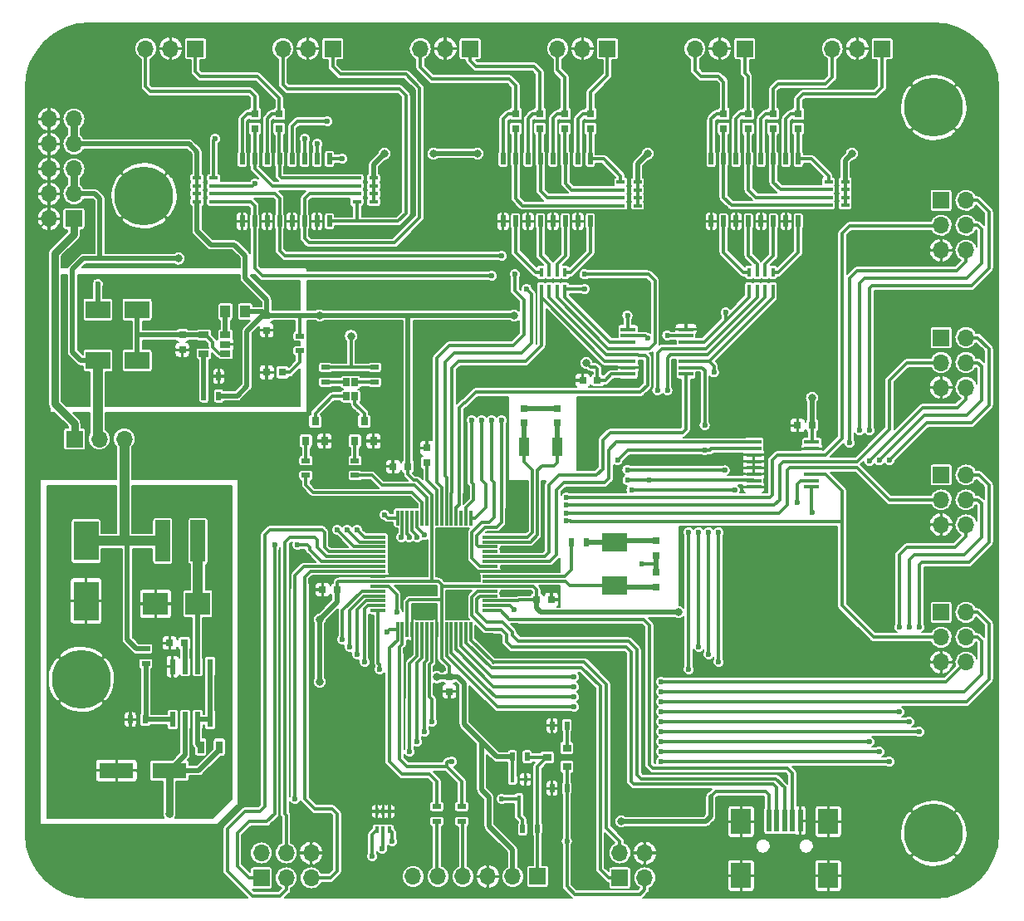
<source format=gtl>
G04 #@! TF.FileFunction,Copper,L1,Top,Signal*
%FSLAX46Y46*%
G04 Gerber Fmt 4.6, Leading zero omitted, Abs format (unit mm)*
G04 Created by KiCad (PCBNEW 4.0.6) date 05/06/17 23:30:08*
%MOMM*%
%LPD*%
G01*
G04 APERTURE LIST*
%ADD10C,0.100000*%
%ADD11R,1.500000X0.450000*%
%ADD12R,1.100000X1.900000*%
%ADD13R,1.500000X0.300000*%
%ADD14R,0.300000X1.500000*%
%ADD15R,1.700000X1.700000*%
%ADD16O,1.700000X1.700000*%
%ADD17R,0.800000X0.750000*%
%ADD18R,3.500000X1.600000*%
%ADD19R,0.750000X0.800000*%
%ADD20R,2.500000X4.000000*%
%ADD21R,2.500000X1.800000*%
%ADD22R,2.500000X2.300000*%
%ADD23R,0.800000X0.800000*%
%ADD24R,0.450000X0.700000*%
%ADD25R,0.500000X2.300000*%
%ADD26R,2.000000X2.500000*%
%ADD27C,6.000000*%
%ADD28R,1.000000X1.250000*%
%ADD29R,1.500000X4.200000*%
%ADD30R,0.900000X0.800000*%
%ADD31R,0.900000X0.500000*%
%ADD32R,0.700000X1.300000*%
%ADD33R,0.500000X0.900000*%
%ADD34R,0.600000X1.550000*%
%ADD35R,1.060000X0.650000*%
%ADD36R,0.400000X0.650000*%
%ADD37R,0.508000X1.143000*%
%ADD38R,2.500000X1.900000*%
%ADD39R,0.650000X0.850000*%
%ADD40R,0.900000X0.400000*%
%ADD41R,0.400000X0.900000*%
%ADD42R,0.800000X0.900000*%
%ADD43C,0.600000*%
%ADD44C,0.800000*%
%ADD45C,0.200000*%
%ADD46C,0.500000*%
%ADD47C,0.380000*%
%ADD48C,0.750000*%
%ADD49C,0.300000*%
%ADD50C,1.000000*%
G04 APERTURE END LIST*
D10*
D11*
X67750000Y53829000D03*
X67750000Y54479000D03*
X67750000Y55129000D03*
X67750000Y55779000D03*
X67750000Y56429000D03*
X67750000Y57079000D03*
X67750000Y57729000D03*
X67750000Y58379000D03*
X61850000Y58379000D03*
X61850000Y57729000D03*
X61850000Y57079000D03*
X61850000Y56429000D03*
X61850000Y55779000D03*
X61850000Y55129000D03*
X61850000Y54479000D03*
X61850000Y53829000D03*
D12*
X51230000Y46380000D03*
X54630000Y46380000D03*
D13*
X36380000Y37210000D03*
X36380000Y36710000D03*
X36380000Y36210000D03*
X36380000Y35710000D03*
X36380000Y35210000D03*
X36380000Y34710000D03*
X36380000Y34210000D03*
X36380000Y33710000D03*
X36380000Y33210000D03*
X36380000Y32710000D03*
X36380000Y32210000D03*
X36380000Y31710000D03*
X36380000Y31210000D03*
X36380000Y30710000D03*
X36380000Y30210000D03*
X36380000Y29710000D03*
D14*
X38330000Y27760000D03*
X38830000Y27760000D03*
X39330000Y27760000D03*
X39830000Y27760000D03*
X40330000Y27760000D03*
X40830000Y27760000D03*
X41330000Y27760000D03*
X41830000Y27760000D03*
X42330000Y27760000D03*
X42830000Y27760000D03*
X43330000Y27760000D03*
X43830000Y27760000D03*
X44330000Y27760000D03*
X44830000Y27760000D03*
X45330000Y27760000D03*
X45830000Y27760000D03*
D13*
X47780000Y29710000D03*
X47780000Y30210000D03*
X47780000Y30710000D03*
X47780000Y31210000D03*
X47780000Y31710000D03*
X47780000Y32210000D03*
X47780000Y32710000D03*
X47780000Y33210000D03*
X47780000Y33710000D03*
X47780000Y34210000D03*
X47780000Y34710000D03*
X47780000Y35210000D03*
X47780000Y35710000D03*
X47780000Y36210000D03*
X47780000Y36710000D03*
X47780000Y37210000D03*
D14*
X45830000Y39160000D03*
X45330000Y39160000D03*
X44830000Y39160000D03*
X44330000Y39160000D03*
X43830000Y39160000D03*
X43330000Y39160000D03*
X42830000Y39160000D03*
X42330000Y39160000D03*
X41830000Y39160000D03*
X41330000Y39160000D03*
X40830000Y39160000D03*
X40330000Y39160000D03*
X39830000Y39160000D03*
X39330000Y39160000D03*
X38830000Y39160000D03*
X38330000Y39160000D03*
D15*
X93752000Y57540000D03*
D16*
X96292000Y57540000D03*
X93752000Y55000000D03*
X96292000Y55000000D03*
X93752000Y52460000D03*
X96292000Y52460000D03*
D17*
X57226000Y53180000D03*
X58726000Y53180000D03*
X79122000Y48600000D03*
X80622000Y48600000D03*
D18*
X15077916Y13401178D03*
X9677916Y13401178D03*
D19*
X16400000Y57800000D03*
X16400000Y56300000D03*
D17*
X16600000Y26400000D03*
X15100000Y26400000D03*
D19*
X25000000Y59800000D03*
X25000000Y58300000D03*
D20*
X6600000Y36800000D03*
X6600000Y30700000D03*
D19*
X41332000Y44798000D03*
X41332000Y46298000D03*
D17*
X39400000Y44400000D03*
X37900000Y44400000D03*
X32188000Y31844000D03*
X30688000Y31844000D03*
D19*
X43618000Y22954000D03*
X43618000Y21454000D03*
D17*
X52532000Y30828000D03*
X54032000Y30828000D03*
D19*
X64690000Y36840000D03*
X64690000Y35340000D03*
X64690000Y32130000D03*
X64690000Y33630000D03*
X51200000Y48830000D03*
X51200000Y50330000D03*
X54610000Y48830000D03*
X54610000Y50330000D03*
X79190000Y78850000D03*
X79190000Y80350000D03*
X76610000Y78850000D03*
X76610000Y80350000D03*
X52870000Y78850000D03*
X52870000Y80350000D03*
X50400000Y78850000D03*
X50400000Y80350000D03*
X58000000Y78850000D03*
X58000000Y80350000D03*
X55400000Y78850000D03*
X55400000Y80350000D03*
X26290000Y78850000D03*
X26290000Y80350000D03*
X23800000Y78850000D03*
X23800000Y80350000D03*
X74070000Y78850000D03*
X74070000Y80350000D03*
X71600000Y78850000D03*
X71600000Y80350000D03*
D21*
X11800000Y55200000D03*
X7800000Y55200000D03*
X11800000Y60400000D03*
X7800000Y60400000D03*
D22*
X17977916Y30400000D03*
X13677916Y30400000D03*
D23*
X26600000Y54000000D03*
X25000000Y54000000D03*
D24*
X51380000Y12508000D03*
X50080000Y12508000D03*
X50730000Y10508000D03*
D25*
X76200000Y8300000D03*
X77000000Y8300000D03*
X77800000Y8300000D03*
X78600000Y8300000D03*
X79400000Y8300000D03*
D26*
X73350000Y8200000D03*
X73350000Y2700000D03*
X82250000Y8200000D03*
X82250000Y2700000D03*
D27*
X12500000Y72000000D03*
X93000000Y81000000D03*
X93000000Y7000000D03*
X6100000Y22700000D03*
D15*
X5400000Y47200000D03*
D16*
X7940000Y47200000D03*
X10480000Y47200000D03*
D28*
X20800000Y60200000D03*
X22800000Y60200000D03*
D29*
X18000000Y36800000D03*
X14400000Y36800000D03*
D15*
X93752000Y71540000D03*
D16*
X96292000Y71540000D03*
X93752000Y69000000D03*
X96292000Y69000000D03*
X93752000Y66460000D03*
X96292000Y66460000D03*
D15*
X93752000Y43540000D03*
D16*
X96292000Y43540000D03*
X93752000Y41000000D03*
X96292000Y41000000D03*
X93752000Y38460000D03*
X96292000Y38460000D03*
D15*
X93752000Y29540000D03*
D16*
X96292000Y29540000D03*
X93752000Y27000000D03*
X96292000Y27000000D03*
X93752000Y24460000D03*
X96292000Y24460000D03*
D15*
X45740000Y87000000D03*
D16*
X43200000Y87000000D03*
X40660000Y87000000D03*
D15*
X59740000Y87000000D03*
D16*
X57200000Y87000000D03*
X54660000Y87000000D03*
D15*
X73740000Y87000000D03*
D16*
X71200000Y87000000D03*
X68660000Y87000000D03*
D15*
X87740000Y87000000D03*
D16*
X85200000Y87000000D03*
X82660000Y87000000D03*
D15*
X17740000Y87000000D03*
D16*
X15200000Y87000000D03*
X12660000Y87000000D03*
D15*
X31740000Y87000000D03*
D16*
X29200000Y87000000D03*
X26660000Y87000000D03*
D15*
X5350000Y69670000D03*
D16*
X2810000Y69670000D03*
X5350000Y72210000D03*
X2810000Y72210000D03*
X5350000Y74750000D03*
X2810000Y74750000D03*
X5350000Y77290000D03*
X2810000Y77290000D03*
X5350000Y79830000D03*
X2810000Y79830000D03*
D15*
X61000000Y2460000D03*
D16*
X61000000Y5000000D03*
X63540000Y2460000D03*
X63540000Y5000000D03*
D15*
X24460000Y2460000D03*
D16*
X24460000Y5000000D03*
X27000000Y2460000D03*
X27000000Y5000000D03*
X29540000Y2460000D03*
X29540000Y5000000D03*
D15*
X52620000Y2600000D03*
D16*
X50080000Y2600000D03*
X47540000Y2600000D03*
X45000000Y2600000D03*
X42460000Y2600000D03*
X39920000Y2600000D03*
D30*
X55600000Y13800000D03*
X55600000Y15700000D03*
X53600000Y14750000D03*
D31*
X31000000Y54500000D03*
X31000000Y53000000D03*
X36000000Y54500000D03*
X36000000Y53000000D03*
D32*
X20177916Y15801178D03*
X18277916Y15801178D03*
D33*
X11100000Y18601178D03*
X12600000Y18601178D03*
D31*
X12677916Y25801178D03*
X12677916Y24301178D03*
D33*
X20100000Y51600000D03*
X18600000Y51600000D03*
X18600000Y53600000D03*
X20100000Y53600000D03*
D31*
X28400000Y57700000D03*
X28400000Y56200000D03*
D33*
X51100000Y7460000D03*
X52600000Y7460000D03*
X50050000Y14800000D03*
X51550000Y14800000D03*
X55600000Y18000000D03*
X54100000Y18000000D03*
X55600000Y11600000D03*
X54100000Y11600000D03*
X56080000Y36690000D03*
X57580000Y36690000D03*
D31*
X44888000Y9722000D03*
X44888000Y8222000D03*
X42348000Y9722000D03*
X42348000Y8222000D03*
D11*
X74672000Y46875000D03*
X74672000Y46225000D03*
X74672000Y45575000D03*
X74672000Y44925000D03*
X74672000Y44275000D03*
X74672000Y43625000D03*
X74672000Y42975000D03*
X74672000Y42325000D03*
X80572000Y42325000D03*
X80572000Y42975000D03*
X80572000Y43625000D03*
X80572000Y44275000D03*
X80572000Y44925000D03*
X80572000Y45575000D03*
X80572000Y46225000D03*
X80572000Y46875000D03*
D34*
X19217916Y24001178D03*
X17947916Y24001178D03*
X16677916Y24001178D03*
X15407916Y24001178D03*
X15407916Y18601178D03*
X16677916Y18601178D03*
X17947916Y18601178D03*
X19217916Y18601178D03*
D35*
X20800000Y55900000D03*
X20800000Y56850000D03*
X20800000Y57800000D03*
X18600000Y57800000D03*
X18600000Y55900000D03*
D36*
X37522000Y9238000D03*
X36222000Y9238000D03*
X36872000Y7338000D03*
X36872000Y9238000D03*
X36222000Y7338000D03*
X37522000Y7338000D03*
D37*
X31400000Y69400000D03*
X28860000Y69400000D03*
X27590000Y69400000D03*
X26320000Y69400000D03*
X25050000Y69400000D03*
X23780000Y69400000D03*
X22510000Y69400000D03*
X22510000Y75750000D03*
X23780000Y75750000D03*
X25050000Y75750000D03*
X26320000Y75750000D03*
X27590000Y75750000D03*
X28860000Y75750000D03*
X30130000Y75750000D03*
X31400000Y75750000D03*
X30130000Y69400000D03*
X58000000Y69400000D03*
X55460000Y69400000D03*
X54190000Y69400000D03*
X52920000Y69400000D03*
X51650000Y69400000D03*
X50380000Y69400000D03*
X49110000Y69400000D03*
X49110000Y75750000D03*
X50380000Y75750000D03*
X51650000Y75750000D03*
X52920000Y75750000D03*
X54190000Y75750000D03*
X55460000Y75750000D03*
X56730000Y75750000D03*
X58000000Y75750000D03*
X56730000Y69400000D03*
X79200000Y69400000D03*
X76660000Y69400000D03*
X75390000Y69400000D03*
X74120000Y69400000D03*
X72850000Y69400000D03*
X71580000Y69400000D03*
X70310000Y69400000D03*
X70310000Y75750000D03*
X71580000Y75750000D03*
X72850000Y75750000D03*
X74120000Y75750000D03*
X75390000Y75750000D03*
X76660000Y75750000D03*
X77930000Y75750000D03*
X79200000Y75750000D03*
X77930000Y69400000D03*
D38*
X60470000Y36700000D03*
X60470000Y32300000D03*
D39*
X34000000Y53000000D03*
X33150000Y53000000D03*
X34000000Y51550000D03*
X33150000Y51550000D03*
D40*
X34200000Y73000000D03*
X34200000Y72200000D03*
X34200000Y73800000D03*
X34200000Y71400000D03*
X35900000Y73800000D03*
X35900000Y73000000D03*
X35900000Y72200000D03*
X35900000Y71400000D03*
X19600000Y72200000D03*
X19600000Y73000000D03*
X19600000Y71400000D03*
X19600000Y73800000D03*
X17900000Y71400000D03*
X17900000Y72200000D03*
X17900000Y73000000D03*
X17900000Y73800000D03*
X61100000Y72600000D03*
X61100000Y71800000D03*
X61100000Y73400000D03*
X61100000Y71000000D03*
X62800000Y73400000D03*
X62800000Y72600000D03*
X62800000Y71800000D03*
X62800000Y71000000D03*
D41*
X54600000Y64200000D03*
X53800000Y64200000D03*
X55400000Y64200000D03*
X53000000Y64200000D03*
X55400000Y62500000D03*
X54600000Y62500000D03*
X53800000Y62500000D03*
X53000000Y62500000D03*
D40*
X82270000Y72644000D03*
X82270000Y71844000D03*
X82270000Y73444000D03*
X82270000Y71044000D03*
X83970000Y73444000D03*
X83970000Y72644000D03*
X83970000Y71844000D03*
X83970000Y71044000D03*
D41*
X75800000Y64200000D03*
X75000000Y64200000D03*
X76600000Y64200000D03*
X74200000Y64200000D03*
X76600000Y62500000D03*
X75800000Y62500000D03*
X75000000Y62500000D03*
X74200000Y62500000D03*
D31*
X29000000Y43500000D03*
X29000000Y45000000D03*
X34000000Y43500000D03*
X34000000Y45000000D03*
D42*
X29000000Y47000000D03*
X30900000Y47000000D03*
X29950000Y49000000D03*
X34000000Y47000000D03*
X35900000Y47000000D03*
X34950000Y49000000D03*
D43*
X49100000Y74100000D03*
X51600000Y74100000D03*
X54200000Y74100000D03*
X58000000Y74100000D03*
X70200000Y74100000D03*
X72900000Y74100000D03*
X75400000Y74100000D03*
X75400000Y74100000D03*
X79200000Y74100000D03*
X72800000Y83300000D03*
X85200000Y80500000D03*
X85200000Y83900000D03*
X56800000Y83500000D03*
X43200000Y82300000D03*
X43200000Y84800000D03*
X28500000Y81100000D03*
X29200000Y84000000D03*
X15200000Y81000000D03*
X15200000Y84000000D03*
X28000000Y35000000D03*
X29150000Y40350000D03*
X14000000Y46000000D03*
X25900000Y42000000D03*
X25900000Y45000000D03*
X20000000Y46000000D03*
X17000000Y46000000D03*
X80600000Y67700000D03*
X59700000Y67600000D03*
X67700000Y59900000D03*
X63300000Y60000000D03*
X62800000Y62600000D03*
X41500000Y57600000D03*
X31000000Y61900000D03*
X41500000Y67500000D03*
X42000000Y62000000D03*
X37000000Y62000000D03*
X37100000Y58000000D03*
X82000000Y11000000D03*
X84000000Y11000000D03*
X86000000Y11000000D03*
X86000000Y9000000D03*
X86000000Y7000000D03*
X86000000Y5000000D03*
X86000000Y2700000D03*
X70600000Y7000000D03*
X70600000Y5000000D03*
X70600000Y2700000D03*
X67000000Y10000000D03*
X62000000Y10000000D03*
X60900000Y11600000D03*
X54100000Y5000000D03*
X53700000Y9600000D03*
X37100000Y12000000D03*
X40500000Y11700000D03*
X43600000Y11800000D03*
X48600000Y13100000D03*
X45600000Y13100000D03*
X72400000Y45100000D03*
X74000000Y37000000D03*
X80000000Y37100000D03*
X80000000Y32000000D03*
X75000000Y24400000D03*
X80000000Y24400000D03*
X91400000Y45600000D03*
X78000000Y52000000D03*
X73900000Y52000000D03*
X74000000Y56000000D03*
X78000000Y56000000D03*
X82100000Y62000000D03*
X82100000Y56100000D03*
X88000000Y56000000D03*
X97000000Y61000000D03*
X88300000Y60600000D03*
X86800000Y66600000D03*
X35000000Y78000000D03*
X18000000Y62000000D03*
X15000000Y59600000D03*
X32000000Y24000000D03*
X34000000Y19000000D03*
X34000000Y16000000D03*
X34000000Y13000000D03*
X17100000Y5100000D03*
X33800000Y9400000D03*
X33900000Y7100000D03*
X29600000Y7100000D03*
X47300000Y5100000D03*
X57300000Y11600000D03*
X57300000Y6700000D03*
X65700000Y5000000D03*
X46400000Y19900000D03*
X43400000Y20000000D03*
X44600000Y33600000D03*
X39600000Y33800000D03*
X21400000Y69400000D03*
X25000000Y67200000D03*
X49100000Y67600000D03*
X51600000Y67600000D03*
X54200000Y67600000D03*
X56700000Y67600000D03*
X70288000Y67658000D03*
X77908000Y67658000D03*
X75368000Y67658000D03*
X72828000Y67658000D03*
X85200000Y24400000D03*
X91500000Y38400000D03*
X91500000Y52400000D03*
X91400000Y66400000D03*
X56100000Y53180000D03*
X78000000Y48600000D03*
X52700000Y36200000D03*
X77700000Y12800000D03*
X31600000Y45000000D03*
X12550000Y41500000D03*
X14250000Y21500000D03*
X15500000Y21500000D03*
X14000000Y25500000D03*
X14250000Y24500000D03*
X14250000Y23500000D03*
X14250000Y22500000D03*
X15500000Y22500000D03*
X23900000Y58000000D03*
X26500000Y62500000D03*
X26500000Y59000000D03*
X26500000Y58000000D03*
X26000000Y57000000D03*
X25000000Y57000000D03*
X24000000Y57000000D03*
X22150000Y54850000D03*
X22150000Y55850000D03*
X22150000Y58850000D03*
X22150000Y57850000D03*
X22150000Y56850000D03*
X3500000Y32500000D03*
X3500000Y31500000D03*
X3500000Y30500000D03*
X3500000Y29500000D03*
X3500000Y28500000D03*
X3500000Y27500000D03*
X4500000Y27500000D03*
X5500000Y27500000D03*
X6500000Y27500000D03*
X7500000Y27500000D03*
X8500000Y27500000D03*
X9500000Y27500000D03*
X9500000Y28500000D03*
X9500000Y29550000D03*
X9500000Y30500000D03*
X9500000Y31500000D03*
X9500000Y32500000D03*
X11500000Y10500000D03*
X10500000Y10500000D03*
X9500000Y10500000D03*
X8500000Y10500000D03*
X7000000Y10500000D03*
X6000000Y10500000D03*
X6000000Y11500000D03*
X6000000Y12500000D03*
X6000000Y13500000D03*
X6000000Y14500000D03*
X6000000Y15500000D03*
X6000000Y16500000D03*
X7000000Y16500000D03*
X8500000Y16500000D03*
X9500000Y16500000D03*
X10500000Y16500000D03*
X11500000Y16500000D03*
X11500000Y15500000D03*
X10500000Y15500000D03*
X9500000Y15500000D03*
X8500000Y15500000D03*
X7000000Y15500000D03*
X7000000Y14500000D03*
X7000000Y13500000D03*
X7000000Y12500000D03*
X7000000Y11500000D03*
X8500000Y11500000D03*
X9500000Y11500000D03*
X10500000Y11500000D03*
X11500000Y11500000D03*
X40200000Y31700000D03*
X50600000Y31500000D03*
X33700000Y68200000D03*
X27600000Y67200000D03*
X63300000Y34500000D03*
X41100000Y29500000D03*
X44500000Y29500000D03*
X50000000Y40600000D03*
X44500000Y31400000D03*
X59000000Y50000000D03*
X52900000Y53200000D03*
X52900000Y50330000D03*
X37800000Y48700000D03*
X41100000Y48700000D03*
X17400000Y55000000D03*
X15000000Y56800000D03*
X15000000Y55800000D03*
X15400000Y55000000D03*
X16400000Y55000000D03*
X15100000Y52900000D03*
X7800000Y57800000D03*
X5500000Y52500000D03*
X1900000Y53100000D03*
X54000000Y34000000D03*
X54000000Y32000000D03*
D44*
X57588000Y54958000D03*
X66986000Y29558000D03*
X50222000Y59784000D03*
X80598000Y51402000D03*
X30410000Y28796000D03*
X30410000Y59800000D03*
X30410000Y22446000D03*
X42348000Y22926000D03*
X15100000Y9000000D03*
X33600000Y57700000D03*
X46500000Y76300000D03*
X42000000Y76300000D03*
X16000000Y65600000D03*
X84662000Y76294000D03*
X63840000Y76294000D03*
X37014000Y76294000D03*
D43*
X7800000Y63000000D03*
X50222000Y29812000D03*
D44*
X61144000Y8222000D03*
D43*
X27870000Y10508000D03*
X48952000Y10508000D03*
X86440000Y48100000D03*
X32696000Y26764000D03*
X41078000Y37432000D03*
X55556000Y41242000D03*
X85424000Y48100000D03*
X38284000Y29558000D03*
X84408000Y46830000D03*
X37268000Y27526000D03*
X88475308Y14321308D03*
X43872000Y14318000D03*
X65208000Y14318000D03*
X88475308Y45048692D03*
X55556000Y40441997D03*
X40316000Y37178000D03*
X39554000Y15334000D03*
X65208000Y15334000D03*
X87456000Y15334000D03*
X87479404Y45028596D03*
X40316000Y16350000D03*
X65208000Y16350000D03*
X86440000Y16350000D03*
X86440000Y44965000D03*
X41078000Y17366000D03*
X65208000Y17366000D03*
X91520000Y17366000D03*
X91520000Y28034000D03*
X39515997Y37178000D03*
X55556000Y39641994D03*
X41840000Y18382000D03*
X65208000Y18382000D03*
X90504000Y18382000D03*
X90504000Y28034000D03*
X56318000Y19906000D03*
X65208000Y19398000D03*
X89488000Y19398000D03*
X89488000Y28034000D03*
X65208000Y20414000D03*
X56318000Y20922000D03*
X38715994Y37178000D03*
X55556000Y38841991D03*
X65208000Y21430000D03*
X56318000Y21938000D03*
X65208000Y22446000D03*
X56318000Y22954000D03*
X55600000Y6200000D03*
X37776000Y6190000D03*
X25838000Y36416000D03*
X28124000Y36416000D03*
X36760000Y5428000D03*
X35744000Y4666000D03*
X70600000Y54000000D03*
X70050000Y37686000D03*
X70050000Y25240000D03*
X34220000Y25240000D03*
X65850000Y52164000D03*
X69034000Y37686000D03*
X69034000Y26002000D03*
X33458000Y26002000D03*
X51500000Y62500000D03*
X57412000Y62500000D03*
X50300000Y64000000D03*
X57400000Y64000000D03*
X48952000Y65880000D03*
X48952000Y49116000D03*
X47936000Y63848000D03*
X47936000Y49116000D03*
X64834000Y52164000D03*
X68018000Y37686000D03*
X68018000Y23716000D03*
X36506000Y23716000D03*
X71800000Y60100000D03*
X71066000Y37686000D03*
X71066000Y24478000D03*
X34982000Y24478000D03*
X64000000Y43000000D03*
X61800000Y43000000D03*
X65850000Y57752000D03*
X34220000Y37940000D03*
X71700000Y44000000D03*
X61786000Y44036000D03*
X80598000Y39718000D03*
X61786000Y59784000D03*
X33204000Y37940000D03*
X69660000Y48608000D03*
X60770000Y45052000D03*
X69660000Y46068000D03*
X32188000Y37940000D03*
X30156000Y77310000D03*
X46920000Y49116000D03*
X31172000Y79596000D03*
X45904000Y49116000D03*
X62204000Y42004000D03*
X72724000Y42004000D03*
X79074000Y40734000D03*
X63818000Y57498000D03*
X37014000Y39464000D03*
X32696000Y75786000D03*
X23806000Y73246000D03*
X28886000Y77818000D03*
X19742000Y77818000D03*
D45*
X71200000Y87000000D02*
X71200000Y84900000D01*
X71200000Y84900000D02*
X72800000Y83300000D01*
X85200000Y87000000D02*
X85200000Y83900000D01*
X57200000Y85797919D02*
X57200000Y83900000D01*
X57200000Y83900000D02*
X56800000Y83500000D01*
X57200000Y87000000D02*
X57200000Y85797919D01*
X43200000Y87000000D02*
X43200000Y84800000D01*
X29200000Y87000000D02*
X29200000Y84000000D01*
X15200000Y87000000D02*
X15200000Y84000000D01*
X27550000Y40350000D02*
X25900000Y42000000D01*
X29150000Y40350000D02*
X27550000Y40350000D01*
X25900000Y42000000D02*
X25900000Y45000000D01*
X24900000Y46000000D02*
X25900000Y45000000D01*
X20000000Y46000000D02*
X24900000Y46000000D01*
X20000000Y46000000D02*
X17000000Y46000000D01*
X14424264Y46000000D02*
X17000000Y46000000D01*
X14000000Y46000000D02*
X14424264Y46000000D01*
X62800000Y62600000D02*
X63300000Y62100000D01*
X63300000Y62100000D02*
X63300000Y60000000D01*
X37000000Y62000000D02*
X31100000Y62000000D01*
X31100000Y62000000D02*
X31000000Y61900000D01*
X37000000Y62000000D02*
X42000000Y62000000D01*
X37800000Y48700000D02*
X37800000Y57300000D01*
X37800000Y57300000D02*
X37100000Y58000000D01*
X84000000Y11000000D02*
X82000000Y11000000D01*
X86000000Y9000000D02*
X86000000Y11000000D01*
X86000000Y5000000D02*
X86000000Y7000000D01*
X82250000Y2700000D02*
X86000000Y2700000D01*
X70600000Y5000000D02*
X70600000Y7000000D01*
X73350000Y2700000D02*
X70600000Y2700000D01*
X60900000Y11600000D02*
X60900000Y11100000D01*
X60900000Y11100000D02*
X62000000Y10000000D01*
X53700000Y9600000D02*
X53700000Y5400000D01*
X53700000Y5400000D02*
X54100000Y5000000D01*
X54100000Y10950000D02*
X54100000Y10000000D01*
X54100000Y10000000D02*
X53700000Y9600000D01*
X54100000Y11600000D02*
X54100000Y10950000D01*
X40500000Y11700000D02*
X40200000Y12000000D01*
X40200000Y12000000D02*
X37100000Y12000000D01*
X46000000Y6824264D02*
X46000000Y12700000D01*
X46000000Y12700000D02*
X45600000Y13100000D01*
X47300000Y5100000D02*
X47300000Y5524264D01*
X47300000Y5524264D02*
X46000000Y6824264D01*
X74672000Y45575000D02*
X72875000Y45575000D01*
X72875000Y45575000D02*
X72400000Y45100000D01*
X80000000Y37100000D02*
X74100000Y37100000D01*
X74100000Y37100000D02*
X74000000Y37000000D01*
X80000000Y24400000D02*
X80000000Y32000000D01*
X85200000Y24400000D02*
X80000000Y24400000D01*
X74000000Y56000000D02*
X74000000Y52100000D01*
X74000000Y52100000D02*
X73900000Y52000000D01*
X82100000Y56100000D02*
X78100000Y56100000D01*
X78100000Y56100000D02*
X78000000Y56000000D01*
X82100000Y56100000D02*
X82100000Y62000000D01*
X88300000Y60600000D02*
X88300000Y56300000D01*
X88300000Y56300000D02*
X88000000Y56000000D01*
X88300000Y60600000D02*
X88700000Y61000000D01*
X88700000Y61000000D02*
X97000000Y61000000D01*
X91400000Y66400000D02*
X87000000Y66400000D01*
X87000000Y66400000D02*
X86800000Y66600000D01*
X15000000Y59600000D02*
X15600000Y59600000D01*
X15600000Y59600000D02*
X18000000Y62000000D01*
X34000000Y19000000D02*
X34000000Y22000000D01*
X34000000Y22000000D02*
X32000000Y24000000D01*
X34000000Y16000000D02*
X34000000Y19000000D01*
X33800000Y9400000D02*
X33800000Y12800000D01*
X33800000Y12800000D02*
X34000000Y13000000D01*
X33900000Y7100000D02*
X33900000Y9300000D01*
X33900000Y9300000D02*
X33800000Y9400000D01*
X29540000Y5000000D02*
X29540000Y7040000D01*
X29540000Y7040000D02*
X29600000Y7100000D01*
X47540000Y2600000D02*
X47540000Y4860000D01*
X47540000Y4860000D02*
X47300000Y5100000D01*
X57300000Y6700000D02*
X57300000Y11600000D01*
X63540000Y5000000D02*
X65700000Y5000000D01*
X53650000Y18000000D02*
X48300000Y18000000D01*
X48300000Y18000000D02*
X46400000Y19900000D01*
X54100000Y18000000D02*
X53650000Y18000000D01*
X43618000Y21454000D02*
X43618000Y20218000D01*
X43618000Y20218000D02*
X43400000Y20000000D01*
X47780000Y33710000D02*
X44710000Y33710000D01*
X44710000Y33710000D02*
X44600000Y33600000D01*
X36380000Y33210000D02*
X39010000Y33210000D01*
X39010000Y33210000D02*
X39600000Y33800000D01*
X22510000Y69400000D02*
X21400000Y69400000D01*
X25050000Y69400000D02*
X25050000Y67250000D01*
X25050000Y67250000D02*
X25000000Y67200000D01*
X49110000Y69400000D02*
X49110000Y67610000D01*
X49110000Y67610000D02*
X49100000Y67600000D01*
X51650000Y69400000D02*
X51650000Y67650000D01*
X51650000Y67650000D02*
X51600000Y67600000D01*
X54190000Y69400000D02*
X54190000Y67610000D01*
X54190000Y67610000D02*
X54200000Y67600000D01*
X56730000Y69400000D02*
X56730000Y67630000D01*
X56730000Y67630000D02*
X56700000Y67600000D01*
X70310000Y69400000D02*
X70310000Y67680000D01*
X70310000Y67680000D02*
X70288000Y67658000D01*
X77930000Y69400000D02*
X77930000Y67680000D01*
X77930000Y67680000D02*
X77908000Y67658000D01*
X75390000Y69400000D02*
X75390000Y67680000D01*
X75390000Y67680000D02*
X75368000Y67658000D01*
X72850000Y69400000D02*
X72850000Y67680000D01*
X72850000Y67680000D02*
X72828000Y67658000D01*
X93752000Y24460000D02*
X85260000Y24460000D01*
X85260000Y24460000D02*
X85200000Y24400000D01*
X93752000Y38460000D02*
X91560000Y38460000D01*
X91560000Y38460000D02*
X91500000Y38400000D01*
X93752000Y66460000D02*
X91460000Y66460000D01*
X91460000Y66460000D02*
X91400000Y66400000D01*
X56100000Y53180000D02*
X52920000Y53180000D01*
X57226000Y53180000D02*
X56100000Y53180000D01*
X79122000Y48600000D02*
X78000000Y48600000D01*
X31600000Y45000000D02*
X30900000Y45700000D01*
X30900000Y45700000D02*
X30900000Y47000000D01*
X15500000Y21500000D02*
X14250000Y21500000D01*
X14250000Y24500000D02*
X14250000Y25250000D01*
X14250000Y25250000D02*
X14000000Y25500000D01*
X14250000Y22500000D02*
X14250000Y23500000D01*
X15407916Y24001178D02*
X15407916Y22592084D01*
X15407916Y22592084D02*
X15500000Y22500000D01*
X24000000Y57000000D02*
X24000000Y57900000D01*
X24000000Y57900000D02*
X23900000Y58000000D01*
X25000000Y57000000D02*
X25000000Y58300000D01*
X26000000Y57000000D02*
X26000000Y57500000D01*
X26000000Y57500000D02*
X26500000Y58000000D01*
X24000000Y57000000D02*
X25000000Y57000000D01*
X22150000Y55850000D02*
X22150000Y54850000D01*
X22150000Y57850000D02*
X22150000Y58850000D01*
X20800000Y56850000D02*
X22150000Y56850000D01*
X3500000Y31500000D02*
X3500000Y32500000D01*
X3500000Y29500000D02*
X3500000Y30500000D01*
X3500000Y27500000D02*
X3500000Y28500000D01*
X4500000Y27500000D02*
X3500000Y27500000D01*
X6500000Y27500000D02*
X5500000Y27500000D01*
X8500000Y27500000D02*
X7500000Y27500000D01*
X9500000Y28500000D02*
X9500000Y27500000D01*
X9500000Y30500000D02*
X9500000Y29550000D01*
X9500000Y30800000D02*
X9500000Y31500000D01*
X9500000Y31500000D02*
X9500000Y32500000D01*
X9400000Y30700000D02*
X9500000Y30800000D01*
X6600000Y30700000D02*
X9400000Y30700000D01*
X9500000Y10500000D02*
X10500000Y10500000D01*
X7000000Y10500000D02*
X8500000Y10500000D01*
X6000000Y11500000D02*
X6000000Y10500000D01*
X6000000Y13500000D02*
X6000000Y12500000D01*
X6000000Y15075736D02*
X6000000Y14500000D01*
X6000000Y15500000D02*
X6000000Y15075736D01*
X7000000Y16500000D02*
X6000000Y16500000D01*
X9500000Y16500000D02*
X8500000Y16500000D01*
X11500000Y16500000D02*
X10500000Y16500000D01*
X10500000Y15500000D02*
X11500000Y15500000D01*
X8500000Y15500000D02*
X9500000Y15500000D01*
X7000000Y14500000D02*
X7000000Y15500000D01*
X7000000Y12500000D02*
X7000000Y13500000D01*
X8500000Y11500000D02*
X7000000Y11500000D01*
X9500000Y11500000D02*
X8500000Y11500000D01*
X10000000Y11500000D02*
X10500000Y11500000D01*
X10500000Y11500000D02*
X11500000Y11500000D01*
X9650000Y11850000D02*
X10000000Y11500000D01*
X9650000Y12373262D02*
X9650000Y11850000D01*
X9677916Y13401178D02*
X9677916Y12401178D01*
X9677916Y12401178D02*
X9650000Y12373262D01*
X30200000Y68200000D02*
X30130000Y68270000D01*
X30130000Y68270000D02*
X30130000Y69400000D01*
X33700000Y68200000D02*
X30200000Y68200000D01*
X27590000Y69400000D02*
X27590000Y67210000D01*
X27590000Y67210000D02*
X27600000Y67200000D01*
D46*
X64690000Y35340000D02*
X64690000Y34500000D01*
X64690000Y34500000D02*
X64690000Y33630000D01*
D47*
X63300000Y34500000D02*
X64690000Y34500000D01*
D45*
X44500000Y31400000D02*
X44500000Y29500000D01*
X52920000Y53180000D02*
X52900000Y53200000D01*
D46*
X51200000Y50330000D02*
X52900000Y50330000D01*
X52900000Y50330000D02*
X54610000Y50330000D01*
D45*
X37800000Y48700000D02*
X37800000Y44500000D01*
X37800000Y44500000D02*
X37900000Y44400000D01*
X41332000Y46298000D02*
X41332000Y48468000D01*
X41332000Y48468000D02*
X41100000Y48700000D01*
X16400000Y55000000D02*
X17400000Y55000000D01*
X15400000Y55000000D02*
X15400000Y55400000D01*
X15400000Y55400000D02*
X15000000Y55800000D01*
X16400000Y55000000D02*
X16400000Y56300000D01*
X16400000Y54200000D02*
X16400000Y55000000D01*
X15100000Y52900000D02*
X16400000Y54200000D01*
X9800000Y53400000D02*
X10300000Y52900000D01*
X10300000Y52900000D02*
X15100000Y52900000D01*
X9800000Y57200000D02*
X9800000Y53400000D01*
X9200000Y57800000D02*
X9800000Y57200000D01*
X7800000Y57800000D02*
X9200000Y57800000D01*
X2810000Y69670000D02*
X1960001Y68820001D01*
X1960001Y68820001D02*
X1960001Y53160001D01*
X1960001Y53160001D02*
X1900000Y53100000D01*
X54000000Y34000000D02*
X53575736Y34000000D01*
X53575736Y34000000D02*
X53285736Y33710000D01*
X53285736Y33710000D02*
X48730000Y33710000D01*
X48730000Y33710000D02*
X47780000Y33710000D01*
X54032000Y30828000D02*
X54032000Y31968000D01*
X54032000Y31968000D02*
X54000000Y32000000D01*
D46*
X25000000Y61400000D02*
X22800000Y63600000D01*
X22800000Y63600000D02*
X22800000Y65900000D01*
X25000000Y59800000D02*
X25000000Y61400000D01*
D47*
X58495999Y54558001D02*
X58726000Y54328000D01*
X58726000Y54328000D02*
X58726000Y53180000D01*
X57588000Y54958000D02*
X57987999Y54558001D01*
X57987999Y54558001D02*
X58495999Y54558001D01*
D46*
X52927000Y29558000D02*
X66986000Y29558000D01*
X38538000Y59800000D02*
X39300000Y59800000D01*
X37000000Y59800000D02*
X38538000Y59800000D01*
X38538000Y59800000D02*
X50206000Y59800000D01*
X50206000Y59800000D02*
X50222000Y59784000D01*
X80598000Y51402000D02*
X80598000Y48624000D01*
X80598000Y48624000D02*
X80622000Y48600000D01*
X17100000Y77300000D02*
X17900000Y76500000D01*
X17900000Y76500000D02*
X17900000Y73800000D01*
X6562081Y77300000D02*
X17100000Y77300000D01*
X5350000Y77290000D02*
X6552081Y77290000D01*
X6552081Y77290000D02*
X6562081Y77300000D01*
D48*
X5350000Y79830000D02*
X5350000Y77290000D01*
D46*
X21700000Y67000000D02*
X22800000Y65900000D01*
X19300000Y67000000D02*
X21700000Y67000000D01*
X17900000Y68400000D02*
X19300000Y67000000D01*
X17900000Y71400000D02*
X17900000Y68400000D01*
X28400000Y59800000D02*
X30410000Y59800000D01*
D49*
X42830000Y32378000D02*
X42830000Y32098000D01*
X42830000Y32098000D02*
X42830000Y30828000D01*
X42942000Y32210000D02*
X42830000Y32098000D01*
X47780000Y32210000D02*
X42942000Y32210000D01*
X36380000Y32710000D02*
X41840000Y32710000D01*
X41840000Y32710000D02*
X42498000Y32710000D01*
X41830000Y39160000D02*
X41830000Y32720000D01*
X41830000Y32720000D02*
X41840000Y32710000D01*
X42498000Y32710000D02*
X42830000Y32378000D01*
D46*
X39400000Y44400000D02*
X39400000Y59700000D01*
X39400000Y59700000D02*
X39300000Y59800000D01*
D49*
X41830000Y39160000D02*
X41830000Y41506000D01*
X41830000Y41506000D02*
X40316000Y43020000D01*
X40316000Y43020000D02*
X39980000Y43020000D01*
X39980000Y43020000D02*
X39400000Y43600000D01*
X39400000Y43600000D02*
X39400000Y44400000D01*
D46*
X47682000Y7714000D02*
X50080000Y5316000D01*
X50080000Y5316000D02*
X50080000Y2600000D01*
X47682000Y10667998D02*
X47682000Y7714000D01*
X46920000Y16350000D02*
X48470000Y14800000D01*
X45142000Y18128000D02*
X46920000Y16350000D01*
X46920000Y16350000D02*
X46920000Y11429998D01*
X46920000Y11429998D02*
X47682000Y10667998D01*
X30410000Y59800000D02*
X37000000Y59800000D01*
X52532000Y30828000D02*
X52532000Y29953000D01*
X52532000Y29953000D02*
X52927000Y29558000D01*
D47*
X50050000Y14800000D02*
X50050000Y12538000D01*
X50050000Y12538000D02*
X50080000Y12508000D01*
D46*
X48470000Y14800000D02*
X50050000Y14800000D01*
X45142000Y22305000D02*
X45142000Y18128000D01*
X43618000Y22954000D02*
X44493000Y22954000D01*
X44493000Y22954000D02*
X45142000Y22305000D01*
X30410000Y28796000D02*
X32188000Y30574000D01*
X32188000Y30574000D02*
X32188000Y31844000D01*
X30410000Y22446000D02*
X30410000Y28796000D01*
X43618000Y22954000D02*
X42376000Y22954000D01*
X42376000Y22954000D02*
X42348000Y22926000D01*
D47*
X17900000Y72200000D02*
X17900000Y71400000D01*
X17900000Y73000000D02*
X17900000Y72200000D01*
X17900000Y73800000D02*
X17900000Y73000000D01*
X58726000Y53180000D02*
X59506000Y53180000D01*
X59506000Y53180000D02*
X60155000Y53829000D01*
X60155000Y53829000D02*
X61850000Y53829000D01*
X80622000Y48600000D02*
X80622000Y46925000D01*
X80622000Y46925000D02*
X80572000Y46875000D01*
D49*
X50612000Y30710000D02*
X50730000Y30828000D01*
X50730000Y30828000D02*
X52532000Y30828000D01*
X47780000Y30710000D02*
X50612000Y30710000D01*
X52142000Y32210000D02*
X52532000Y31820000D01*
X52532000Y31820000D02*
X52532000Y30828000D01*
X47780000Y32210000D02*
X52142000Y32210000D01*
X36380000Y32710000D02*
X32292000Y32710000D01*
X32292000Y32710000D02*
X32188000Y32606000D01*
X32188000Y32606000D02*
X32188000Y31844000D01*
X42830002Y24835536D02*
X42830000Y26710000D01*
X42830000Y26710000D02*
X42830002Y24986000D01*
X42830000Y27760000D02*
X42830000Y26710000D01*
X43618000Y22954000D02*
X43618000Y24047538D01*
X43618000Y24047538D02*
X42830002Y24835536D01*
X42830000Y29812000D02*
X42830000Y30828000D01*
X39330000Y30604000D02*
X39554000Y30828000D01*
X39554000Y30828000D02*
X42830000Y30828000D01*
X39330000Y27760000D02*
X39330000Y30604000D01*
X42830000Y27760000D02*
X42830000Y29812000D01*
D46*
X25000000Y59800000D02*
X28400000Y59800000D01*
D47*
X28400000Y57700000D02*
X28400000Y59800000D01*
D46*
X25000000Y59800000D02*
X24600000Y59800000D01*
X24600000Y59800000D02*
X23000000Y58200000D01*
X23000000Y58200000D02*
X23000000Y52600000D01*
X23000000Y52600000D02*
X22000000Y51600000D01*
X22000000Y51600000D02*
X20100000Y51600000D01*
X22800000Y60200000D02*
X24600000Y60200000D01*
X24600000Y60200000D02*
X25000000Y59800000D01*
D48*
X15100000Y9000000D02*
X15100000Y13379094D01*
X15100000Y13379094D02*
X15077916Y13401178D01*
X5400000Y48800000D02*
X5400000Y47200000D01*
X3400000Y50800000D02*
X5400000Y48800000D01*
X3400000Y66120000D02*
X3400000Y50800000D01*
X5350000Y69670000D02*
X5350000Y68070000D01*
X5350000Y68070000D02*
X3400000Y66120000D01*
D46*
X20177916Y15801178D02*
X20177916Y15501178D01*
X17327916Y13401178D02*
X15077916Y13401178D01*
X20177916Y15501178D02*
X18077916Y13401178D01*
X18077916Y13401178D02*
X17327916Y13401178D01*
X16677916Y18601178D02*
X16677916Y15001178D01*
X16677916Y15001178D02*
X15077916Y13401178D01*
D47*
X18600000Y57800000D02*
X18805000Y57800000D01*
X18805000Y57800000D02*
X19510000Y57095000D01*
X19510000Y57095000D02*
X19510000Y56582998D01*
X19510000Y56582998D02*
X20192998Y55900000D01*
X20192998Y55900000D02*
X20800000Y55900000D01*
D46*
X11800000Y55200000D02*
X11800000Y57800000D01*
X11800000Y57800000D02*
X11800000Y60400000D01*
X16400000Y57800000D02*
X15525000Y57800000D01*
X15525000Y57800000D02*
X11800000Y57800000D01*
X16400000Y57800000D02*
X18600000Y57800000D01*
X16677916Y24001178D02*
X16677916Y26322084D01*
X16677916Y26322084D02*
X16600000Y26400000D01*
D50*
X10480000Y47200000D02*
X10480000Y37120000D01*
X10480000Y37120000D02*
X10800000Y36800000D01*
X14400000Y36800000D02*
X10800000Y36800000D01*
X10800000Y36800000D02*
X6600000Y36800000D01*
D46*
X11727916Y25801178D02*
X10800000Y26729094D01*
X12677916Y25801178D02*
X11727916Y25801178D01*
X10800000Y26729094D02*
X10800000Y36800000D01*
D49*
X42330000Y39160000D02*
X42330000Y42020311D01*
X41332000Y44098000D02*
X41332000Y44798000D01*
X42330000Y42020311D02*
X41332000Y43018311D01*
X41332000Y43018311D02*
X41332000Y44098000D01*
D46*
X60470000Y36700000D02*
X57590000Y36700000D01*
X57590000Y36700000D02*
X57580000Y36690000D01*
X64690000Y36840000D02*
X60610000Y36840000D01*
X60610000Y36840000D02*
X60470000Y36700000D01*
D49*
X55490000Y32710000D02*
X55900000Y32300000D01*
X55900000Y32300000D02*
X60470000Y32300000D01*
X47780000Y32710000D02*
X55490000Y32710000D01*
D46*
X64690000Y32130000D02*
X60640000Y32130000D01*
X60640000Y32130000D02*
X60470000Y32300000D01*
D49*
X52099990Y44000010D02*
X51230000Y44870000D01*
X51230000Y44870000D02*
X51230000Y46380000D01*
X52099990Y37699990D02*
X52099990Y44000010D01*
X52099990Y37699990D02*
X51610009Y37210009D01*
X51610009Y37210009D02*
X48610009Y37210009D01*
X48610009Y37210009D02*
X48610000Y37210000D01*
X48610000Y37210000D02*
X47780000Y37210000D01*
D46*
X51200000Y48830000D02*
X51200000Y46410000D01*
X51200000Y46410000D02*
X51230000Y46380000D01*
D49*
X54300000Y44500000D02*
X54630000Y44830000D01*
X54630000Y44830000D02*
X54630000Y46380000D01*
X53100000Y44500000D02*
X54300000Y44500000D01*
X52600000Y44000000D02*
X53100000Y44500000D01*
X52600000Y37400000D02*
X52600000Y44000000D01*
X47780000Y36710000D02*
X51909999Y36709999D01*
X51909999Y36709999D02*
X52600000Y37400000D01*
D46*
X54610000Y48830000D02*
X54610000Y46400000D01*
X54610000Y46400000D02*
X54630000Y46380000D01*
D47*
X82270000Y73444000D02*
X82270000Y74024000D01*
X82270000Y74024000D02*
X80544000Y75750000D01*
X80544000Y75750000D02*
X79834000Y75750000D01*
X79834000Y75750000D02*
X79200000Y75750000D01*
X79190000Y78850000D02*
X79190000Y75760000D01*
X79190000Y75760000D02*
X79200000Y75750000D01*
X87052000Y82390000D02*
X87740000Y83078000D01*
X87740000Y83078000D02*
X87740000Y87000000D01*
X79686000Y82390000D02*
X87052000Y82390000D01*
X79190000Y81894000D02*
X79686000Y82390000D01*
X79190000Y80350000D02*
X79190000Y81894000D01*
X79190000Y80350000D02*
X78435000Y80350000D01*
X77930000Y79845000D02*
X77930000Y76701500D01*
X78435000Y80350000D02*
X77930000Y79845000D01*
X77930000Y76701500D02*
X77930000Y75750000D01*
X82270000Y72644000D02*
X77390000Y72644000D01*
X77390000Y72644000D02*
X76660000Y73374000D01*
X76660000Y73374000D02*
X76660000Y75750000D01*
X76660000Y75432500D02*
X76660000Y75750000D01*
X76610000Y78850000D02*
X76610000Y75800000D01*
X76610000Y75800000D02*
X76660000Y75750000D01*
X81972000Y83406000D02*
X82660000Y84094000D01*
X82660000Y84094000D02*
X82660000Y87000000D01*
X77146000Y83406000D02*
X81972000Y83406000D01*
X77146000Y83406000D02*
X76610000Y82870000D01*
X76610000Y82870000D02*
X76610000Y80350000D01*
X76610000Y80350000D02*
X75855000Y80350000D01*
X75855000Y80350000D02*
X75390000Y79885000D01*
X75390000Y79885000D02*
X75390000Y76701500D01*
X75390000Y76701500D02*
X75390000Y75750000D01*
X52918000Y72484000D02*
X53602000Y71800000D01*
X53602000Y71800000D02*
X56552500Y71800000D01*
X52918000Y74796500D02*
X52918000Y72484000D01*
X52920000Y75750000D02*
X52920000Y74798500D01*
X52920000Y74798500D02*
X52918000Y74796500D01*
X61100000Y71800000D02*
X56552500Y71800000D01*
X52920000Y75432500D02*
X52920000Y75750000D01*
X52870000Y78850000D02*
X52870000Y75800000D01*
X52870000Y75800000D02*
X52920000Y75750000D01*
X52254000Y85184000D02*
X52870000Y84568000D01*
X52870000Y84568000D02*
X52870000Y80350000D01*
X46326000Y85184000D02*
X52254000Y85184000D01*
X45740000Y87000000D02*
X45740000Y85770000D01*
X45740000Y85770000D02*
X46326000Y85184000D01*
X52870000Y80350000D02*
X52115000Y80350000D01*
X52115000Y80350000D02*
X51650000Y79885000D01*
X51650000Y79885000D02*
X51650000Y76701500D01*
X51650000Y76701500D02*
X51650000Y75750000D01*
X50378000Y71722000D02*
X51100000Y71000000D01*
X51100000Y71000000D02*
X54812500Y71000000D01*
X50378000Y74796500D02*
X50378000Y71722000D01*
X50380000Y75750000D02*
X50380000Y74798500D01*
X50380000Y74798500D02*
X50378000Y74796500D01*
X61100000Y71000000D02*
X54812500Y71000000D01*
X50380000Y75432500D02*
X50380000Y75750000D01*
X50400000Y78850000D02*
X50400000Y75770000D01*
X50400000Y75770000D02*
X50380000Y75750000D01*
X49714000Y83914000D02*
X50400000Y83228000D01*
X50400000Y83228000D02*
X50400000Y80350000D01*
X41840000Y83914000D02*
X49714000Y83914000D01*
X40660000Y85094000D02*
X41840000Y83914000D01*
X40660000Y87000000D02*
X40660000Y85094000D01*
X50400000Y80350000D02*
X49645000Y80350000D01*
X49110000Y76701500D02*
X49110000Y75750000D01*
X49645000Y80350000D02*
X49110000Y79815000D01*
X49110000Y79815000D02*
X49110000Y76701500D01*
X50400000Y80350000D02*
X50400000Y80375000D01*
X61100000Y73400000D02*
X61100000Y73980000D01*
X61100000Y73980000D02*
X59330000Y75750000D01*
X59330000Y75750000D02*
X58634000Y75750000D01*
X58634000Y75750000D02*
X58000000Y75750000D01*
X58000000Y78850000D02*
X58000000Y75750000D01*
X58000000Y80350000D02*
X58000000Y82548000D01*
X59740000Y84288000D02*
X59740000Y87000000D01*
X58000000Y82548000D02*
X59740000Y84288000D01*
X58000000Y80350000D02*
X57245000Y80350000D01*
X57245000Y80350000D02*
X56730000Y79835000D01*
X56730000Y79835000D02*
X56730000Y76701500D01*
X56730000Y76701500D02*
X56730000Y75750000D01*
X55458000Y73246000D02*
X56104000Y72600000D01*
X56104000Y72600000D02*
X58292500Y72600000D01*
X55458000Y74796500D02*
X55458000Y73246000D01*
X55460000Y75750000D02*
X55460000Y74798500D01*
X55460000Y74798500D02*
X55458000Y74796500D01*
X61100000Y72600000D02*
X58292500Y72600000D01*
X55460000Y75432500D02*
X55460000Y75750000D01*
X55400000Y78850000D02*
X55400000Y75810000D01*
X55400000Y75810000D02*
X55460000Y75750000D01*
X54660000Y84810000D02*
X55400000Y84070000D01*
X55400000Y84070000D02*
X55400000Y80350000D01*
X54660000Y87000000D02*
X54660000Y84810000D01*
X55400000Y80350000D02*
X54645000Y80350000D01*
X54190000Y79895000D02*
X54190000Y76701500D01*
X54645000Y80350000D02*
X54190000Y79895000D01*
X54190000Y76701500D02*
X54190000Y75750000D01*
X26320000Y74034000D02*
X26554000Y73800000D01*
X26554000Y73800000D02*
X27952500Y73800000D01*
X26320000Y75750000D02*
X26320000Y74034000D01*
X34200000Y73800000D02*
X27952500Y73800000D01*
X26320000Y75432500D02*
X26320000Y75750000D01*
X26290000Y78850000D02*
X26290000Y75780000D01*
X26290000Y75780000D02*
X26320000Y75750000D01*
X18218000Y84168000D02*
X17740000Y84646000D01*
X17740000Y84646000D02*
X17740000Y87000000D01*
X24060000Y84168000D02*
X18218000Y84168000D01*
X26290000Y81938000D02*
X24060000Y84168000D01*
X26290000Y80350000D02*
X26290000Y81938000D01*
X25050000Y75750000D02*
X25050000Y79865000D01*
X25050000Y79865000D02*
X25535000Y80350000D01*
X25535000Y80350000D02*
X26290000Y80350000D01*
X23780000Y74796000D02*
X25576000Y73000000D01*
X25576000Y73000000D02*
X26212500Y73000000D01*
X23780000Y75750000D02*
X23780000Y74796000D01*
X34200000Y73000000D02*
X26212500Y73000000D01*
X23780000Y75432500D02*
X23780000Y75750000D01*
X23800000Y78850000D02*
X23800000Y75770000D01*
X23800000Y75770000D02*
X23780000Y75750000D01*
X13138000Y82644000D02*
X12660000Y83122000D01*
X12660000Y83122000D02*
X12660000Y87000000D01*
X23298000Y82644000D02*
X13138000Y82644000D01*
X23800000Y82142000D02*
X23298000Y82644000D01*
X23800000Y80350000D02*
X23800000Y82142000D01*
X22510000Y75750000D02*
X22510000Y79815000D01*
X22510000Y79815000D02*
X23045000Y80350000D01*
X23045000Y80350000D02*
X23800000Y80350000D01*
X82270000Y71844000D02*
X74888000Y71844000D01*
X74888000Y71844000D02*
X74120000Y72612000D01*
X74120000Y72612000D02*
X74120000Y75750000D01*
X74120000Y75432500D02*
X74120000Y75750000D01*
X74070000Y78850000D02*
X74070000Y75800000D01*
X74070000Y75800000D02*
X74120000Y75750000D01*
X73740000Y84526000D02*
X74070000Y84196000D01*
X74070000Y84196000D02*
X74070000Y80350000D01*
X73740000Y87000000D02*
X73740000Y84526000D01*
X74070000Y80350000D02*
X73315000Y80350000D01*
X73315000Y80350000D02*
X72850000Y79885000D01*
X72850000Y79885000D02*
X72850000Y76701500D01*
X72850000Y76701500D02*
X72850000Y75750000D01*
X82270000Y71044000D02*
X72386000Y71044000D01*
X72386000Y71044000D02*
X71580000Y71850000D01*
X71580000Y71850000D02*
X71580000Y75750000D01*
X71580000Y75432500D02*
X71580000Y75750000D01*
X71600000Y78850000D02*
X71600000Y75770000D01*
X71600000Y75770000D02*
X71580000Y75750000D01*
X71050000Y84168000D02*
X71600000Y83618000D01*
X71600000Y83618000D02*
X71600000Y80350000D01*
X69272000Y84168000D02*
X71050000Y84168000D01*
X68660000Y84780000D02*
X69272000Y84168000D01*
X68660000Y87000000D02*
X68660000Y84780000D01*
X70845000Y80350000D02*
X71600000Y80350000D01*
X70845000Y80350000D02*
X70310000Y79815000D01*
X70310000Y79815000D02*
X70310000Y76701500D01*
X70310000Y76701500D02*
X70310000Y75750000D01*
X33600000Y54500000D02*
X31000000Y54500000D01*
X36000000Y54500000D02*
X33600000Y54500000D01*
X33600000Y54500000D02*
X33600000Y57700000D01*
D46*
X42000000Y76300000D02*
X46500000Y76300000D01*
X6300000Y65600000D02*
X8000000Y65600000D01*
X8000000Y71700000D02*
X8000000Y65600000D01*
X8000000Y65600000D02*
X10000000Y65600000D01*
X7500000Y72200000D02*
X8000000Y71700000D01*
X6562081Y72200000D02*
X7500000Y72200000D01*
X5350000Y72210000D02*
X6552081Y72210000D01*
X6552081Y72210000D02*
X6562081Y72200000D01*
X5200000Y64500000D02*
X6300000Y65600000D01*
X5200000Y56050000D02*
X5200000Y64500000D01*
X7800000Y55200000D02*
X6050000Y55200000D01*
X6050000Y55200000D02*
X5200000Y56050000D01*
X10000000Y65600000D02*
X16000000Y65600000D01*
D48*
X5350000Y74750000D02*
X5350000Y72210000D01*
D50*
X7800000Y55200000D02*
X7800000Y47340000D01*
X7800000Y47340000D02*
X7940000Y47200000D01*
D46*
X83970000Y73444000D02*
X83970000Y75602000D01*
X83970000Y75602000D02*
X84662000Y76294000D01*
X63840000Y76294000D02*
X62800000Y75254000D01*
X62800000Y75254000D02*
X62800000Y73400000D01*
X35900000Y73800000D02*
X35900000Y75180000D01*
X35900000Y75180000D02*
X37014000Y76294000D01*
D47*
X83970000Y71844000D02*
X83970000Y71044000D01*
X83970000Y72644000D02*
X83970000Y71844000D01*
X83970000Y73444000D02*
X83970000Y72644000D01*
X62800000Y71800000D02*
X62800000Y71000000D01*
X62800000Y72600000D02*
X62800000Y71800000D01*
X62800000Y73400000D02*
X62800000Y72600000D01*
X35900000Y72200000D02*
X35900000Y71400000D01*
X35900000Y73000000D02*
X35900000Y72200000D01*
X35900000Y73800000D02*
X35900000Y73000000D01*
X76200000Y8300000D02*
X76200000Y10946000D01*
X76200000Y10946000D02*
X75876000Y11270000D01*
X75876000Y11270000D02*
X70796000Y11270000D01*
X70796000Y11270000D02*
X70288000Y10762000D01*
D46*
X7800000Y60400000D02*
X7800000Y63000000D01*
D49*
X47780000Y30210000D02*
X49824000Y30210000D01*
X49824000Y30210000D02*
X50222000Y29812000D01*
D46*
X7692000Y60292000D02*
X7800000Y60400000D01*
X70288000Y8730000D02*
X69780000Y8222000D01*
X69780000Y8222000D02*
X61144000Y8222000D01*
X70288000Y10762000D02*
X70288000Y8730000D01*
D50*
X18000000Y36800000D02*
X18000000Y30422084D01*
X18000000Y30422084D02*
X17977916Y30400000D01*
D46*
X17977916Y36777916D02*
X18000000Y36800000D01*
X17947916Y24001178D02*
X17947916Y30370000D01*
X17947916Y30370000D02*
X17977916Y30400000D01*
D47*
X26600000Y54000000D02*
X27380000Y54000000D01*
X27380000Y54000000D02*
X28400000Y55020000D01*
X28400000Y55020000D02*
X28400000Y56200000D01*
D49*
X36380000Y34210000D02*
X33557122Y34210000D01*
X33557122Y34210000D02*
X33557104Y34209982D01*
X33557104Y34209982D02*
X28806018Y34209982D01*
X28806018Y34209982D02*
X27870000Y33273964D01*
X27870000Y33273964D02*
X27870000Y31838798D01*
D47*
X27870000Y10508000D02*
X27870000Y31838798D01*
X50730000Y10508000D02*
X48952000Y10508000D01*
X51100000Y8360000D02*
X50730000Y8730000D01*
X50730000Y8730000D02*
X50730000Y10508000D01*
X51100000Y7460000D02*
X51100000Y8360000D01*
X77000000Y8300000D02*
X77000000Y11670000D01*
X77000000Y11670000D02*
X76638000Y12032000D01*
X76638000Y12032000D02*
X62414000Y12032000D01*
X62160000Y12286000D02*
X62160000Y25494000D01*
X49460000Y27272000D02*
X48952000Y27780000D01*
X62414000Y12032000D02*
X62160000Y12286000D01*
X62160000Y25494000D02*
X61652000Y26002000D01*
X61652000Y26002000D02*
X49968000Y26002000D01*
X49460000Y26510000D02*
X49460000Y27272000D01*
X49968000Y26002000D02*
X49460000Y26510000D01*
X48952000Y27780000D02*
X48190000Y27780000D01*
D49*
X47340002Y27780000D02*
X48190000Y27780000D01*
X45904000Y31091120D02*
X45904000Y29216002D01*
X45904000Y29216002D02*
X47340002Y27780000D01*
X47780000Y31710000D02*
X46522880Y31710000D01*
X46522880Y31710000D02*
X45904000Y31091120D01*
D47*
X77800000Y8300000D02*
X77800000Y11690258D01*
X77800000Y11690258D02*
X76928248Y12562010D01*
X61892248Y26582010D02*
X50657990Y26582010D01*
X50040010Y27199990D02*
X50040009Y27512249D01*
X76928248Y12562010D02*
X63153990Y12562010D01*
X63153990Y12562010D02*
X62740009Y12975991D01*
X50040009Y27512249D02*
X49010258Y28542000D01*
X62740009Y12975991D02*
X62740009Y25734249D01*
X62740009Y25734249D02*
X61892248Y26582010D01*
X49010258Y28542000D02*
X48190000Y28542000D01*
X50657990Y26582010D02*
X50040010Y27199990D01*
D49*
X47417998Y28542000D02*
X48190000Y28542000D01*
X46412000Y30892000D02*
X46412000Y29547998D01*
X46412000Y29547998D02*
X47417998Y28542000D01*
X47780000Y31210000D02*
X46730000Y31210000D01*
X46730000Y31210000D02*
X46412000Y30892000D01*
D47*
X78600000Y8300000D02*
X78600000Y13118000D01*
D49*
X47780000Y29710000D02*
X48830000Y29710000D01*
X48830000Y29710000D02*
X49744000Y28796000D01*
X49744000Y28796000D02*
X50730000Y28796000D01*
D47*
X63430000Y28796000D02*
X50730000Y28796000D01*
X64009999Y28216001D02*
X63430000Y28796000D01*
X64374001Y13627999D02*
X64009999Y13992001D01*
X64009999Y13992001D02*
X64009999Y28216001D01*
X78600000Y13118000D02*
X78090001Y13627999D01*
X78090001Y13627999D02*
X64374001Y13627999D01*
D46*
X20800000Y60200000D02*
X20800000Y57800000D01*
D47*
X96854000Y62832000D02*
X86694000Y62832000D01*
X98632000Y64610000D02*
X96854000Y62832000D01*
X98632000Y70402081D02*
X98632000Y64610000D01*
X96292000Y71540000D02*
X97494081Y71540000D01*
X97494081Y71540000D02*
X98632000Y70402081D01*
X86694000Y62832000D02*
X86440000Y62578000D01*
X86440000Y62578000D02*
X86440000Y48100000D01*
D49*
X32696000Y29697360D02*
X32696000Y26764000D01*
X36380000Y31710000D02*
X34708640Y31710000D01*
X34708640Y31710000D02*
X32696000Y29697360D01*
D47*
X55556000Y41242000D02*
X76280000Y41242000D01*
X81956000Y45575000D02*
X81599000Y45575000D01*
X81599000Y45575000D02*
X80572000Y45575000D01*
X84408000Y68928000D02*
X83676000Y68196000D01*
X94001919Y68928000D02*
X84408000Y68928000D01*
X83676000Y68196000D02*
X83676000Y47295000D01*
X83676000Y47295000D02*
X81956000Y45575000D01*
D49*
X40330000Y39160000D02*
X40330000Y38180000D01*
X40330000Y38180000D02*
X41078000Y37432000D01*
D47*
X76534000Y41496000D02*
X76280000Y41242000D01*
X76534000Y45052000D02*
X76534000Y41496000D01*
X77042000Y45560000D02*
X76534000Y45052000D01*
X79427000Y45560000D02*
X77042000Y45560000D01*
X80572000Y45575000D02*
X79442000Y45575000D01*
X79442000Y45575000D02*
X79427000Y45560000D01*
X96346000Y63594000D02*
X85932000Y63594000D01*
X85424000Y48100000D02*
X85424000Y63086000D01*
X85424000Y63086000D02*
X85932000Y63594000D01*
X96346000Y63594000D02*
X97870000Y65118000D01*
X97870000Y65118000D02*
X97870000Y68624081D01*
X97870000Y68624081D02*
X97494081Y69000000D01*
X97494081Y69000000D02*
X96292000Y69000000D01*
D49*
X38284000Y31356000D02*
X38284000Y29558000D01*
X36380000Y32210000D02*
X37430000Y32210000D01*
X37430000Y32210000D02*
X38284000Y31356000D01*
D47*
X95390081Y64356000D02*
X85170000Y64356000D01*
X85170000Y64356000D02*
X84408000Y63594000D01*
X84408000Y63594000D02*
X84408000Y62578000D01*
X96292000Y66460000D02*
X96292000Y65257919D01*
X96292000Y65257919D02*
X95390081Y64356000D01*
X84408000Y62578000D02*
X84408000Y46830000D01*
D49*
X38330000Y27760000D02*
X37502000Y27760000D01*
X37502000Y27760000D02*
X37268000Y27526000D01*
X38330000Y27760000D02*
X38330000Y26710000D01*
X38330000Y26710000D02*
X37520001Y25900001D01*
X37520001Y25900001D02*
X37520001Y25238001D01*
D47*
X38792000Y13048000D02*
X37520001Y14319999D01*
X37520001Y14319999D02*
X37520001Y25238001D01*
X41586000Y13048000D02*
X38792000Y13048000D01*
X42348000Y12286000D02*
X41586000Y13048000D01*
X42348000Y9722000D02*
X42348000Y12286000D01*
X65208000Y14318000D02*
X88472000Y14318000D01*
X88472000Y14318000D02*
X88475308Y14321308D01*
X96854000Y48862000D02*
X92288616Y48862000D01*
X43872000Y14318000D02*
X43447736Y14318000D01*
X43447736Y14318000D02*
X43364000Y14234264D01*
X43364000Y14234264D02*
X43364000Y13810000D01*
X92288616Y48862000D02*
X88475308Y45048692D01*
X98632000Y50640000D02*
X96854000Y48862000D01*
X98632000Y56402081D02*
X98632000Y50640000D01*
X96292000Y57540000D02*
X97494081Y57540000D01*
X97494081Y57540000D02*
X98632000Y56402081D01*
D49*
X38830000Y26294000D02*
X38538000Y26002000D01*
X38538000Y26002000D02*
X38538000Y25240000D01*
X38830000Y27760000D02*
X38830000Y26294000D01*
D47*
X38538000Y14572000D02*
X38538000Y25240000D01*
X39300000Y13810000D02*
X38538000Y14572000D01*
X43364000Y13810000D02*
X39300000Y13810000D01*
X44888000Y12286000D02*
X43364000Y13810000D01*
X44888000Y10352000D02*
X44888000Y12286000D01*
X44888000Y9722000D02*
X44888000Y10352000D01*
X55556000Y40441997D02*
X76749997Y40441997D01*
X85201000Y44925000D02*
X82350000Y44925000D01*
X80572000Y44925000D02*
X77677000Y44925000D01*
X77677000Y44925000D02*
X77296000Y44544000D01*
X77296000Y44544000D02*
X77296000Y40988000D01*
X77296000Y40988000D02*
X76749997Y40441997D01*
X82350000Y44925000D02*
X80572000Y44925000D01*
D49*
X39830000Y39160000D02*
X39830000Y37825999D01*
X39830000Y37825999D02*
X40316000Y37339999D01*
X40316000Y37339999D02*
X40316000Y37178000D01*
D47*
X88472000Y53180000D02*
X88472000Y48196000D01*
X88472000Y48196000D02*
X85201000Y44925000D01*
X90250000Y54958000D02*
X88472000Y53180000D01*
X94031919Y54958000D02*
X90250000Y54958000D01*
X93752000Y55000000D02*
X92549919Y55000000D01*
X92549919Y55000000D02*
X92507919Y54958000D01*
X65208000Y15334000D02*
X87456000Y15334000D01*
X96346000Y49624000D02*
X92074808Y49624000D01*
D49*
X40330000Y27760000D02*
X40330000Y25089360D01*
X40330000Y25089360D02*
X39554000Y24313360D01*
X39554000Y24313360D02*
X39554000Y20668000D01*
D47*
X39554000Y15334000D02*
X39554000Y20668000D01*
X92074808Y49624000D02*
X87479404Y45028596D01*
X97870000Y51148000D02*
X96346000Y49624000D01*
X97870000Y54624081D02*
X97870000Y51148000D01*
X96292000Y55000000D02*
X97494081Y55000000D01*
X97494081Y55000000D02*
X97870000Y54624081D01*
X65208000Y16350000D02*
X86440000Y16350000D01*
X95420081Y50386000D02*
X91861000Y50386000D01*
D49*
X40830000Y27760000D02*
X40830000Y24882240D01*
X40830000Y24882240D02*
X40316000Y24368240D01*
X40316000Y24368240D02*
X40316000Y20668000D01*
D47*
X40316000Y16350000D02*
X40316000Y20668000D01*
X65208010Y16349990D02*
X65208000Y16350000D01*
X91861000Y50386000D02*
X86440000Y44965000D01*
X96292000Y52460000D02*
X96292000Y51257919D01*
X96292000Y51257919D02*
X95420081Y50386000D01*
X65208000Y17366000D02*
X91520000Y17366000D01*
X96600000Y34638000D02*
X91774000Y34638000D01*
X96292000Y43540000D02*
X97604000Y43540000D01*
X91774000Y34638000D02*
X91520000Y34384000D01*
X97604000Y43540000D02*
X98632000Y42512000D01*
X98632000Y42512000D02*
X98632000Y36670000D01*
X98632000Y36670000D02*
X96600000Y34638000D01*
X91520000Y34384000D02*
X91520000Y28034000D01*
D49*
X41330000Y27760000D02*
X41330000Y24675120D01*
X41330000Y24675120D02*
X41045992Y24391112D01*
X41045992Y24391112D02*
X41045992Y20641750D01*
X41045992Y20641750D02*
X41078000Y20609742D01*
D47*
X41078000Y17366000D02*
X41078000Y20609742D01*
X55556000Y39641994D02*
X77219994Y39641994D01*
X78297000Y44275000D02*
X80572000Y44275000D01*
X77219994Y39641994D02*
X78058000Y40480000D01*
X78058000Y44036000D02*
X78297000Y44275000D01*
X78058000Y40480000D02*
X78058000Y44036000D01*
X93752000Y41000000D02*
X88460000Y41000000D01*
X88460000Y41000000D02*
X85185000Y44275000D01*
X85185000Y44275000D02*
X82350000Y44275000D01*
X82350000Y44275000D02*
X80572000Y44275000D01*
D49*
X39330000Y39160000D02*
X39330000Y37525996D01*
X39330000Y37525996D02*
X39515997Y37339999D01*
X39515997Y37339999D02*
X39515997Y37178000D01*
D47*
X65208000Y18382000D02*
X90504000Y18382000D01*
X96092000Y35400000D02*
X91012000Y35400000D01*
X91012000Y35400000D02*
X90504000Y34892000D01*
X41840000Y18382000D02*
X41840000Y20668000D01*
X41840000Y20668000D02*
X41586000Y20922000D01*
D49*
X41586000Y23462000D02*
X41586000Y20922000D01*
X41586000Y24224000D02*
X41586000Y23462000D01*
X41840000Y24478000D02*
X41586000Y24224000D01*
X41840000Y26700000D02*
X41840000Y24478000D01*
X41830000Y27760000D02*
X41830000Y26710000D01*
X41830000Y26710000D02*
X41840000Y26700000D01*
D47*
X90504000Y34892000D02*
X90504000Y28034000D01*
X97870000Y37178000D02*
X96092000Y35400000D01*
X97870000Y40624081D02*
X97870000Y37178000D01*
X96292000Y41000000D02*
X97494081Y41000000D01*
X97494081Y41000000D02*
X97870000Y40624081D01*
X65208000Y19398000D02*
X65632264Y19398000D01*
X65632264Y19398000D02*
X89488000Y19398000D01*
X95196081Y36162000D02*
X90250000Y36162000D01*
X96292000Y38460000D02*
X96292000Y37257919D01*
X96292000Y37257919D02*
X95196081Y36162000D01*
X90250000Y36162000D02*
X89488000Y35400000D01*
X89488000Y35400000D02*
X89488000Y28542000D01*
X89488000Y28542000D02*
X89488000Y28034000D01*
D49*
X43330000Y27760000D02*
X43330000Y25099226D01*
X43330000Y25099226D02*
X43370010Y25059216D01*
D47*
X56318000Y19906000D02*
X48523226Y19906000D01*
X48523226Y19906000D02*
X43370010Y25059216D01*
X96346000Y20414000D02*
X82480000Y20414000D01*
X82480000Y20414000D02*
X65208000Y20414000D01*
D49*
X43830000Y27760000D02*
X43830000Y25419484D01*
X43830000Y25419484D02*
X44067742Y25181742D01*
D47*
X47455502Y21793982D02*
X44067742Y25181742D01*
X56318000Y20922000D02*
X48327484Y20922000D01*
X48327484Y20922000D02*
X47455502Y21793982D01*
X98632000Y22700000D02*
X96346000Y20414000D01*
X98632000Y28402081D02*
X98632000Y22700000D01*
X96292000Y29540000D02*
X97494081Y29540000D01*
X97494081Y29540000D02*
X98632000Y28402081D01*
X55556000Y38841991D02*
X55980264Y38841991D01*
X55980264Y38841991D02*
X56022255Y38800000D01*
X56022255Y38800000D02*
X83676000Y38800000D01*
X86876000Y27000000D02*
X93752000Y27000000D01*
X83676000Y30200000D02*
X83676000Y38800000D01*
X83676000Y38800000D02*
X83676000Y38956000D01*
X81956000Y43625000D02*
X81457000Y43625000D01*
X81457000Y43625000D02*
X80572000Y43625000D01*
X83676000Y38956000D02*
X83676000Y41905000D01*
X83676000Y41905000D02*
X81956000Y43625000D01*
D49*
X38830000Y39160000D02*
X38830000Y37292006D01*
X38830000Y37292006D02*
X38715994Y37178000D01*
D47*
X86876000Y27000000D02*
X83676000Y30200000D01*
X65208000Y21430000D02*
X96092000Y21430000D01*
X96092000Y21430000D02*
X97870000Y23208000D01*
X97870000Y23208000D02*
X97870000Y26624081D01*
X97870000Y26624081D02*
X97494081Y27000000D01*
X97494081Y27000000D02*
X96292000Y27000000D01*
D49*
X44330000Y27760000D02*
X44330000Y25739742D01*
X44330000Y25739742D02*
X44604871Y25464871D01*
D47*
X47695751Y22373991D02*
X44604871Y25464871D01*
X56318000Y21938000D02*
X48131742Y21938000D01*
X48131742Y21938000D02*
X47695751Y22373991D01*
X65208000Y22446000D02*
X94278000Y22446000D01*
X94278000Y22446000D02*
X96292000Y24460000D01*
D49*
X44830000Y27760000D02*
X44830000Y26060000D01*
X44830000Y26060000D02*
X45142000Y25748000D01*
D47*
X47936000Y22954000D02*
X45142000Y25748000D01*
X56318000Y22954000D02*
X47936000Y22954000D01*
X34220000Y69400000D02*
X38400000Y69400000D01*
X27108000Y82898000D02*
X26660000Y83346000D01*
X38400000Y69400000D02*
X39200000Y70200000D01*
X39200000Y70200000D02*
X39200000Y82236000D01*
X39200000Y82236000D02*
X38538000Y82898000D01*
X38538000Y82898000D02*
X27108000Y82898000D01*
X26660000Y83346000D02*
X26660000Y87000000D01*
X31400000Y69400000D02*
X34220000Y69400000D01*
X34200000Y71400000D02*
X34200000Y70820000D01*
X34200000Y70820000D02*
X34220000Y70800000D01*
X34220000Y70800000D02*
X34220000Y69400000D01*
X32780000Y69400000D02*
X32034000Y69400000D01*
X32034000Y69400000D02*
X31400000Y69400000D01*
X29344000Y67200000D02*
X38000000Y67200000D01*
X31740000Y85150000D02*
X31740000Y87000000D01*
X28860000Y69400000D02*
X28860000Y67684000D01*
X28860000Y67684000D02*
X29344000Y67200000D01*
X38000000Y67200000D02*
X40600000Y69800000D01*
X40600000Y69800000D02*
X40600000Y83000000D01*
X40600000Y83000000D02*
X39200000Y84400000D01*
X39200000Y84400000D02*
X32490000Y84400000D01*
X32490000Y84400000D02*
X31740000Y85150000D01*
X34200000Y72200000D02*
X29364000Y72200000D01*
X29364000Y72200000D02*
X28860000Y71696000D01*
X28860000Y71696000D02*
X28860000Y69400000D01*
X28860000Y69717500D02*
X28860000Y69400000D01*
D49*
X45830000Y26710000D02*
X48140000Y24440000D01*
X48140000Y24440000D02*
X48140000Y24400000D01*
D47*
X59620000Y22192000D02*
X57372000Y24440000D01*
X57372000Y24440000D02*
X57323689Y24440000D01*
X57323689Y24440000D02*
X48140000Y24440000D01*
X59620000Y7582081D02*
X59620000Y22192000D01*
X61000000Y5000000D02*
X61000000Y6202081D01*
X61000000Y6202081D02*
X59620000Y7582081D01*
D49*
X45830000Y27760000D02*
X45830000Y26710000D01*
D47*
X59000000Y3310000D02*
X59000000Y22000000D01*
X59000000Y22000000D02*
X57100010Y23899990D01*
X57100010Y23899990D02*
X47900010Y23899990D01*
X61000000Y2460000D02*
X59850000Y2460000D01*
X59850000Y2460000D02*
X59000000Y3310000D01*
D49*
X45330000Y26470000D02*
X47900010Y23899990D01*
X45330000Y27760000D02*
X45330000Y26470000D01*
D47*
X55600000Y1600000D02*
X55600000Y6200000D01*
X55600000Y6200000D02*
X55600000Y11600000D01*
X55600000Y11600000D02*
X55600000Y13800000D01*
X56400000Y800000D02*
X55600000Y1600000D01*
X63082081Y800000D02*
X56400000Y800000D01*
X63540000Y2460000D02*
X63540000Y1257919D01*
X63540000Y1257919D02*
X63082081Y800000D01*
X37776000Y6190000D02*
X37776000Y7084000D01*
X37776000Y7084000D02*
X37522000Y7338000D01*
X25838000Y36416000D02*
X25838000Y35991736D01*
X25838000Y35991736D02*
X25800000Y35953736D01*
X25800000Y35953736D02*
X25800000Y9000000D01*
X22000000Y7000000D02*
X22000000Y3690000D01*
X25800000Y9000000D02*
X25000000Y8200000D01*
X25000000Y8200000D02*
X23200000Y8200000D01*
X23200000Y8200000D02*
X22000000Y7000000D01*
X23230000Y2460000D02*
X24460000Y2460000D01*
X22000000Y3690000D02*
X23230000Y2460000D01*
X29140000Y36416000D02*
X28124000Y36416000D01*
X29394000Y36162000D02*
X29140000Y36416000D01*
X29394000Y35908000D02*
X29394000Y36162000D01*
D49*
X30592008Y34709992D02*
X29394000Y35908000D01*
X30900888Y34709992D02*
X30592008Y34709992D01*
X33350002Y34710000D02*
X33349994Y34709992D01*
X33349994Y34709992D02*
X30900888Y34709992D01*
X36380000Y34710000D02*
X33350002Y34710000D01*
D47*
X30664000Y37940000D02*
X25330000Y37940000D01*
X24822000Y9746000D02*
X24314000Y9238000D01*
X25330000Y37940000D02*
X24822000Y37432000D01*
X24822000Y37432000D02*
X24822000Y9746000D01*
X24314000Y9238000D02*
X22790000Y9238000D01*
X22790000Y9238000D02*
X21012000Y7460000D01*
X21012000Y7460000D02*
X21012000Y3142000D01*
X21012000Y3142000D02*
X23552000Y602000D01*
X23552000Y602000D02*
X26344081Y602000D01*
X26344081Y602000D02*
X27000000Y1257919D01*
X27000000Y1257919D02*
X27000000Y2460000D01*
D49*
X30918000Y37686000D02*
X30664000Y37940000D01*
X30918000Y36162000D02*
X30918000Y37686000D01*
X31370000Y35710000D02*
X30918000Y36162000D01*
X33148000Y35710000D02*
X31370000Y35710000D01*
X36380000Y35710000D02*
X33148000Y35710000D01*
D47*
X26854000Y8984000D02*
X26854000Y36670000D01*
X26854000Y36670000D02*
X27362000Y37178000D01*
X27000000Y8838000D02*
X26854000Y8984000D01*
X27000000Y5000000D02*
X27000000Y8838000D01*
X29902000Y37178000D02*
X27362000Y37178000D01*
D49*
X30156000Y36924000D02*
X29902000Y37178000D01*
X30156000Y36162000D02*
X30156000Y36924000D01*
X31108000Y35210000D02*
X30156000Y36162000D01*
X36380000Y35210000D02*
X31108000Y35210000D01*
X36380000Y33710000D02*
X33764242Y33710000D01*
X33764242Y33710000D02*
X33764214Y33709972D01*
X33764214Y33709972D02*
X29481972Y33709972D01*
X29481972Y33709972D02*
X28886000Y33114000D01*
X28886000Y33114000D02*
X28886000Y32352000D01*
D47*
X31680000Y9492000D02*
X29902000Y9492000D01*
X29902000Y9492000D02*
X28886000Y10508000D01*
X32188000Y8984000D02*
X31680000Y9492000D01*
X32188000Y3142000D02*
X32188000Y8984000D01*
X31506000Y2460000D02*
X32188000Y3142000D01*
X29540000Y2460000D02*
X31506000Y2460000D01*
X28886000Y10508000D02*
X28886000Y32352000D01*
X53600000Y14750000D02*
X51600000Y14750000D01*
X51600000Y14750000D02*
X51550000Y14800000D01*
X52600000Y7460000D02*
X52600000Y13800000D01*
X52600000Y13800000D02*
X53550000Y14750000D01*
X53550000Y14750000D02*
X53600000Y14750000D01*
X52620000Y2600000D02*
X52620000Y7440000D01*
X52620000Y7440000D02*
X52600000Y7460000D01*
X45000000Y2600000D02*
X45000000Y8110000D01*
X45000000Y8110000D02*
X44888000Y8222000D01*
X36760000Y5428000D02*
X36872000Y5540000D01*
X36872000Y5540000D02*
X36872000Y7338000D01*
X42348000Y8222000D02*
X42348000Y2712000D01*
X42348000Y2712000D02*
X42460000Y2600000D01*
X35744000Y4666000D02*
X35744000Y6860000D01*
X35744000Y6860000D02*
X36222000Y7338000D01*
X55600000Y15700000D02*
X55600000Y18000000D01*
D49*
X36760000Y42512000D02*
X35772000Y43500000D01*
X35772000Y43500000D02*
X34000000Y43500000D01*
X41330000Y39160000D02*
X41330000Y41244000D01*
X40062000Y42512000D02*
X36760000Y42512000D01*
X41330000Y41244000D02*
X40062000Y42512000D01*
D47*
X33150000Y53000000D02*
X31000000Y53000000D01*
D49*
X40830000Y39160000D02*
X40830000Y40735990D01*
X40830000Y40735990D02*
X39815990Y41750000D01*
X39815990Y41750000D02*
X29750000Y41750000D01*
X29750000Y41750000D02*
X29000000Y42500000D01*
X29000000Y42500000D02*
X29000000Y43500000D01*
D47*
X34000000Y53000000D02*
X36000000Y53000000D01*
D46*
X19217916Y18601178D02*
X19217916Y19876178D01*
X19217916Y19876178D02*
X19217916Y24001178D01*
X17947916Y18601178D02*
X19217916Y18601178D01*
X17947916Y18601178D02*
X17947916Y16131178D01*
X17947916Y16131178D02*
X18277916Y15801178D01*
X15407916Y18601178D02*
X12600000Y18601178D01*
X12677916Y24301178D02*
X12677916Y18679094D01*
X12677916Y18679094D02*
X12600000Y18601178D01*
X18600000Y53600000D02*
X18600000Y51600000D01*
X18600000Y53600000D02*
X18600000Y55900000D01*
D49*
X47780000Y33210000D02*
X55410000Y33210000D01*
X55410000Y33210000D02*
X56080000Y33880000D01*
X56080000Y33880000D02*
X56080000Y36690000D01*
D47*
X70600000Y54000000D02*
X70600000Y54628516D01*
X70600000Y54628516D02*
X70099516Y55129000D01*
X67750000Y55129000D02*
X70099516Y55129000D01*
X70099516Y55129000D02*
X76600000Y61629484D01*
X76600000Y61629484D02*
X76600000Y62500000D01*
X70050000Y25240000D02*
X70050000Y37686000D01*
D49*
X34220000Y29807120D02*
X34220000Y25240000D01*
X36380000Y30710000D02*
X35122880Y30710000D01*
X35122880Y30710000D02*
X34220000Y29807120D01*
D47*
X67750000Y55779000D02*
X69929258Y55779000D01*
X69929258Y55779000D02*
X75800000Y61649742D01*
X75800000Y61649742D02*
X75800000Y61670000D01*
X75800000Y61670000D02*
X75800000Y62500000D01*
X65850000Y55466000D02*
X66163000Y55779000D01*
X66163000Y55779000D02*
X67750000Y55779000D01*
X65850000Y52164000D02*
X65850000Y55466000D01*
X69034000Y26002000D02*
X69034000Y37686000D01*
D49*
X33458000Y29752240D02*
X33458000Y26002000D01*
X36380000Y31210000D02*
X34915760Y31210000D01*
X34915760Y31210000D02*
X33458000Y29752240D01*
D47*
X63818000Y55466000D02*
X63818000Y52700000D01*
X46300000Y52000000D02*
X63118000Y52000000D01*
X63118000Y52000000D02*
X63818000Y52700000D01*
X45194000Y50894000D02*
X46300000Y52000000D01*
X45142000Y50894000D02*
X45194000Y50894000D01*
X63564000Y55720000D02*
X62936002Y55720000D01*
X62936002Y55720000D02*
X62877002Y55779000D01*
X62877002Y55779000D02*
X61850000Y55779000D01*
X59650484Y55779000D02*
X61085000Y55779000D01*
X61085000Y55779000D02*
X61850000Y55779000D01*
D49*
X44330000Y39160000D02*
X44330000Y40210000D01*
X44330000Y40210000D02*
X44634000Y40514000D01*
X44634000Y40514000D02*
X44634000Y41750000D01*
D47*
X44634000Y50386000D02*
X44634000Y41750000D01*
X45142000Y50894000D02*
X44634000Y50386000D01*
X63564000Y55720000D02*
X63818000Y55466000D01*
X53800000Y62500000D02*
X53800000Y61629484D01*
X53800000Y61629484D02*
X59650484Y55779000D01*
X53000000Y62500000D02*
X53000000Y61800000D01*
X53000000Y61800000D02*
X53000000Y61609226D01*
X44551000Y55129000D02*
X51369258Y55129000D01*
X51369258Y55129000D02*
X53000000Y56759742D01*
X53000000Y56759742D02*
X53000000Y61800000D01*
X59480226Y55129000D02*
X59791000Y55129000D01*
X59791000Y55129000D02*
X61850000Y55129000D01*
D49*
X43830000Y39160000D02*
X43830000Y41708000D01*
X43830000Y41708000D02*
X43872000Y41750000D01*
D47*
X43872000Y54450000D02*
X43872000Y41750000D01*
X44551000Y55129000D02*
X43872000Y54450000D01*
X53000000Y61609226D02*
X59480226Y55129000D01*
X52000000Y56990000D02*
X52000000Y62000000D01*
X52000000Y62000000D02*
X51500000Y62500000D01*
X51010000Y56000000D02*
X52000000Y56990000D01*
X51000000Y56000000D02*
X51010000Y56000000D01*
X51000000Y56000000D02*
X44152000Y56000000D01*
X43182010Y55030010D02*
X43182010Y43455990D01*
X44152000Y56000000D02*
X43182010Y55030010D01*
X59991000Y57079000D02*
X61055000Y57079000D01*
X61055000Y57079000D02*
X61850000Y57079000D01*
D49*
X43330000Y39160000D02*
X43330000Y43308000D01*
X43330000Y43308000D02*
X43182010Y43455990D01*
D47*
X55400000Y62500000D02*
X57412000Y62500000D01*
X55400000Y62500000D02*
X55400000Y61670000D01*
X55400000Y61670000D02*
X59991000Y57079000D01*
X50300000Y62300000D02*
X50300000Y64000000D01*
X51200000Y61400000D02*
X50300000Y62300000D01*
X51200000Y57800000D02*
X51200000Y61400000D01*
X50136000Y56736000D02*
X51200000Y57800000D01*
X43618000Y56736000D02*
X50136000Y56736000D01*
X57400000Y64000000D02*
X63920000Y64000000D01*
X63920000Y64000000D02*
X64580000Y63340000D01*
X64580000Y63340000D02*
X64580000Y56990000D01*
X64580000Y56990000D02*
X64019000Y56429000D01*
X64019000Y56429000D02*
X61850000Y56429000D01*
X59820742Y56429000D02*
X61091000Y56429000D01*
X61091000Y56429000D02*
X61850000Y56429000D01*
X43618000Y56736000D02*
X42348000Y55466000D01*
X42348000Y55466000D02*
X42348000Y42766000D01*
D49*
X42830000Y39160000D02*
X42830000Y42284000D01*
X42830000Y42284000D02*
X42348000Y42766000D01*
D47*
X54600000Y62500000D02*
X54600000Y61649742D01*
X54600000Y61649742D02*
X59820742Y56429000D01*
X19600000Y72200000D02*
X25868000Y72200000D01*
X25868000Y72200000D02*
X26320000Y71748000D01*
X26320000Y71748000D02*
X26320000Y69400000D01*
X26854000Y65880000D02*
X26320000Y66414000D01*
X26320000Y66414000D02*
X26320000Y69400000D01*
X48952000Y65880000D02*
X26854000Y65880000D01*
X48952000Y40226000D02*
X48952000Y49116000D01*
D49*
X48952000Y38702000D02*
X48952000Y40226000D01*
X48444000Y38194000D02*
X48952000Y38702000D01*
X47233998Y38194000D02*
X48444000Y38194000D01*
X46412000Y36416000D02*
X46412000Y37372002D01*
X46412000Y37372002D02*
X47233998Y38194000D01*
X46618000Y36210000D02*
X46412000Y36416000D01*
X47780000Y36210000D02*
X46618000Y36210000D01*
D47*
X26320000Y69717500D02*
X26320000Y69400000D01*
X19600000Y71400000D02*
X23366000Y71400000D01*
X23780000Y70986000D02*
X23780000Y69400000D01*
X23366000Y71400000D02*
X23780000Y70986000D01*
X24568000Y63848000D02*
X23780000Y64636000D01*
X23780000Y64636000D02*
X23780000Y69400000D01*
X47936000Y63848000D02*
X24568000Y63848000D01*
X48190000Y40226000D02*
X48190000Y42766000D01*
X48190000Y42766000D02*
X47936000Y43020000D01*
X47936000Y43020000D02*
X47936000Y49116000D01*
D49*
X48190000Y39210000D02*
X48190000Y40226000D01*
X47682000Y38702000D02*
X48190000Y39210000D01*
X46902002Y38702000D02*
X47682000Y38702000D01*
X45904000Y35036000D02*
X45904000Y37703998D01*
X45904000Y37703998D02*
X46902002Y38702000D01*
X47780000Y34210000D02*
X46730000Y34210000D01*
X46730000Y34210000D02*
X45904000Y35036000D01*
D47*
X23780000Y69717500D02*
X23780000Y69400000D01*
X67750000Y56429000D02*
X69759000Y56429000D01*
X69759000Y56429000D02*
X75000000Y61670000D01*
X75000000Y61670000D02*
X75000000Y62500000D01*
X64834000Y55974000D02*
X65289000Y56429000D01*
X65289000Y56429000D02*
X67750000Y56429000D01*
X64834000Y52164000D02*
X64834000Y55974000D01*
X68018000Y23716000D02*
X68018000Y37686000D01*
D49*
X36380000Y24350000D02*
X36506000Y24224000D01*
X36506000Y24224000D02*
X36506000Y23716000D01*
X36380000Y29710000D02*
X36380000Y24350000D01*
D47*
X71809742Y59300000D02*
X69588742Y57079000D01*
X69588742Y57079000D02*
X67750000Y57079000D01*
X71809742Y59665994D02*
X71809742Y59300000D01*
X71809742Y59300000D02*
X74200000Y61690258D01*
X71800000Y60100000D02*
X71800000Y59675736D01*
X71800000Y59675736D02*
X71809742Y59665994D01*
X74200000Y61690258D02*
X74200000Y62500000D01*
X71066000Y24478000D02*
X71066000Y37686000D01*
D49*
X34982000Y29862000D02*
X34982000Y24478000D01*
X36380000Y30210000D02*
X35330000Y30210000D01*
X35330000Y30210000D02*
X34982000Y29862000D01*
D47*
X64000000Y43000000D02*
X74647000Y43000000D01*
X74647000Y43000000D02*
X74672000Y42975000D01*
X64000000Y43000000D02*
X61800000Y43000000D01*
X67750000Y57729000D02*
X65873000Y57729000D01*
X65873000Y57729000D02*
X65850000Y57752000D01*
D49*
X36380000Y37210000D02*
X34950000Y37210000D01*
X34950000Y37210000D02*
X34220000Y37940000D01*
D47*
X61786000Y44036000D02*
X71664000Y44036000D01*
X71664000Y44036000D02*
X71700000Y44000000D01*
X80572000Y42325000D02*
X80572000Y39744000D01*
X80572000Y39744000D02*
X80598000Y39718000D01*
X61786000Y59784000D02*
X61786000Y58443000D01*
X61786000Y58443000D02*
X61850000Y58379000D01*
D49*
X36380000Y36710000D02*
X34434000Y36710000D01*
X34434000Y36710000D02*
X33204000Y37940000D01*
D47*
X70325000Y46225000D02*
X73825000Y46225000D01*
X73825000Y46225000D02*
X74672000Y46225000D01*
X70325000Y46225000D02*
X70168000Y46068000D01*
X70168000Y46068000D02*
X69660000Y46068000D01*
X60770000Y45052000D02*
X61786000Y46068000D01*
X61786000Y46068000D02*
X69660000Y46068000D01*
X69377000Y54479000D02*
X69660000Y54196000D01*
X69660000Y54196000D02*
X69660000Y48608000D01*
X67750000Y54479000D02*
X69377000Y54479000D01*
D49*
X36380000Y36210000D02*
X33918000Y36210000D01*
X33918000Y36210000D02*
X32188000Y37940000D01*
D47*
X58628000Y43528000D02*
X59246000Y44146000D01*
X59246000Y44146000D02*
X59246000Y47084000D01*
X54794000Y43528000D02*
X58628000Y43528000D01*
X67750000Y53829000D02*
X67750000Y48222000D01*
X53778000Y42512000D02*
X53778000Y35654000D01*
X67750000Y48222000D02*
X67374000Y47846000D01*
X67374000Y47846000D02*
X60008000Y47846000D01*
X60008000Y47846000D02*
X59246000Y47084000D01*
X54794000Y43528000D02*
X53778000Y42512000D01*
X53778000Y35654000D02*
X53524000Y35400000D01*
D49*
X47780000Y35210000D02*
X53334000Y35210000D01*
X53334000Y35210000D02*
X53524000Y35400000D01*
D47*
X54032000Y34892000D02*
X54540000Y35400000D01*
X54540000Y35400000D02*
X54540000Y42004000D01*
X59466000Y42766000D02*
X59900000Y43200000D01*
X54540000Y42004000D02*
X55302000Y42766000D01*
X55302000Y42766000D02*
X59466000Y42766000D01*
X59900000Y43200000D02*
X59900000Y46100000D01*
X59900000Y46100000D02*
X60675000Y46875000D01*
X60675000Y46875000D02*
X74672000Y46875000D01*
D49*
X47780000Y34710000D02*
X53850000Y34710000D01*
X53850000Y34710000D02*
X54032000Y34892000D01*
D47*
X30156000Y77310000D02*
X30156000Y75776000D01*
X30156000Y75776000D02*
X30130000Y75750000D01*
X47346000Y42594000D02*
X46920000Y43020000D01*
X46920000Y43020000D02*
X46920000Y49116000D01*
X47346000Y40226000D02*
X47346000Y42594000D01*
D49*
X45830000Y39160000D02*
X46280000Y39160000D01*
X46280000Y39160000D02*
X47346000Y40226000D01*
D47*
X27590000Y79062000D02*
X27590000Y77792000D01*
X28124000Y79596000D02*
X27590000Y79062000D01*
X27590000Y77792000D02*
X27590000Y75750000D01*
X31172000Y79596000D02*
X28124000Y79596000D01*
X46108000Y42562000D02*
X45904000Y42766000D01*
X45904000Y42766000D02*
X45904000Y49116000D01*
X46108000Y40988000D02*
X46108000Y42562000D01*
D49*
X45330000Y39160000D02*
X45330000Y40210000D01*
X45330000Y40210000D02*
X46108000Y40988000D01*
D47*
X72724000Y42004000D02*
X62204000Y42004000D01*
X80572000Y42975000D02*
X79442000Y42975000D01*
X79442000Y42975000D02*
X79074000Y42607000D01*
X79074000Y42607000D02*
X79074000Y40734000D01*
X63818000Y57498000D02*
X63587000Y57729000D01*
X63587000Y57729000D02*
X61850000Y57729000D01*
D49*
X38330000Y39160000D02*
X37318000Y39160000D01*
X37318000Y39160000D02*
X37014000Y39464000D01*
D47*
X55400000Y64200000D02*
X55980000Y64200000D01*
X55980000Y64200000D02*
X58000000Y66220000D01*
X58000000Y66220000D02*
X58000000Y68448500D01*
X58000000Y68448500D02*
X58000000Y69400000D01*
X54600000Y64200000D02*
X54600000Y65030000D01*
X55460000Y65890000D02*
X55460000Y68448500D01*
X54600000Y65030000D02*
X55460000Y65890000D01*
X55460000Y68448500D02*
X55460000Y69400000D01*
X76600000Y64200000D02*
X77180000Y64200000D01*
X77180000Y64200000D02*
X79200000Y66220000D01*
X79200000Y66220000D02*
X79200000Y68448500D01*
X79200000Y68448500D02*
X79200000Y69400000D01*
X75800000Y64200000D02*
X75800000Y65030000D01*
X75800000Y65030000D02*
X76660000Y65890000D01*
X76660000Y65890000D02*
X76660000Y68448500D01*
X76660000Y68448500D02*
X76660000Y69400000D01*
X32696000Y75786000D02*
X31436000Y75786000D01*
X31436000Y75786000D02*
X31400000Y75750000D01*
X19600000Y73000000D02*
X23560000Y73000000D01*
X23560000Y73000000D02*
X23806000Y73246000D01*
X28886000Y77818000D02*
X28886000Y75776000D01*
X28886000Y75776000D02*
X28860000Y75750000D01*
X19600000Y73800000D02*
X19600000Y77676000D01*
X19600000Y77676000D02*
X19742000Y77818000D01*
X53800000Y64200000D02*
X53800000Y65030000D01*
X53800000Y65030000D02*
X52920000Y65910000D01*
X52920000Y65910000D02*
X52920000Y68448500D01*
X52920000Y68448500D02*
X52920000Y69400000D01*
X50380000Y69400000D02*
X50380000Y66240000D01*
X50380000Y66240000D02*
X52420000Y64200000D01*
X52420000Y64200000D02*
X53000000Y64200000D01*
X75000000Y64200000D02*
X75000000Y65030000D01*
X75000000Y65030000D02*
X74120000Y65910000D01*
X74120000Y65910000D02*
X74120000Y68448500D01*
X74120000Y68448500D02*
X74120000Y69400000D01*
X74200000Y64200000D02*
X73620000Y64200000D01*
X73620000Y64200000D02*
X71580000Y66240000D01*
X71580000Y66240000D02*
X71580000Y68448500D01*
X71580000Y68448500D02*
X71580000Y69400000D01*
X34480000Y50300000D02*
X34445000Y50300000D01*
X34445000Y50300000D02*
X34000000Y50745000D01*
X34000000Y50745000D02*
X34000000Y51550000D01*
X34950000Y49000000D02*
X34950000Y49830000D01*
X34950000Y49830000D02*
X34480000Y50300000D01*
X29950000Y49000000D02*
X29950000Y49830000D01*
X29950000Y49830000D02*
X31670000Y51550000D01*
X31670000Y51550000D02*
X32445000Y51550000D01*
X32445000Y51550000D02*
X33150000Y51550000D01*
X29000000Y45000000D02*
X29000000Y47000000D01*
X34000000Y45000000D02*
X34000000Y47000000D01*
D45*
G36*
X94281572Y89472422D02*
X95514334Y89100230D01*
X96651322Y88495683D01*
X97649232Y87681807D01*
X98470059Y86689599D01*
X99082530Y85556857D01*
X99463317Y84326731D01*
X99599902Y83027211D01*
X99600000Y82999173D01*
X99600000Y7019564D01*
X99472422Y5718426D01*
X99100229Y4485663D01*
X98495683Y3348678D01*
X97681804Y2350765D01*
X96689599Y1529941D01*
X95556859Y917471D01*
X94326731Y536683D01*
X93027211Y400098D01*
X92999172Y400000D01*
X63363213Y400000D01*
X63388319Y420476D01*
X63423692Y448714D01*
X63427272Y452245D01*
X63427352Y452310D01*
X63427413Y452384D01*
X63428563Y453518D01*
X63886482Y911436D01*
X63915192Y946389D01*
X63944306Y981085D01*
X63945549Y983346D01*
X63947182Y985334D01*
X63968570Y1025221D01*
X63990376Y1064887D01*
X63991154Y1067340D01*
X63992373Y1069613D01*
X64005619Y1112938D01*
X64019292Y1156042D01*
X64019579Y1158601D01*
X64020333Y1161067D01*
X64024911Y1206133D01*
X64029952Y1251078D01*
X64029987Y1256113D01*
X64029997Y1256208D01*
X64029989Y1256297D01*
X64030000Y1257919D01*
X64030000Y1419125D01*
X64169698Y1492157D01*
X64344613Y1632792D01*
X64488881Y1804724D01*
X64597006Y2001403D01*
X64664870Y2215338D01*
X64689888Y2438379D01*
X64690000Y2454436D01*
X64690000Y2465564D01*
X64681721Y2550000D01*
X71950000Y2550000D01*
X71950000Y1410603D01*
X71965372Y1333324D01*
X71995525Y1260529D01*
X72039300Y1195014D01*
X72095015Y1139299D01*
X72160529Y1095524D01*
X72233325Y1065372D01*
X72310604Y1050000D01*
X73200000Y1050000D01*
X73300000Y1150000D01*
X73300000Y2650000D01*
X73400000Y2650000D01*
X73400000Y1150000D01*
X73500000Y1050000D01*
X74389396Y1050000D01*
X74466675Y1065372D01*
X74539471Y1095524D01*
X74604985Y1139299D01*
X74660700Y1195014D01*
X74704475Y1260529D01*
X74734628Y1333324D01*
X74750000Y1410603D01*
X74750000Y2550000D01*
X80850000Y2550000D01*
X80850000Y1410603D01*
X80865372Y1333324D01*
X80895525Y1260529D01*
X80939300Y1195014D01*
X80995015Y1139299D01*
X81060529Y1095524D01*
X81133325Y1065372D01*
X81210604Y1050000D01*
X82100000Y1050000D01*
X82200000Y1150000D01*
X82200000Y2650000D01*
X82300000Y2650000D01*
X82300000Y1150000D01*
X82400000Y1050000D01*
X83289396Y1050000D01*
X83366675Y1065372D01*
X83439471Y1095524D01*
X83504985Y1139299D01*
X83560700Y1195014D01*
X83604475Y1260529D01*
X83634628Y1333324D01*
X83650000Y1410603D01*
X83650000Y2550000D01*
X83550000Y2650000D01*
X82300000Y2650000D01*
X82200000Y2650000D01*
X80950000Y2650000D01*
X80850000Y2550000D01*
X74750000Y2550000D01*
X74650000Y2650000D01*
X73400000Y2650000D01*
X73300000Y2650000D01*
X72050000Y2650000D01*
X71950000Y2550000D01*
X64681721Y2550000D01*
X64668098Y2688934D01*
X64603228Y2903795D01*
X64497859Y3101964D01*
X64356006Y3275893D01*
X64183072Y3418957D01*
X63985643Y3525707D01*
X63771240Y3592076D01*
X63548028Y3615536D01*
X63324511Y3595194D01*
X63109202Y3531825D01*
X62910302Y3427843D01*
X62735387Y3287208D01*
X62591119Y3115276D01*
X62482994Y2918597D01*
X62415130Y2704662D01*
X62390112Y2481621D01*
X62390000Y2465564D01*
X62390000Y2454436D01*
X62411902Y2231066D01*
X62476772Y2016205D01*
X62582141Y1818036D01*
X62723994Y1644107D01*
X62896928Y1501043D01*
X63022346Y1433229D01*
X62879117Y1290000D01*
X56602964Y1290000D01*
X56090000Y1802964D01*
X56090000Y5853689D01*
X56124221Y5902201D01*
X56172080Y6009694D01*
X56198149Y6124436D01*
X56200026Y6258833D01*
X56177171Y6374258D01*
X56132332Y6483046D01*
X56090000Y6546760D01*
X56090000Y10971488D01*
X56104657Y10988685D01*
X56139516Y11066018D01*
X56151451Y11150000D01*
X56151451Y12050000D01*
X56147641Y12097774D01*
X56122548Y12178803D01*
X56090000Y12228197D01*
X56090000Y13101739D01*
X56097774Y13102359D01*
X56178803Y13127452D01*
X56249634Y13174126D01*
X56304657Y13238685D01*
X56339516Y13316018D01*
X56351451Y13400000D01*
X56351451Y14200000D01*
X56347641Y14247774D01*
X56322548Y14328803D01*
X56275874Y14399634D01*
X56211315Y14454657D01*
X56133982Y14489516D01*
X56050000Y14501451D01*
X55150000Y14501451D01*
X55102226Y14497641D01*
X55021197Y14472548D01*
X54950366Y14425874D01*
X54895343Y14361315D01*
X54860484Y14283982D01*
X54848549Y14200000D01*
X54848549Y13400000D01*
X54852359Y13352226D01*
X54877452Y13271197D01*
X54924126Y13200366D01*
X54988685Y13145343D01*
X55066018Y13110484D01*
X55110000Y13104234D01*
X55110000Y12228512D01*
X55095343Y12211315D01*
X55060484Y12133982D01*
X55048549Y12050000D01*
X55048549Y11150000D01*
X55052359Y11102226D01*
X55077452Y11021197D01*
X55110000Y10971803D01*
X55110000Y6546427D01*
X55071672Y6490451D01*
X55025318Y6382300D01*
X55000854Y6267205D01*
X54999211Y6149550D01*
X55020452Y6033817D01*
X55063768Y5924414D01*
X55110000Y5852676D01*
X55110000Y1600000D01*
X55114414Y1554982D01*
X55118361Y1509864D01*
X55119081Y1507386D01*
X55119332Y1504825D01*
X55132412Y1461502D01*
X55145042Y1418030D01*
X55146227Y1415744D01*
X55146972Y1413276D01*
X55168215Y1373323D01*
X55189051Y1333127D01*
X55190661Y1331111D01*
X55191869Y1328838D01*
X55220476Y1293762D01*
X55248714Y1258389D01*
X55252245Y1254809D01*
X55252310Y1254729D01*
X55252384Y1254668D01*
X55253518Y1253518D01*
X56053518Y453518D01*
X56088472Y424806D01*
X56118034Y400000D01*
X26835045Y400000D01*
X27346483Y911437D01*
X27375201Y946399D01*
X27404306Y981085D01*
X27405548Y983345D01*
X27407183Y985335D01*
X27428570Y1025221D01*
X27450376Y1064887D01*
X27451155Y1067342D01*
X27452373Y1069614D01*
X27465610Y1112912D01*
X27479292Y1156042D01*
X27479579Y1158602D01*
X27480333Y1161068D01*
X27484915Y1206168D01*
X27489952Y1251078D01*
X27489987Y1256103D01*
X27489998Y1256209D01*
X27489989Y1256307D01*
X27490000Y1257919D01*
X27490000Y1419125D01*
X27629698Y1492157D01*
X27804613Y1632792D01*
X27948881Y1804724D01*
X28057006Y2001403D01*
X28124870Y2215338D01*
X28149888Y2438379D01*
X28150000Y2454436D01*
X28150000Y2465564D01*
X28128098Y2688934D01*
X28063228Y2903795D01*
X27957859Y3101964D01*
X27816006Y3275893D01*
X27643072Y3418957D01*
X27445643Y3525707D01*
X27231240Y3592076D01*
X27008028Y3615536D01*
X26784511Y3595194D01*
X26569202Y3531825D01*
X26370302Y3427843D01*
X26195387Y3287208D01*
X26051119Y3115276D01*
X25942994Y2918597D01*
X25875130Y2704662D01*
X25850112Y2481621D01*
X25850000Y2465564D01*
X25850000Y2454436D01*
X25871902Y2231066D01*
X25936772Y2016205D01*
X26042141Y1818036D01*
X26183994Y1644107D01*
X26356928Y1501043D01*
X26482346Y1433230D01*
X26141117Y1092000D01*
X23754965Y1092000D01*
X23526558Y1320407D01*
X23610000Y1308549D01*
X25310000Y1308549D01*
X25357774Y1312359D01*
X25438803Y1337452D01*
X25509634Y1384126D01*
X25564657Y1448685D01*
X25599516Y1526018D01*
X25611451Y1610000D01*
X25611451Y3310000D01*
X25607641Y3357774D01*
X25582548Y3438803D01*
X25535874Y3509634D01*
X25471315Y3564657D01*
X25393982Y3599516D01*
X25310000Y3611451D01*
X23610000Y3611451D01*
X23562226Y3607641D01*
X23481197Y3582548D01*
X23410366Y3535874D01*
X23355343Y3471315D01*
X23320484Y3393982D01*
X23308549Y3310000D01*
X23308549Y3074416D01*
X22490000Y3892964D01*
X22490000Y5005564D01*
X23310000Y5005564D01*
X23310000Y4994436D01*
X23331902Y4771066D01*
X23396772Y4556205D01*
X23502141Y4358036D01*
X23643994Y4184107D01*
X23816928Y4041043D01*
X24014357Y3934293D01*
X24228760Y3867924D01*
X24451972Y3844464D01*
X24675489Y3864806D01*
X24890798Y3928175D01*
X25089698Y4032157D01*
X25264613Y4172792D01*
X25408881Y4344724D01*
X25517006Y4541403D01*
X25584870Y4755338D01*
X25609888Y4978379D01*
X25610000Y4994436D01*
X25610000Y5005564D01*
X25588098Y5228934D01*
X25523228Y5443795D01*
X25417859Y5641964D01*
X25276006Y5815893D01*
X25103072Y5958957D01*
X24905643Y6065707D01*
X24691240Y6132076D01*
X24468028Y6155536D01*
X24244511Y6135194D01*
X24029202Y6071825D01*
X23830302Y5967843D01*
X23655387Y5827208D01*
X23511119Y5655276D01*
X23402994Y5458597D01*
X23335130Y5244662D01*
X23310112Y5021621D01*
X23310000Y5005564D01*
X22490000Y5005564D01*
X22490000Y6797036D01*
X23402965Y7710000D01*
X25000000Y7710000D01*
X25045018Y7714414D01*
X25090136Y7718361D01*
X25092614Y7719081D01*
X25095175Y7719332D01*
X25138498Y7732412D01*
X25181970Y7745042D01*
X25184256Y7746227D01*
X25186724Y7746972D01*
X25226677Y7768215D01*
X25266873Y7789051D01*
X25268889Y7790661D01*
X25271162Y7791869D01*
X25306238Y7820476D01*
X25341611Y7848714D01*
X25345191Y7852245D01*
X25345271Y7852310D01*
X25345332Y7852384D01*
X25346482Y7853518D01*
X26146482Y8653518D01*
X26175194Y8688472D01*
X26204306Y8723166D01*
X26205547Y8725423D01*
X26207183Y8727415D01*
X26228581Y8767323D01*
X26250376Y8806968D01*
X26251155Y8809423D01*
X26252373Y8811695D01*
X26265614Y8855005D01*
X26279292Y8898123D01*
X26279579Y8900682D01*
X26280333Y8903148D01*
X26284915Y8948254D01*
X26289952Y8993159D01*
X26289987Y8998184D01*
X26289998Y8998290D01*
X26289989Y8998388D01*
X26290000Y9000000D01*
X26290000Y35802735D01*
X26290373Y35803431D01*
X26303614Y35846741D01*
X26317292Y35889859D01*
X26317579Y35892418D01*
X26318333Y35894884D01*
X26322911Y35939950D01*
X26327952Y35984895D01*
X26327987Y35989930D01*
X26327997Y35990025D01*
X26327989Y35990114D01*
X26328000Y35991736D01*
X26328000Y36069689D01*
X26362221Y36118201D01*
X26364000Y36122197D01*
X26364000Y8984000D01*
X26368414Y8938982D01*
X26372361Y8893864D01*
X26373081Y8891386D01*
X26373332Y8888825D01*
X26386412Y8845502D01*
X26399042Y8802030D01*
X26400227Y8799744D01*
X26400972Y8797276D01*
X26422211Y8757332D01*
X26443051Y8717127D01*
X26444661Y8715111D01*
X26445869Y8712838D01*
X26474476Y8677762D01*
X26502714Y8642389D01*
X26506245Y8638809D01*
X26506310Y8638729D01*
X26506384Y8638668D01*
X26507518Y8637518D01*
X26510000Y8635036D01*
X26510000Y6040875D01*
X26370302Y5967843D01*
X26195387Y5827208D01*
X26051119Y5655276D01*
X25942994Y5458597D01*
X25875130Y5244662D01*
X25850112Y5021621D01*
X25850000Y5005564D01*
X25850000Y4994436D01*
X25871902Y4771066D01*
X25936772Y4556205D01*
X26042141Y4358036D01*
X26183994Y4184107D01*
X26356928Y4041043D01*
X26554357Y3934293D01*
X26768760Y3867924D01*
X26991972Y3844464D01*
X27215489Y3864806D01*
X27430798Y3928175D01*
X27629698Y4032157D01*
X27804613Y4172792D01*
X27948881Y4344724D01*
X28057006Y4541403D01*
X28124835Y4755229D01*
X28314197Y4755229D01*
X28385503Y4520790D01*
X28501176Y4304767D01*
X28656770Y4115461D01*
X28846306Y3960148D01*
X29062500Y3844795D01*
X29295229Y3774199D01*
X29490000Y3851087D01*
X29490000Y4950000D01*
X29590000Y4950000D01*
X29590000Y3851087D01*
X29784771Y3774199D01*
X30017500Y3844795D01*
X30233694Y3960148D01*
X30423230Y4115461D01*
X30578824Y4304767D01*
X30694497Y4520790D01*
X30765803Y4755229D01*
X30689002Y4950000D01*
X29590000Y4950000D01*
X29490000Y4950000D01*
X28390998Y4950000D01*
X28314197Y4755229D01*
X28124835Y4755229D01*
X28124870Y4755338D01*
X28149888Y4978379D01*
X28150000Y4994436D01*
X28150000Y5005564D01*
X28128098Y5228934D01*
X28123317Y5244771D01*
X28314197Y5244771D01*
X28390998Y5050000D01*
X29490000Y5050000D01*
X29490000Y6148913D01*
X29590000Y6148913D01*
X29590000Y5050000D01*
X30689002Y5050000D01*
X30765803Y5244771D01*
X30694497Y5479210D01*
X30578824Y5695233D01*
X30423230Y5884539D01*
X30233694Y6039852D01*
X30017500Y6155205D01*
X29784771Y6225801D01*
X29590000Y6148913D01*
X29490000Y6148913D01*
X29295229Y6225801D01*
X29062500Y6155205D01*
X28846306Y6039852D01*
X28656770Y5884539D01*
X28501176Y5695233D01*
X28385503Y5479210D01*
X28314197Y5244771D01*
X28123317Y5244771D01*
X28063228Y5443795D01*
X27957859Y5641964D01*
X27816006Y5815893D01*
X27643072Y5958957D01*
X27490000Y6041723D01*
X27490000Y8838000D01*
X27485586Y8883018D01*
X27481639Y8928136D01*
X27480919Y8930614D01*
X27480668Y8933175D01*
X27467588Y8976498D01*
X27454958Y9019970D01*
X27453773Y9022256D01*
X27453028Y9024724D01*
X27431764Y9064716D01*
X27410948Y9104873D01*
X27409341Y9106886D01*
X27408131Y9109162D01*
X27379502Y9144265D01*
X27351286Y9179611D01*
X27347755Y9183191D01*
X27347690Y9183271D01*
X27347616Y9183332D01*
X27346482Y9184482D01*
X27344000Y9186964D01*
X27344000Y10216537D01*
X27397509Y10133508D01*
X27479247Y10048866D01*
X27575868Y9981713D01*
X27683693Y9934605D01*
X27798614Y9909338D01*
X27916254Y9906874D01*
X28032133Y9927306D01*
X28141835Y9969857D01*
X28241184Y10032906D01*
X28326395Y10114051D01*
X28394221Y10210201D01*
X28438797Y10310321D01*
X28454215Y10281323D01*
X28475051Y10241127D01*
X28476661Y10239111D01*
X28477869Y10236838D01*
X28506476Y10201762D01*
X28534714Y10166389D01*
X28538245Y10162809D01*
X28538310Y10162729D01*
X28538384Y10162668D01*
X28539518Y10161518D01*
X29555518Y9145518D01*
X29590472Y9116806D01*
X29625166Y9087694D01*
X29627423Y9086453D01*
X29629415Y9084817D01*
X29669323Y9063419D01*
X29708968Y9041624D01*
X29711423Y9040845D01*
X29713695Y9039627D01*
X29757005Y9026386D01*
X29800123Y9012708D01*
X29802682Y9012421D01*
X29805148Y9011667D01*
X29850209Y9007090D01*
X29895159Y9002048D01*
X29900195Y9002013D01*
X29900290Y9002003D01*
X29900379Y9002011D01*
X29902000Y9002000D01*
X31477036Y9002000D01*
X31698000Y8781035D01*
X31698000Y3344965D01*
X31303036Y2950000D01*
X30578660Y2950000D01*
X30497859Y3101964D01*
X30356006Y3275893D01*
X30183072Y3418957D01*
X29985643Y3525707D01*
X29771240Y3592076D01*
X29548028Y3615536D01*
X29324511Y3595194D01*
X29109202Y3531825D01*
X28910302Y3427843D01*
X28735387Y3287208D01*
X28591119Y3115276D01*
X28482994Y2918597D01*
X28415130Y2704662D01*
X28390112Y2481621D01*
X28390000Y2465564D01*
X28390000Y2454436D01*
X28411902Y2231066D01*
X28476772Y2016205D01*
X28582141Y1818036D01*
X28723994Y1644107D01*
X28896928Y1501043D01*
X29094357Y1394293D01*
X29308760Y1327924D01*
X29531972Y1304464D01*
X29755489Y1324806D01*
X29970798Y1388175D01*
X30169698Y1492157D01*
X30344613Y1632792D01*
X30488881Y1804724D01*
X30579742Y1970000D01*
X31506000Y1970000D01*
X31551018Y1974414D01*
X31596136Y1978361D01*
X31598614Y1979081D01*
X31601175Y1979332D01*
X31644498Y1992412D01*
X31687970Y2005042D01*
X31690256Y2006227D01*
X31692724Y2006972D01*
X31732677Y2028215D01*
X31772873Y2049051D01*
X31774889Y2050661D01*
X31777162Y2051869D01*
X31812238Y2080476D01*
X31847611Y2108714D01*
X31851191Y2112245D01*
X31851271Y2112310D01*
X31851332Y2112384D01*
X31852482Y2113518D01*
X32344528Y2605564D01*
X38770000Y2605564D01*
X38770000Y2594436D01*
X38791902Y2371066D01*
X38856772Y2156205D01*
X38962141Y1958036D01*
X39103994Y1784107D01*
X39276928Y1641043D01*
X39474357Y1534293D01*
X39688760Y1467924D01*
X39911972Y1444464D01*
X40135489Y1464806D01*
X40350798Y1528175D01*
X40549698Y1632157D01*
X40724613Y1772792D01*
X40868881Y1944724D01*
X40977006Y2141403D01*
X41044870Y2355338D01*
X41069888Y2578379D01*
X41070000Y2594436D01*
X41070000Y2605564D01*
X41310000Y2605564D01*
X41310000Y2594436D01*
X41331902Y2371066D01*
X41396772Y2156205D01*
X41502141Y1958036D01*
X41643994Y1784107D01*
X41816928Y1641043D01*
X42014357Y1534293D01*
X42228760Y1467924D01*
X42451972Y1444464D01*
X42675489Y1464806D01*
X42890798Y1528175D01*
X43089698Y1632157D01*
X43264613Y1772792D01*
X43408881Y1944724D01*
X43517006Y2141403D01*
X43584870Y2355338D01*
X43609888Y2578379D01*
X43610000Y2594436D01*
X43610000Y2605564D01*
X43850000Y2605564D01*
X43850000Y2594436D01*
X43871902Y2371066D01*
X43936772Y2156205D01*
X44042141Y1958036D01*
X44183994Y1784107D01*
X44356928Y1641043D01*
X44554357Y1534293D01*
X44768760Y1467924D01*
X44991972Y1444464D01*
X45215489Y1464806D01*
X45430798Y1528175D01*
X45629698Y1632157D01*
X45804613Y1772792D01*
X45948881Y1944724D01*
X46057006Y2141403D01*
X46124835Y2355229D01*
X46314197Y2355229D01*
X46385503Y2120790D01*
X46501176Y1904767D01*
X46656770Y1715461D01*
X46846306Y1560148D01*
X47062500Y1444795D01*
X47295229Y1374199D01*
X47490000Y1451087D01*
X47490000Y2550000D01*
X47590000Y2550000D01*
X47590000Y1451087D01*
X47784771Y1374199D01*
X48017500Y1444795D01*
X48233694Y1560148D01*
X48423230Y1715461D01*
X48578824Y1904767D01*
X48694497Y2120790D01*
X48765803Y2355229D01*
X48689002Y2550000D01*
X47590000Y2550000D01*
X47490000Y2550000D01*
X46390998Y2550000D01*
X46314197Y2355229D01*
X46124835Y2355229D01*
X46124870Y2355338D01*
X46149888Y2578379D01*
X46150000Y2594436D01*
X46150000Y2605564D01*
X46128098Y2828934D01*
X46123317Y2844771D01*
X46314197Y2844771D01*
X46390998Y2650000D01*
X47490000Y2650000D01*
X47490000Y3748913D01*
X47590000Y3748913D01*
X47590000Y2650000D01*
X48689002Y2650000D01*
X48765803Y2844771D01*
X48694497Y3079210D01*
X48578824Y3295233D01*
X48423230Y3484539D01*
X48233694Y3639852D01*
X48017500Y3755205D01*
X47784771Y3825801D01*
X47590000Y3748913D01*
X47490000Y3748913D01*
X47295229Y3825801D01*
X47062500Y3755205D01*
X46846306Y3639852D01*
X46656770Y3484539D01*
X46501176Y3295233D01*
X46385503Y3079210D01*
X46314197Y2844771D01*
X46123317Y2844771D01*
X46063228Y3043795D01*
X45957859Y3241964D01*
X45816006Y3415893D01*
X45643072Y3558957D01*
X45490000Y3641723D01*
X45490000Y7714738D01*
X45537634Y7746126D01*
X45592657Y7810685D01*
X45627516Y7888018D01*
X45639451Y7972000D01*
X45639451Y8472000D01*
X45635641Y8519774D01*
X45610548Y8600803D01*
X45563874Y8671634D01*
X45499315Y8726657D01*
X45421982Y8761516D01*
X45338000Y8773451D01*
X44438000Y8773451D01*
X44390226Y8769641D01*
X44309197Y8744548D01*
X44238366Y8697874D01*
X44183343Y8633315D01*
X44148484Y8555982D01*
X44136549Y8472000D01*
X44136549Y7972000D01*
X44140359Y7924226D01*
X44165452Y7843197D01*
X44212126Y7772366D01*
X44276685Y7717343D01*
X44354018Y7682484D01*
X44438000Y7670549D01*
X44510000Y7670549D01*
X44510000Y3640875D01*
X44370302Y3567843D01*
X44195387Y3427208D01*
X44051119Y3255276D01*
X43942994Y3058597D01*
X43875130Y2844662D01*
X43850112Y2621621D01*
X43850000Y2605564D01*
X43610000Y2605564D01*
X43588098Y2828934D01*
X43523228Y3043795D01*
X43417859Y3241964D01*
X43276006Y3415893D01*
X43103072Y3558957D01*
X42905643Y3665707D01*
X42838000Y3686646D01*
X42838000Y7673739D01*
X42845774Y7674359D01*
X42926803Y7699452D01*
X42997634Y7746126D01*
X43052657Y7810685D01*
X43087516Y7888018D01*
X43099451Y7972000D01*
X43099451Y8472000D01*
X43095641Y8519774D01*
X43070548Y8600803D01*
X43023874Y8671634D01*
X42959315Y8726657D01*
X42881982Y8761516D01*
X42798000Y8773451D01*
X41898000Y8773451D01*
X41850226Y8769641D01*
X41769197Y8744548D01*
X41698366Y8697874D01*
X41643343Y8633315D01*
X41608484Y8555982D01*
X41596549Y8472000D01*
X41596549Y7972000D01*
X41600359Y7924226D01*
X41625452Y7843197D01*
X41672126Y7772366D01*
X41736685Y7717343D01*
X41814018Y7682484D01*
X41858000Y7676234D01*
X41858000Y3582323D01*
X41830302Y3567843D01*
X41655387Y3427208D01*
X41511119Y3255276D01*
X41402994Y3058597D01*
X41335130Y2844662D01*
X41310112Y2621621D01*
X41310000Y2605564D01*
X41070000Y2605564D01*
X41048098Y2828934D01*
X40983228Y3043795D01*
X40877859Y3241964D01*
X40736006Y3415893D01*
X40563072Y3558957D01*
X40365643Y3665707D01*
X40151240Y3732076D01*
X39928028Y3755536D01*
X39704511Y3735194D01*
X39489202Y3671825D01*
X39290302Y3567843D01*
X39115387Y3427208D01*
X38971119Y3255276D01*
X38862994Y3058597D01*
X38795130Y2844662D01*
X38770112Y2621621D01*
X38770000Y2605564D01*
X32344528Y2605564D01*
X32534483Y2795518D01*
X32563201Y2830480D01*
X32592306Y2865166D01*
X32593548Y2867426D01*
X32595183Y2869416D01*
X32616570Y2909302D01*
X32638376Y2948968D01*
X32639155Y2951423D01*
X32640373Y2953695D01*
X32653610Y2996993D01*
X32667292Y3040123D01*
X32667579Y3042683D01*
X32668333Y3045149D01*
X32672915Y3090249D01*
X32677952Y3135159D01*
X32677987Y3140184D01*
X32677998Y3140290D01*
X32677989Y3140388D01*
X32678000Y3142000D01*
X32678000Y4615550D01*
X35143211Y4615550D01*
X35164452Y4499817D01*
X35207768Y4390414D01*
X35271509Y4291508D01*
X35353247Y4206866D01*
X35449868Y4139713D01*
X35557693Y4092605D01*
X35672614Y4067338D01*
X35790254Y4064874D01*
X35906133Y4085306D01*
X36015835Y4127857D01*
X36115184Y4190906D01*
X36200395Y4272051D01*
X36268221Y4368201D01*
X36316080Y4475694D01*
X36342149Y4590436D01*
X36344026Y4724833D01*
X36321171Y4840258D01*
X36276332Y4949046D01*
X36234000Y5012760D01*
X36234000Y5136537D01*
X36287509Y5053508D01*
X36369247Y4968866D01*
X36465868Y4901713D01*
X36573693Y4854605D01*
X36688614Y4829338D01*
X36806254Y4826874D01*
X36922133Y4847306D01*
X37031835Y4889857D01*
X37131184Y4952906D01*
X37216395Y5034051D01*
X37284221Y5130201D01*
X37332080Y5237694D01*
X37358149Y5352436D01*
X37360026Y5486833D01*
X37357938Y5497376D01*
X37361952Y5533159D01*
X37361987Y5538195D01*
X37361997Y5538290D01*
X37361989Y5538379D01*
X37362000Y5540000D01*
X37362000Y5754939D01*
X37385247Y5730866D01*
X37481868Y5663713D01*
X37589693Y5616605D01*
X37704614Y5591338D01*
X37822254Y5588874D01*
X37938133Y5609306D01*
X38047835Y5651857D01*
X38147184Y5714906D01*
X38232395Y5796051D01*
X38300221Y5892201D01*
X38348080Y5999694D01*
X38374149Y6114436D01*
X38376026Y6248833D01*
X38353171Y6364258D01*
X38308332Y6473046D01*
X38266000Y6536760D01*
X38266000Y7084000D01*
X38261586Y7129018D01*
X38257639Y7174136D01*
X38256919Y7176614D01*
X38256668Y7179175D01*
X38243581Y7222521D01*
X38230958Y7265970D01*
X38229773Y7268256D01*
X38229028Y7270724D01*
X38207764Y7310716D01*
X38186948Y7350873D01*
X38185341Y7352886D01*
X38184131Y7355162D01*
X38155502Y7390265D01*
X38127286Y7425611D01*
X38123755Y7429191D01*
X38123690Y7429271D01*
X38123616Y7429332D01*
X38122482Y7430482D01*
X38023451Y7529513D01*
X38023451Y7663000D01*
X38019641Y7710774D01*
X37994548Y7791803D01*
X37947874Y7862634D01*
X37883315Y7917657D01*
X37805982Y7952516D01*
X37722000Y7964451D01*
X37322000Y7964451D01*
X37274226Y7960641D01*
X37193451Y7935627D01*
X37155982Y7952516D01*
X37072000Y7964451D01*
X36672000Y7964451D01*
X36624226Y7960641D01*
X36543451Y7935627D01*
X36505982Y7952516D01*
X36422000Y7964451D01*
X36022000Y7964451D01*
X35974226Y7960641D01*
X35893197Y7935548D01*
X35822366Y7888874D01*
X35767343Y7824315D01*
X35732484Y7746982D01*
X35720549Y7663000D01*
X35720549Y7529513D01*
X35397518Y7206482D01*
X35368828Y7171555D01*
X35339694Y7136834D01*
X35338451Y7134573D01*
X35336818Y7132585D01*
X35315440Y7092716D01*
X35293624Y7053032D01*
X35292845Y7050577D01*
X35291627Y7048305D01*
X35278386Y7004995D01*
X35264708Y6961877D01*
X35264421Y6959318D01*
X35263667Y6956852D01*
X35259090Y6911791D01*
X35254048Y6866841D01*
X35254013Y6861805D01*
X35254003Y6861710D01*
X35254011Y6861621D01*
X35254000Y6860000D01*
X35254000Y5012427D01*
X35215672Y4956451D01*
X35169318Y4848300D01*
X35144854Y4733205D01*
X35143211Y4615550D01*
X32678000Y4615550D01*
X32678000Y8984000D01*
X32673581Y9029063D01*
X32669638Y9074137D01*
X32668919Y9076610D01*
X32668668Y9079175D01*
X32666004Y9088000D01*
X35622000Y9088000D01*
X35622000Y8873603D01*
X35637372Y8796324D01*
X35667525Y8723529D01*
X35711300Y8658014D01*
X35767015Y8602299D01*
X35832529Y8558524D01*
X35905325Y8528372D01*
X35982604Y8513000D01*
X36072000Y8513000D01*
X36172000Y8613000D01*
X36172000Y9188000D01*
X36272000Y9188000D01*
X36272000Y8613000D01*
X36372000Y8513000D01*
X36461396Y8513000D01*
X36538675Y8528372D01*
X36547000Y8531820D01*
X36555325Y8528372D01*
X36632604Y8513000D01*
X36722000Y8513000D01*
X36822000Y8613000D01*
X36822000Y9188000D01*
X36922000Y9188000D01*
X36922000Y8613000D01*
X37022000Y8513000D01*
X37111396Y8513000D01*
X37188675Y8528372D01*
X37197000Y8531820D01*
X37205325Y8528372D01*
X37282604Y8513000D01*
X37372000Y8513000D01*
X37472000Y8613000D01*
X37472000Y9188000D01*
X37572000Y9188000D01*
X37572000Y8613000D01*
X37672000Y8513000D01*
X37761396Y8513000D01*
X37838675Y8528372D01*
X37911471Y8558524D01*
X37976985Y8602299D01*
X38032700Y8658014D01*
X38076475Y8723529D01*
X38106628Y8796324D01*
X38122000Y8873603D01*
X38122000Y9088000D01*
X38022000Y9188000D01*
X37572000Y9188000D01*
X37472000Y9188000D01*
X36922000Y9188000D01*
X36822000Y9188000D01*
X36272000Y9188000D01*
X36172000Y9188000D01*
X35722000Y9188000D01*
X35622000Y9088000D01*
X32666004Y9088000D01*
X32655579Y9122528D01*
X32642958Y9165970D01*
X32641773Y9168256D01*
X32641028Y9170724D01*
X32619764Y9210716D01*
X32598948Y9250873D01*
X32597341Y9252885D01*
X32596131Y9255162D01*
X32567477Y9290296D01*
X32539285Y9325611D01*
X32535753Y9329194D01*
X32535690Y9329271D01*
X32535619Y9329330D01*
X32534482Y9330483D01*
X32262568Y9602397D01*
X35622000Y9602397D01*
X35622000Y9388000D01*
X35722000Y9288000D01*
X36172000Y9288000D01*
X36172000Y9863000D01*
X36272000Y9863000D01*
X36272000Y9288000D01*
X36822000Y9288000D01*
X36822000Y9863000D01*
X36922000Y9863000D01*
X36922000Y9288000D01*
X37472000Y9288000D01*
X37472000Y9863000D01*
X37572000Y9863000D01*
X37572000Y9288000D01*
X38022000Y9288000D01*
X38122000Y9388000D01*
X38122000Y9602397D01*
X38106628Y9679676D01*
X38076475Y9752471D01*
X38032700Y9817986D01*
X37976985Y9873701D01*
X37911471Y9917476D01*
X37838675Y9947628D01*
X37761396Y9963000D01*
X37672000Y9963000D01*
X37572000Y9863000D01*
X37472000Y9863000D01*
X37372000Y9963000D01*
X37282604Y9963000D01*
X37205325Y9947628D01*
X37197000Y9944180D01*
X37188675Y9947628D01*
X37111396Y9963000D01*
X37022000Y9963000D01*
X36922000Y9863000D01*
X36822000Y9863000D01*
X36722000Y9963000D01*
X36632604Y9963000D01*
X36555325Y9947628D01*
X36547000Y9944180D01*
X36538675Y9947628D01*
X36461396Y9963000D01*
X36372000Y9963000D01*
X36272000Y9863000D01*
X36172000Y9863000D01*
X36072000Y9963000D01*
X35982604Y9963000D01*
X35905325Y9947628D01*
X35832529Y9917476D01*
X35767015Y9873701D01*
X35711300Y9817986D01*
X35667525Y9752471D01*
X35637372Y9679676D01*
X35622000Y9602397D01*
X32262568Y9602397D01*
X32026482Y9838482D01*
X31991555Y9867172D01*
X31956834Y9896306D01*
X31954573Y9897549D01*
X31952585Y9899182D01*
X31912716Y9920560D01*
X31873032Y9942376D01*
X31870577Y9943155D01*
X31868305Y9944373D01*
X31824995Y9957614D01*
X31781877Y9971292D01*
X31779318Y9971579D01*
X31776852Y9972333D01*
X31731791Y9976910D01*
X31686841Y9981952D01*
X31681805Y9981987D01*
X31681710Y9981997D01*
X31681621Y9981989D01*
X31680000Y9982000D01*
X30104964Y9982000D01*
X29376000Y10710964D01*
X29376000Y31694000D01*
X29888000Y31694000D01*
X29888000Y31429604D01*
X29903372Y31352325D01*
X29933524Y31279529D01*
X29977299Y31214015D01*
X30033014Y31158300D01*
X30098529Y31114525D01*
X30171324Y31084372D01*
X30248603Y31069000D01*
X30538000Y31069000D01*
X30638000Y31169000D01*
X30638000Y31794000D01*
X29988000Y31794000D01*
X29888000Y31694000D01*
X29376000Y31694000D01*
X29376000Y32258396D01*
X29888000Y32258396D01*
X29888000Y31994000D01*
X29988000Y31894000D01*
X30638000Y31894000D01*
X30638000Y32519000D01*
X30538000Y32619000D01*
X30248603Y32619000D01*
X30171324Y32603628D01*
X30098529Y32573475D01*
X30033014Y32529700D01*
X29977299Y32473985D01*
X29933524Y32408471D01*
X29903372Y32335675D01*
X29888000Y32258396D01*
X29376000Y32258396D01*
X29376000Y32352000D01*
X29366668Y32447175D01*
X29339028Y32538724D01*
X29336000Y32544419D01*
X29336000Y32927604D01*
X29668368Y33259972D01*
X33764214Y33259972D01*
X33764500Y33260000D01*
X35619790Y33260000D01*
X35630000Y33258549D01*
X37130000Y33258549D01*
X37148194Y33260000D01*
X37430000Y33260000D01*
X37530000Y33360000D01*
X37530000Y33399396D01*
X37514628Y33476675D01*
X37484476Y33549471D01*
X37440701Y33614985D01*
X37431451Y33624235D01*
X37431451Y33860000D01*
X37427641Y33907774D01*
X37411805Y33958911D01*
X37419516Y33976018D01*
X37431451Y34060000D01*
X37431451Y34360000D01*
X37427641Y34407774D01*
X37411805Y34458911D01*
X37419516Y34476018D01*
X37431451Y34560000D01*
X37431451Y34860000D01*
X37427641Y34907774D01*
X37411805Y34958911D01*
X37419516Y34976018D01*
X37431451Y35060000D01*
X37431451Y35360000D01*
X37427641Y35407774D01*
X37411805Y35458911D01*
X37419516Y35476018D01*
X37431451Y35560000D01*
X37431451Y35860000D01*
X37427641Y35907774D01*
X37411805Y35958911D01*
X37419516Y35976018D01*
X37431451Y36060000D01*
X37431451Y36360000D01*
X37427641Y36407774D01*
X37411805Y36458911D01*
X37419516Y36476018D01*
X37431451Y36560000D01*
X37431451Y36860000D01*
X37427641Y36907774D01*
X37411805Y36958911D01*
X37419516Y36976018D01*
X37431451Y37060000D01*
X37431451Y37360000D01*
X37427641Y37407774D01*
X37402548Y37488803D01*
X37355874Y37559634D01*
X37291315Y37614657D01*
X37213982Y37649516D01*
X37130000Y37661451D01*
X35630000Y37661451D01*
X35611806Y37660000D01*
X35136396Y37660000D01*
X34819717Y37976679D01*
X34820026Y37998833D01*
X34797171Y38114258D01*
X34752332Y38223046D01*
X34687216Y38321052D01*
X34604305Y38404545D01*
X34506755Y38470343D01*
X34398283Y38515940D01*
X34283021Y38539600D01*
X34165357Y38540422D01*
X34049775Y38518373D01*
X33940677Y38474295D01*
X33842219Y38409865D01*
X33758150Y38327539D01*
X33711841Y38259907D01*
X33671216Y38321052D01*
X33588305Y38404545D01*
X33490755Y38470343D01*
X33382283Y38515940D01*
X33267021Y38539600D01*
X33149357Y38540422D01*
X33033775Y38518373D01*
X32924677Y38474295D01*
X32826219Y38409865D01*
X32742150Y38327539D01*
X32695841Y38259907D01*
X32655216Y38321052D01*
X32572305Y38404545D01*
X32474755Y38470343D01*
X32366283Y38515940D01*
X32251021Y38539600D01*
X32133357Y38540422D01*
X32017775Y38518373D01*
X31908677Y38474295D01*
X31810219Y38409865D01*
X31726150Y38327539D01*
X31659672Y38230451D01*
X31613318Y38122300D01*
X31588854Y38007205D01*
X31587211Y37889550D01*
X31608452Y37773817D01*
X31651768Y37664414D01*
X31715509Y37565508D01*
X31797247Y37480866D01*
X31893868Y37413713D01*
X32001693Y37366605D01*
X32116614Y37341338D01*
X32150986Y37340618D01*
X33331604Y36160000D01*
X31556396Y36160000D01*
X31368000Y36348396D01*
X31368000Y37686000D01*
X31363947Y37727339D01*
X31360321Y37768778D01*
X31359661Y37771050D01*
X31359430Y37773405D01*
X31347418Y37813190D01*
X31335819Y37853116D01*
X31334730Y37855217D01*
X31334046Y37857482D01*
X31314516Y37894212D01*
X31295401Y37931088D01*
X31293927Y37932934D01*
X31292815Y37935026D01*
X31266530Y37967254D01*
X31240610Y37999724D01*
X31237362Y38003018D01*
X31237307Y38003085D01*
X31237245Y38003136D01*
X31236198Y38004198D01*
X31118938Y38121458D01*
X31118320Y38123557D01*
X31074015Y38208306D01*
X31014092Y38282835D01*
X30940834Y38344306D01*
X30857032Y38390376D01*
X30765877Y38419292D01*
X30670841Y38429952D01*
X30664000Y38430000D01*
X25330000Y38430000D01*
X25284937Y38425581D01*
X25239863Y38421638D01*
X25237390Y38420919D01*
X25234825Y38420668D01*
X25191472Y38407579D01*
X25148030Y38394958D01*
X25145744Y38393773D01*
X25143276Y38393028D01*
X25103284Y38371764D01*
X25063127Y38350948D01*
X25061115Y38349341D01*
X25058838Y38348131D01*
X25023704Y38319477D01*
X24988389Y38291285D01*
X24984806Y38287753D01*
X24984729Y38287690D01*
X24984670Y38287619D01*
X24983517Y38286482D01*
X24475518Y37778482D01*
X24446828Y37743555D01*
X24417694Y37708834D01*
X24416451Y37706573D01*
X24414818Y37704585D01*
X24393440Y37664716D01*
X24371624Y37625032D01*
X24370845Y37622577D01*
X24369627Y37620305D01*
X24356386Y37576995D01*
X24342708Y37533877D01*
X24342421Y37531318D01*
X24341667Y37528852D01*
X24337090Y37483791D01*
X24332048Y37438841D01*
X24332013Y37433805D01*
X24332003Y37433710D01*
X24332011Y37433621D01*
X24332000Y37432000D01*
X24332000Y9948965D01*
X24111036Y9728000D01*
X22790000Y9728000D01*
X22745023Y9723590D01*
X22699864Y9719639D01*
X22697386Y9718919D01*
X22694825Y9718668D01*
X22651488Y9705584D01*
X22608031Y9692958D01*
X22605747Y9691774D01*
X22603276Y9691028D01*
X22563305Y9669775D01*
X22523127Y9648949D01*
X22521111Y9647339D01*
X22518838Y9646131D01*
X22483762Y9617524D01*
X22448389Y9589286D01*
X22444805Y9585752D01*
X22444729Y9585690D01*
X22444671Y9585620D01*
X22443518Y9584483D01*
X20665518Y7806482D01*
X20636828Y7771555D01*
X20607694Y7736834D01*
X20606451Y7734573D01*
X20604818Y7732585D01*
X20583440Y7692716D01*
X20561624Y7653032D01*
X20560845Y7650577D01*
X20559627Y7648305D01*
X20546386Y7604995D01*
X20532708Y7561877D01*
X20532421Y7559318D01*
X20531667Y7556852D01*
X20527090Y7511791D01*
X20522048Y7466841D01*
X20522013Y7461805D01*
X20522003Y7461710D01*
X20522011Y7461621D01*
X20522000Y7460000D01*
X20522000Y3142000D01*
X20526414Y3096982D01*
X20530361Y3051864D01*
X20531081Y3049386D01*
X20531332Y3046825D01*
X20544412Y3003502D01*
X20557042Y2960030D01*
X20558227Y2957744D01*
X20558972Y2955276D01*
X20580215Y2915323D01*
X20601051Y2875127D01*
X20602661Y2873111D01*
X20603869Y2870838D01*
X20632476Y2835762D01*
X20660714Y2800389D01*
X20664245Y2796809D01*
X20664310Y2796729D01*
X20664384Y2796668D01*
X20665518Y2795518D01*
X23061035Y400000D01*
X7019564Y400000D01*
X5718426Y527578D01*
X4485663Y899771D01*
X3348678Y1504317D01*
X2350765Y2318196D01*
X1529941Y3310401D01*
X917471Y4443141D01*
X536683Y5673269D01*
X400098Y6972789D01*
X400000Y7000828D01*
X400000Y43000000D01*
X1900000Y43000000D01*
X1900000Y8000000D01*
X1903959Y7972141D01*
X1915523Y7946487D01*
X1933776Y7925071D01*
X1957272Y7909588D01*
X1984152Y7901264D01*
X2000000Y7900000D01*
X20000000Y7900000D01*
X20027859Y7903959D01*
X20053513Y7915523D01*
X20070711Y7929289D01*
X22070711Y9929289D01*
X22087611Y9951788D01*
X22097574Y9978105D01*
X22100000Y10000000D01*
X22100000Y43000000D01*
X22096041Y43027859D01*
X22084477Y43053513D01*
X22066224Y43074929D01*
X22042728Y43090412D01*
X22015848Y43098736D01*
X22000000Y43100000D01*
X11280000Y43100000D01*
X11280000Y44250000D01*
X37100000Y44250000D01*
X37100000Y43985604D01*
X37115372Y43908325D01*
X37145524Y43835529D01*
X37189299Y43770015D01*
X37245014Y43714300D01*
X37310529Y43670525D01*
X37383324Y43640372D01*
X37460603Y43625000D01*
X37750000Y43625000D01*
X37850000Y43725000D01*
X37850000Y44350000D01*
X37200000Y44350000D01*
X37100000Y44250000D01*
X11280000Y44250000D01*
X11280000Y45250000D01*
X28248549Y45250000D01*
X28248549Y44750000D01*
X28252359Y44702226D01*
X28277452Y44621197D01*
X28324126Y44550366D01*
X28388685Y44495343D01*
X28466018Y44460484D01*
X28550000Y44448549D01*
X29450000Y44448549D01*
X29497774Y44452359D01*
X29578803Y44477452D01*
X29649634Y44524126D01*
X29704657Y44588685D01*
X29739516Y44666018D01*
X29751451Y44750000D01*
X29751451Y45250000D01*
X33248549Y45250000D01*
X33248549Y44750000D01*
X33252359Y44702226D01*
X33277452Y44621197D01*
X33324126Y44550366D01*
X33388685Y44495343D01*
X33466018Y44460484D01*
X33550000Y44448549D01*
X34450000Y44448549D01*
X34497774Y44452359D01*
X34578803Y44477452D01*
X34649634Y44524126D01*
X34704657Y44588685D01*
X34739516Y44666018D01*
X34751451Y44750000D01*
X34751451Y44814396D01*
X37100000Y44814396D01*
X37100000Y44550000D01*
X37200000Y44450000D01*
X37850000Y44450000D01*
X37850000Y45075000D01*
X37750000Y45175000D01*
X37460603Y45175000D01*
X37383324Y45159628D01*
X37310529Y45129475D01*
X37245014Y45085700D01*
X37189299Y45029985D01*
X37145524Y44964471D01*
X37115372Y44891675D01*
X37100000Y44814396D01*
X34751451Y44814396D01*
X34751451Y45250000D01*
X34747641Y45297774D01*
X34722548Y45378803D01*
X34675874Y45449634D01*
X34611315Y45504657D01*
X34533982Y45539516D01*
X34490000Y45545766D01*
X34490000Y46265436D01*
X34528803Y46277452D01*
X34599634Y46324126D01*
X34654657Y46388685D01*
X34689516Y46466018D01*
X34701451Y46550000D01*
X34701451Y46850000D01*
X35100000Y46850000D01*
X35100000Y46510603D01*
X35115372Y46433324D01*
X35145525Y46360529D01*
X35189300Y46295014D01*
X35245015Y46239299D01*
X35310529Y46195524D01*
X35383325Y46165372D01*
X35460604Y46150000D01*
X35750000Y46150000D01*
X35850000Y46250000D01*
X35850000Y46950000D01*
X35950000Y46950000D01*
X35950000Y46250000D01*
X36050000Y46150000D01*
X36339396Y46150000D01*
X36416675Y46165372D01*
X36489471Y46195524D01*
X36554985Y46239299D01*
X36610700Y46295014D01*
X36654475Y46360529D01*
X36684628Y46433324D01*
X36700000Y46510603D01*
X36700000Y46850000D01*
X36600000Y46950000D01*
X35950000Y46950000D01*
X35850000Y46950000D01*
X35200000Y46950000D01*
X35100000Y46850000D01*
X34701451Y46850000D01*
X34701451Y47450000D01*
X34698310Y47489397D01*
X35100000Y47489397D01*
X35100000Y47150000D01*
X35200000Y47050000D01*
X35850000Y47050000D01*
X35850000Y47750000D01*
X35950000Y47750000D01*
X35950000Y47050000D01*
X36600000Y47050000D01*
X36700000Y47150000D01*
X36700000Y47489397D01*
X36684628Y47566676D01*
X36654475Y47639471D01*
X36610700Y47704986D01*
X36554985Y47760701D01*
X36489471Y47804476D01*
X36416675Y47834628D01*
X36339396Y47850000D01*
X36050000Y47850000D01*
X35950000Y47750000D01*
X35850000Y47750000D01*
X35750000Y47850000D01*
X35460604Y47850000D01*
X35383325Y47834628D01*
X35310529Y47804476D01*
X35245015Y47760701D01*
X35189300Y47704986D01*
X35145525Y47639471D01*
X35115372Y47566676D01*
X35100000Y47489397D01*
X34698310Y47489397D01*
X34697641Y47497774D01*
X34672548Y47578803D01*
X34625874Y47649634D01*
X34561315Y47704657D01*
X34483982Y47739516D01*
X34400000Y47751451D01*
X33600000Y47751451D01*
X33552226Y47747641D01*
X33471197Y47722548D01*
X33400366Y47675874D01*
X33345343Y47611315D01*
X33310484Y47533982D01*
X33298549Y47450000D01*
X33298549Y46550000D01*
X33302359Y46502226D01*
X33327452Y46421197D01*
X33374126Y46350366D01*
X33438685Y46295343D01*
X33510000Y46263197D01*
X33510000Y45548261D01*
X33502226Y45547641D01*
X33421197Y45522548D01*
X33350366Y45475874D01*
X33295343Y45411315D01*
X33260484Y45333982D01*
X33248549Y45250000D01*
X29751451Y45250000D01*
X29747641Y45297774D01*
X29722548Y45378803D01*
X29675874Y45449634D01*
X29611315Y45504657D01*
X29533982Y45539516D01*
X29490000Y45545766D01*
X29490000Y46265436D01*
X29528803Y46277452D01*
X29599634Y46324126D01*
X29654657Y46388685D01*
X29689516Y46466018D01*
X29701451Y46550000D01*
X29701451Y46850000D01*
X30100000Y46850000D01*
X30100000Y46510603D01*
X30115372Y46433324D01*
X30145525Y46360529D01*
X30189300Y46295014D01*
X30245015Y46239299D01*
X30310529Y46195524D01*
X30383325Y46165372D01*
X30460604Y46150000D01*
X30750000Y46150000D01*
X30850000Y46250000D01*
X30850000Y46950000D01*
X30950000Y46950000D01*
X30950000Y46250000D01*
X31050000Y46150000D01*
X31339396Y46150000D01*
X31416675Y46165372D01*
X31489471Y46195524D01*
X31554985Y46239299D01*
X31610700Y46295014D01*
X31654475Y46360529D01*
X31684628Y46433324D01*
X31700000Y46510603D01*
X31700000Y46850000D01*
X31600000Y46950000D01*
X30950000Y46950000D01*
X30850000Y46950000D01*
X30200000Y46950000D01*
X30100000Y46850000D01*
X29701451Y46850000D01*
X29701451Y47450000D01*
X29698310Y47489397D01*
X30100000Y47489397D01*
X30100000Y47150000D01*
X30200000Y47050000D01*
X30850000Y47050000D01*
X30850000Y47750000D01*
X30950000Y47750000D01*
X30950000Y47050000D01*
X31600000Y47050000D01*
X31700000Y47150000D01*
X31700000Y47489397D01*
X31684628Y47566676D01*
X31654475Y47639471D01*
X31610700Y47704986D01*
X31554985Y47760701D01*
X31489471Y47804476D01*
X31416675Y47834628D01*
X31339396Y47850000D01*
X31050000Y47850000D01*
X30950000Y47750000D01*
X30850000Y47750000D01*
X30750000Y47850000D01*
X30460604Y47850000D01*
X30383325Y47834628D01*
X30310529Y47804476D01*
X30245015Y47760701D01*
X30189300Y47704986D01*
X30145525Y47639471D01*
X30115372Y47566676D01*
X30100000Y47489397D01*
X29698310Y47489397D01*
X29697641Y47497774D01*
X29672548Y47578803D01*
X29625874Y47649634D01*
X29561315Y47704657D01*
X29483982Y47739516D01*
X29400000Y47751451D01*
X28600000Y47751451D01*
X28552226Y47747641D01*
X28471197Y47722548D01*
X28400366Y47675874D01*
X28345343Y47611315D01*
X28310484Y47533982D01*
X28298549Y47450000D01*
X28298549Y46550000D01*
X28302359Y46502226D01*
X28327452Y46421197D01*
X28374126Y46350366D01*
X28438685Y46295343D01*
X28510000Y46263197D01*
X28510000Y45548261D01*
X28502226Y45547641D01*
X28421197Y45522548D01*
X28350366Y45475874D01*
X28295343Y45411315D01*
X28260484Y45333982D01*
X28248549Y45250000D01*
X11280000Y45250000D01*
X11280000Y46369083D01*
X11284613Y46372792D01*
X11428881Y46544724D01*
X11537006Y46741403D01*
X11604870Y46955338D01*
X11629888Y47178379D01*
X11630000Y47194436D01*
X11630000Y47205564D01*
X11608098Y47428934D01*
X11543228Y47643795D01*
X11437859Y47841964D01*
X11296006Y48015893D01*
X11123072Y48158957D01*
X10925643Y48265707D01*
X10711240Y48332076D01*
X10488028Y48355536D01*
X10264511Y48335194D01*
X10049202Y48271825D01*
X9850302Y48167843D01*
X9675387Y48027208D01*
X9531119Y47855276D01*
X9422994Y47658597D01*
X9355130Y47444662D01*
X9330112Y47221621D01*
X9330000Y47205564D01*
X9330000Y47194436D01*
X9351902Y46971066D01*
X9416772Y46756205D01*
X9522141Y46558036D01*
X9663994Y46384107D01*
X9680000Y46370866D01*
X9680000Y43100000D01*
X2000000Y43100000D01*
X1972141Y43096041D01*
X1946487Y43084477D01*
X1925071Y43066224D01*
X1909588Y43042728D01*
X1901264Y43015848D01*
X1900000Y43000000D01*
X400000Y43000000D01*
X400000Y66120000D01*
X2725000Y66120000D01*
X2725000Y50800000D01*
X2731081Y50737985D01*
X2736518Y50675833D01*
X2737509Y50672423D01*
X2737855Y50668892D01*
X2755879Y50609192D01*
X2773272Y50549327D01*
X2774904Y50546178D01*
X2775931Y50542777D01*
X2805204Y50487722D01*
X2833897Y50432368D01*
X2836113Y50429592D01*
X2837778Y50426461D01*
X2877162Y50378171D01*
X2900000Y50349563D01*
X2900000Y50000000D01*
X2903959Y49972141D01*
X2915523Y49946487D01*
X2933776Y49925071D01*
X2957272Y49909588D01*
X2984152Y49901264D01*
X3000000Y49900000D01*
X3345406Y49900000D01*
X4725000Y48520406D01*
X4725000Y48351451D01*
X4550000Y48351451D01*
X4502226Y48347641D01*
X4421197Y48322548D01*
X4350366Y48275874D01*
X4295343Y48211315D01*
X4260484Y48133982D01*
X4248549Y48050000D01*
X4248549Y46350000D01*
X4252359Y46302226D01*
X4277452Y46221197D01*
X4324126Y46150366D01*
X4388685Y46095343D01*
X4466018Y46060484D01*
X4550000Y46048549D01*
X6250000Y46048549D01*
X6297774Y46052359D01*
X6378803Y46077452D01*
X6449634Y46124126D01*
X6504657Y46188685D01*
X6539516Y46266018D01*
X6551451Y46350000D01*
X6551451Y48050000D01*
X6547641Y48097774D01*
X6522548Y48178803D01*
X6475874Y48249634D01*
X6411315Y48304657D01*
X6333982Y48339516D01*
X6250000Y48351451D01*
X6075000Y48351451D01*
X6075000Y48800000D01*
X6068918Y48862031D01*
X6063482Y48924167D01*
X6062491Y48927577D01*
X6062145Y48931108D01*
X6044121Y48990808D01*
X6026728Y49050673D01*
X6025096Y49053822D01*
X6024069Y49057223D01*
X5994796Y49112278D01*
X5966103Y49167632D01*
X5963887Y49170408D01*
X5962222Y49173539D01*
X5922838Y49221829D01*
X5883914Y49270587D01*
X5879042Y49275528D01*
X5878960Y49275628D01*
X5878867Y49275705D01*
X5877297Y49277297D01*
X5254594Y49900000D01*
X7000000Y49900000D01*
X7000000Y47865860D01*
X6991119Y47855276D01*
X6882994Y47658597D01*
X6815130Y47444662D01*
X6790112Y47221621D01*
X6790000Y47205564D01*
X6790000Y47194436D01*
X6811902Y46971066D01*
X6876772Y46756205D01*
X6982141Y46558036D01*
X7123994Y46384107D01*
X7296928Y46241043D01*
X7494357Y46134293D01*
X7708760Y46067924D01*
X7931972Y46044464D01*
X8155489Y46064806D01*
X8370798Y46128175D01*
X8569698Y46232157D01*
X8744613Y46372792D01*
X8888881Y46544724D01*
X8997006Y46741403D01*
X9064870Y46955338D01*
X9089888Y47178379D01*
X9090000Y47194436D01*
X9090000Y47205564D01*
X9068098Y47428934D01*
X9003228Y47643795D01*
X8897859Y47841964D01*
X8756006Y48015893D01*
X8600000Y48144953D01*
X8600000Y49450000D01*
X29248549Y49450000D01*
X29248549Y48550000D01*
X29252359Y48502226D01*
X29277452Y48421197D01*
X29324126Y48350366D01*
X29388685Y48295343D01*
X29466018Y48260484D01*
X29550000Y48248549D01*
X30350000Y48248549D01*
X30397774Y48252359D01*
X30478803Y48277452D01*
X30549634Y48324126D01*
X30604657Y48388685D01*
X30639516Y48466018D01*
X30651451Y48550000D01*
X30651451Y49450000D01*
X30647641Y49497774D01*
X30622548Y49578803D01*
X30575874Y49649634D01*
X30514720Y49701755D01*
X31872965Y51060000D01*
X32532694Y51060000D01*
X32552452Y50996197D01*
X32599126Y50925366D01*
X32663685Y50870343D01*
X32741018Y50835484D01*
X32825000Y50823549D01*
X33475000Y50823549D01*
X33510000Y50826340D01*
X33510000Y50745000D01*
X33514414Y50699982D01*
X33518361Y50654864D01*
X33519081Y50652386D01*
X33519332Y50649825D01*
X33532412Y50606502D01*
X33545042Y50563030D01*
X33546227Y50560744D01*
X33546972Y50558276D01*
X33568215Y50518323D01*
X33589051Y50478127D01*
X33590661Y50476111D01*
X33591869Y50473838D01*
X33620476Y50438762D01*
X33648714Y50403389D01*
X33652245Y50399809D01*
X33652310Y50399729D01*
X33652384Y50399668D01*
X33653518Y50398518D01*
X34098518Y49953518D01*
X34133445Y49924828D01*
X34168166Y49895694D01*
X34170427Y49894451D01*
X34172415Y49892818D01*
X34212284Y49871440D01*
X34219639Y49867397D01*
X34387013Y49700022D01*
X34350366Y49675874D01*
X34295343Y49611315D01*
X34260484Y49533982D01*
X34248549Y49450000D01*
X34248549Y48550000D01*
X34252359Y48502226D01*
X34277452Y48421197D01*
X34324126Y48350366D01*
X34388685Y48295343D01*
X34466018Y48260484D01*
X34550000Y48248549D01*
X35350000Y48248549D01*
X35397774Y48252359D01*
X35478803Y48277452D01*
X35549634Y48324126D01*
X35604657Y48388685D01*
X35639516Y48466018D01*
X35651451Y48550000D01*
X35651451Y49450000D01*
X35647641Y49497774D01*
X35622548Y49578803D01*
X35575874Y49649634D01*
X35511315Y49704657D01*
X35440000Y49736803D01*
X35440000Y49830000D01*
X35435581Y49875063D01*
X35431638Y49920137D01*
X35430919Y49922610D01*
X35430668Y49925175D01*
X35417579Y49968528D01*
X35404958Y50011970D01*
X35403773Y50014256D01*
X35403028Y50016724D01*
X35381764Y50056716D01*
X35360948Y50096873D01*
X35359341Y50098885D01*
X35358131Y50101162D01*
X35329477Y50136296D01*
X35301285Y50171611D01*
X35297753Y50175194D01*
X35297690Y50175271D01*
X35297619Y50175330D01*
X35296482Y50176483D01*
X34826482Y50646482D01*
X34791555Y50675172D01*
X34756834Y50704306D01*
X34754573Y50705549D01*
X34752585Y50707182D01*
X34712716Y50728560D01*
X34705361Y50732603D01*
X34531170Y50906794D01*
X34579657Y50963685D01*
X34614516Y51041018D01*
X34626451Y51125000D01*
X34626451Y51975000D01*
X34622641Y52022774D01*
X34597548Y52103803D01*
X34550874Y52174634D01*
X34486315Y52229657D01*
X34408982Y52264516D01*
X34338080Y52274592D01*
X34372774Y52277359D01*
X34453803Y52302452D01*
X34524634Y52349126D01*
X34579657Y52413685D01*
X34614516Y52491018D01*
X34617214Y52510000D01*
X35371488Y52510000D01*
X35388685Y52495343D01*
X35466018Y52460484D01*
X35550000Y52448549D01*
X36450000Y52448549D01*
X36497774Y52452359D01*
X36578803Y52477452D01*
X36649634Y52524126D01*
X36704657Y52588685D01*
X36739516Y52666018D01*
X36751451Y52750000D01*
X36751451Y53250000D01*
X36747641Y53297774D01*
X36722548Y53378803D01*
X36675874Y53449634D01*
X36611315Y53504657D01*
X36533982Y53539516D01*
X36450000Y53551451D01*
X35550000Y53551451D01*
X35502226Y53547641D01*
X35421197Y53522548D01*
X35371803Y53490000D01*
X34617306Y53490000D01*
X34597548Y53553803D01*
X34550874Y53624634D01*
X34486315Y53679657D01*
X34408982Y53714516D01*
X34325000Y53726451D01*
X33675000Y53726451D01*
X33627226Y53722641D01*
X33576089Y53706805D01*
X33558982Y53714516D01*
X33475000Y53726451D01*
X32825000Y53726451D01*
X32777226Y53722641D01*
X32696197Y53697548D01*
X32625366Y53650874D01*
X32570343Y53586315D01*
X32535484Y53508982D01*
X32532786Y53490000D01*
X31628512Y53490000D01*
X31611315Y53504657D01*
X31533982Y53539516D01*
X31450000Y53551451D01*
X30550000Y53551451D01*
X30502226Y53547641D01*
X30421197Y53522548D01*
X30350366Y53475874D01*
X30295343Y53411315D01*
X30260484Y53333982D01*
X30248549Y53250000D01*
X30248549Y52750000D01*
X30252359Y52702226D01*
X30277452Y52621197D01*
X30324126Y52550366D01*
X30388685Y52495343D01*
X30466018Y52460484D01*
X30550000Y52448549D01*
X31450000Y52448549D01*
X31497774Y52452359D01*
X31578803Y52477452D01*
X31628197Y52510000D01*
X32532694Y52510000D01*
X32552452Y52446197D01*
X32599126Y52375366D01*
X32663685Y52320343D01*
X32741018Y52285484D01*
X32811920Y52275408D01*
X32777226Y52272641D01*
X32696197Y52247548D01*
X32625366Y52200874D01*
X32570343Y52136315D01*
X32535484Y52058982D01*
X32532786Y52040000D01*
X31670000Y52040000D01*
X31624937Y52035581D01*
X31579863Y52031638D01*
X31577390Y52030919D01*
X31574825Y52030668D01*
X31531472Y52017579D01*
X31488030Y52004958D01*
X31485744Y52003773D01*
X31483276Y52003028D01*
X31443284Y51981764D01*
X31403127Y51960948D01*
X31401115Y51959341D01*
X31398838Y51958131D01*
X31363704Y51929477D01*
X31328389Y51901285D01*
X31324806Y51897753D01*
X31324729Y51897690D01*
X31324670Y51897619D01*
X31323517Y51896482D01*
X29603518Y50176482D01*
X29574828Y50141555D01*
X29545694Y50106834D01*
X29544451Y50104573D01*
X29542818Y50102585D01*
X29521440Y50062716D01*
X29499624Y50023032D01*
X29498845Y50020577D01*
X29497627Y50018305D01*
X29484386Y49974995D01*
X29470708Y49931877D01*
X29470421Y49929318D01*
X29469667Y49926852D01*
X29465090Y49881791D01*
X29460048Y49836841D01*
X29460013Y49831805D01*
X29460003Y49831710D01*
X29460011Y49831621D01*
X29460000Y49830000D01*
X29460000Y49734564D01*
X29421197Y49722548D01*
X29350366Y49675874D01*
X29295343Y49611315D01*
X29260484Y49533982D01*
X29248549Y49450000D01*
X8600000Y49450000D01*
X8600000Y49900000D01*
X29000000Y49900000D01*
X29027859Y49903959D01*
X29053513Y49915523D01*
X29074929Y49933776D01*
X29090412Y49957272D01*
X29098736Y49984152D01*
X29100000Y50000000D01*
X29100000Y54750000D01*
X30248549Y54750000D01*
X30248549Y54250000D01*
X30252359Y54202226D01*
X30277452Y54121197D01*
X30324126Y54050366D01*
X30388685Y53995343D01*
X30466018Y53960484D01*
X30550000Y53948549D01*
X31450000Y53948549D01*
X31497774Y53952359D01*
X31578803Y53977452D01*
X31628197Y54010000D01*
X35371488Y54010000D01*
X35388685Y53995343D01*
X35466018Y53960484D01*
X35550000Y53948549D01*
X36450000Y53948549D01*
X36497774Y53952359D01*
X36578803Y53977452D01*
X36649634Y54024126D01*
X36704657Y54088685D01*
X36739516Y54166018D01*
X36751451Y54250000D01*
X36751451Y54750000D01*
X36747641Y54797774D01*
X36722548Y54878803D01*
X36675874Y54949634D01*
X36611315Y55004657D01*
X36533982Y55039516D01*
X36450000Y55051451D01*
X35550000Y55051451D01*
X35502226Y55047641D01*
X35421197Y55022548D01*
X35371803Y54990000D01*
X34090000Y54990000D01*
X34090000Y57199958D01*
X34132460Y57240392D01*
X34211591Y57352568D01*
X34267427Y57477977D01*
X34297841Y57611842D01*
X34300030Y57768639D01*
X34273366Y57903301D01*
X34221054Y58030220D01*
X34145086Y58144561D01*
X34048356Y58241969D01*
X33934548Y58318733D01*
X33807997Y58371930D01*
X33673524Y58399534D01*
X33536250Y58400492D01*
X33401405Y58374769D01*
X33274124Y58323344D01*
X33159255Y58248176D01*
X33061174Y58152128D01*
X32983617Y58038859D01*
X32929538Y57912683D01*
X32900997Y57778406D01*
X32899080Y57641142D01*
X32923861Y57506120D01*
X32974396Y57378483D01*
X33048760Y57263093D01*
X33110000Y57199677D01*
X33110000Y54990000D01*
X31628512Y54990000D01*
X31611315Y55004657D01*
X31533982Y55039516D01*
X31450000Y55051451D01*
X30550000Y55051451D01*
X30502226Y55047641D01*
X30421197Y55022548D01*
X30350366Y54975874D01*
X30295343Y54911315D01*
X30260484Y54833982D01*
X30248549Y54750000D01*
X29100000Y54750000D01*
X29100000Y55783221D01*
X29104657Y55788685D01*
X29139516Y55866018D01*
X29151451Y55950000D01*
X29151451Y56450000D01*
X29147641Y56497774D01*
X29122548Y56578803D01*
X29100000Y56613021D01*
X29100000Y57283221D01*
X29104657Y57288685D01*
X29139516Y57366018D01*
X29151451Y57450000D01*
X29151451Y57950000D01*
X29147641Y57997774D01*
X29122548Y58078803D01*
X29100000Y58113021D01*
X29100000Y59250000D01*
X29974759Y59250000D01*
X30066846Y59185998D01*
X30192641Y59131039D01*
X30326716Y59101561D01*
X30463963Y59098686D01*
X30599155Y59122524D01*
X30727141Y59172167D01*
X30843048Y59245723D01*
X30847539Y59250000D01*
X38850000Y59250000D01*
X38850000Y45033580D01*
X38800366Y45000874D01*
X38745343Y44936315D01*
X38710484Y44858982D01*
X38700000Y44785210D01*
X38700000Y44814396D01*
X38684628Y44891675D01*
X38654476Y44964471D01*
X38610701Y45029985D01*
X38554986Y45085700D01*
X38489471Y45129475D01*
X38416676Y45159628D01*
X38339397Y45175000D01*
X38050000Y45175000D01*
X37950000Y45075000D01*
X37950000Y44450000D01*
X37970000Y44450000D01*
X37970000Y44350000D01*
X37950000Y44350000D01*
X37950000Y43725000D01*
X38050000Y43625000D01*
X38339397Y43625000D01*
X38416676Y43640372D01*
X38489471Y43670525D01*
X38554986Y43714300D01*
X38610701Y43770015D01*
X38654476Y43835529D01*
X38684628Y43908325D01*
X38700000Y43985604D01*
X38700000Y44006806D01*
X38702359Y43977226D01*
X38727452Y43896197D01*
X38774126Y43825366D01*
X38838685Y43770343D01*
X38916018Y43735484D01*
X38950000Y43730655D01*
X38950000Y43600000D01*
X38954053Y43558661D01*
X38957679Y43517222D01*
X38958339Y43514950D01*
X38958570Y43512595D01*
X38970586Y43472796D01*
X38982181Y43432885D01*
X38983270Y43430785D01*
X38983954Y43428518D01*
X39003505Y43391749D01*
X39022599Y43354913D01*
X39024071Y43353069D01*
X39025185Y43350974D01*
X39051488Y43318724D01*
X39077390Y43286276D01*
X39080638Y43282982D01*
X39080693Y43282915D01*
X39080755Y43282864D01*
X39081802Y43281802D01*
X39401604Y42962000D01*
X36946396Y42962000D01*
X36090198Y43818198D01*
X36058095Y43844568D01*
X36026235Y43871301D01*
X36024162Y43872441D01*
X36022333Y43873943D01*
X35985686Y43893593D01*
X35949274Y43913611D01*
X35947020Y43914326D01*
X35944933Y43915445D01*
X35905143Y43927610D01*
X35865560Y43940166D01*
X35863211Y43940429D01*
X35860946Y43941122D01*
X35819576Y43945324D01*
X35778283Y43949956D01*
X35773656Y43949988D01*
X35773571Y43949997D01*
X35773492Y43949990D01*
X35772000Y43950000D01*
X34675445Y43950000D01*
X34611315Y44004657D01*
X34533982Y44039516D01*
X34450000Y44051451D01*
X33550000Y44051451D01*
X33502226Y44047641D01*
X33421197Y44022548D01*
X33350366Y43975874D01*
X33295343Y43911315D01*
X33260484Y43833982D01*
X33248549Y43750000D01*
X33248549Y43250000D01*
X33252359Y43202226D01*
X33277452Y43121197D01*
X33324126Y43050366D01*
X33388685Y42995343D01*
X33466018Y42960484D01*
X33550000Y42948549D01*
X34450000Y42948549D01*
X34497774Y42952359D01*
X34578803Y42977452D01*
X34649634Y43024126D01*
X34671686Y43050000D01*
X35585604Y43050000D01*
X36435604Y42200000D01*
X29936396Y42200000D01*
X29450000Y42686396D01*
X29450000Y42948549D01*
X29497774Y42952359D01*
X29578803Y42977452D01*
X29649634Y43024126D01*
X29704657Y43088685D01*
X29739516Y43166018D01*
X29751451Y43250000D01*
X29751451Y43750000D01*
X29747641Y43797774D01*
X29722548Y43878803D01*
X29675874Y43949634D01*
X29611315Y44004657D01*
X29533982Y44039516D01*
X29450000Y44051451D01*
X28550000Y44051451D01*
X28502226Y44047641D01*
X28421197Y44022548D01*
X28350366Y43975874D01*
X28295343Y43911315D01*
X28260484Y43833982D01*
X28248549Y43750000D01*
X28248549Y43250000D01*
X28252359Y43202226D01*
X28277452Y43121197D01*
X28324126Y43050366D01*
X28388685Y42995343D01*
X28466018Y42960484D01*
X28550000Y42948549D01*
X28550000Y42500000D01*
X28554053Y42458661D01*
X28557679Y42417222D01*
X28558339Y42414950D01*
X28558570Y42412595D01*
X28570586Y42372796D01*
X28582181Y42332885D01*
X28583270Y42330785D01*
X28583954Y42328518D01*
X28603505Y42291749D01*
X28622599Y42254913D01*
X28624071Y42253069D01*
X28625185Y42250974D01*
X28651488Y42218724D01*
X28677390Y42186276D01*
X28680638Y42182982D01*
X28680693Y42182915D01*
X28680755Y42182864D01*
X28681802Y42181802D01*
X29431802Y41431802D01*
X29463927Y41405414D01*
X29495765Y41378699D01*
X29497835Y41377561D01*
X29499666Y41376057D01*
X29536335Y41356395D01*
X29572726Y41336389D01*
X29574980Y41335674D01*
X29577067Y41334555D01*
X29616857Y41322390D01*
X29656440Y41309834D01*
X29658789Y41309571D01*
X29661054Y41308878D01*
X29702424Y41304676D01*
X29743717Y41300044D01*
X29748344Y41300012D01*
X29748429Y41300003D01*
X29748508Y41300010D01*
X29750000Y41300000D01*
X39629594Y41300000D01*
X40380000Y40549594D01*
X40380000Y40211451D01*
X40180000Y40211451D01*
X40132226Y40207641D01*
X40081089Y40191805D01*
X40063982Y40199516D01*
X39980000Y40211451D01*
X39680000Y40211451D01*
X39632226Y40207641D01*
X39581089Y40191805D01*
X39563982Y40199516D01*
X39480000Y40211451D01*
X39180000Y40211451D01*
X39132226Y40207641D01*
X39081089Y40191805D01*
X39063982Y40199516D01*
X38980000Y40211451D01*
X38680000Y40211451D01*
X38632226Y40207641D01*
X38581089Y40191805D01*
X38563982Y40199516D01*
X38480000Y40211451D01*
X38180000Y40211451D01*
X38132226Y40207641D01*
X38051197Y40182548D01*
X37980366Y40135874D01*
X37925343Y40071315D01*
X37890484Y39993982D01*
X37878549Y39910000D01*
X37878549Y39610000D01*
X37596766Y39610000D01*
X37591171Y39638258D01*
X37546332Y39747046D01*
X37481216Y39845052D01*
X37398305Y39928545D01*
X37300755Y39994343D01*
X37192283Y40039940D01*
X37077021Y40063600D01*
X36959357Y40064422D01*
X36843775Y40042373D01*
X36734677Y39998295D01*
X36636219Y39933865D01*
X36552150Y39851539D01*
X36485672Y39754451D01*
X36439318Y39646300D01*
X36414854Y39531205D01*
X36413211Y39413550D01*
X36434452Y39297817D01*
X36477768Y39188414D01*
X36541509Y39089508D01*
X36623247Y39004866D01*
X36719868Y38937713D01*
X36827693Y38890605D01*
X36942614Y38865338D01*
X36976986Y38864618D01*
X36999802Y38841802D01*
X37031905Y38815432D01*
X37063765Y38788699D01*
X37065838Y38787559D01*
X37067667Y38786057D01*
X37104314Y38766407D01*
X37140726Y38746389D01*
X37142980Y38745674D01*
X37145067Y38744555D01*
X37184857Y38732390D01*
X37224440Y38719834D01*
X37226789Y38719571D01*
X37229054Y38718878D01*
X37270424Y38714676D01*
X37311717Y38710044D01*
X37316344Y38710012D01*
X37316429Y38710003D01*
X37316508Y38710010D01*
X37318000Y38710000D01*
X37878549Y38710000D01*
X37878549Y38410000D01*
X37882359Y38362226D01*
X37907452Y38281197D01*
X37954126Y38210366D01*
X38018685Y38155343D01*
X38096018Y38120484D01*
X38180000Y38108549D01*
X38380000Y38108549D01*
X38380000Y37675210D01*
X38338213Y37647865D01*
X38254144Y37565539D01*
X38187666Y37468451D01*
X38141312Y37360300D01*
X38116848Y37245205D01*
X38115205Y37127550D01*
X38136446Y37011817D01*
X38179762Y36902414D01*
X38243503Y36803508D01*
X38325241Y36718866D01*
X38421862Y36651713D01*
X38529687Y36604605D01*
X38644608Y36579338D01*
X38762248Y36576874D01*
X38878127Y36597306D01*
X38987829Y36639857D01*
X39087178Y36702906D01*
X39115037Y36729436D01*
X39125244Y36718866D01*
X39221865Y36651713D01*
X39329690Y36604605D01*
X39444611Y36579338D01*
X39562251Y36576874D01*
X39678130Y36597306D01*
X39787832Y36639857D01*
X39887181Y36702906D01*
X39915040Y36729436D01*
X39925247Y36718866D01*
X40021868Y36651713D01*
X40129693Y36604605D01*
X40244614Y36579338D01*
X40362254Y36576874D01*
X40478133Y36597306D01*
X40587835Y36639857D01*
X40687184Y36702906D01*
X40772395Y36784051D01*
X40840221Y36880201D01*
X40840553Y36880948D01*
X40891693Y36858605D01*
X41006614Y36833338D01*
X41124254Y36830874D01*
X41240133Y36851306D01*
X41349835Y36893857D01*
X41380000Y36913000D01*
X41380000Y33160000D01*
X37140210Y33160000D01*
X37130000Y33161451D01*
X35630000Y33161451D01*
X35611806Y33160000D01*
X32292000Y33160000D01*
X32250661Y33155947D01*
X32209222Y33152321D01*
X32206950Y33151661D01*
X32204595Y33151430D01*
X32164810Y33139418D01*
X32124884Y33127819D01*
X32122783Y33126730D01*
X32120518Y33126046D01*
X32083788Y33106516D01*
X32046912Y33087401D01*
X32045066Y33085927D01*
X32042974Y33084815D01*
X32010746Y33058530D01*
X31978276Y33032610D01*
X31974982Y33029362D01*
X31974915Y33029307D01*
X31974864Y33029245D01*
X31973802Y33028198D01*
X31869802Y32924198D01*
X31843432Y32892095D01*
X31816699Y32860235D01*
X31815559Y32858162D01*
X31814057Y32856333D01*
X31794407Y32819686D01*
X31774389Y32783274D01*
X31773674Y32781020D01*
X31772555Y32778933D01*
X31760390Y32739143D01*
X31747834Y32699560D01*
X31747571Y32697211D01*
X31746878Y32694946D01*
X31742676Y32653576D01*
X31738044Y32612283D01*
X31738012Y32607656D01*
X31738003Y32607571D01*
X31738010Y32607492D01*
X31738000Y32606000D01*
X31738000Y32515952D01*
X31659197Y32491548D01*
X31588366Y32444874D01*
X31533343Y32380315D01*
X31498484Y32302982D01*
X31488000Y32229210D01*
X31488000Y32258396D01*
X31472628Y32335675D01*
X31442476Y32408471D01*
X31398701Y32473985D01*
X31342986Y32529700D01*
X31277471Y32573475D01*
X31204676Y32603628D01*
X31127397Y32619000D01*
X30838000Y32619000D01*
X30738000Y32519000D01*
X30738000Y31894000D01*
X30758000Y31894000D01*
X30758000Y31794000D01*
X30738000Y31794000D01*
X30738000Y31169000D01*
X30838000Y31069000D01*
X31127397Y31069000D01*
X31204676Y31084372D01*
X31277471Y31114525D01*
X31342986Y31158300D01*
X31398701Y31214015D01*
X31442476Y31279529D01*
X31472628Y31352325D01*
X31488000Y31429604D01*
X31488000Y31450806D01*
X31490359Y31421226D01*
X31515452Y31340197D01*
X31562126Y31269366D01*
X31626685Y31214343D01*
X31638000Y31209243D01*
X31638000Y30801818D01*
X30329474Y29493292D01*
X30211405Y29470769D01*
X30084124Y29419344D01*
X29969255Y29344176D01*
X29871174Y29248128D01*
X29793617Y29134859D01*
X29739538Y29008683D01*
X29710997Y28874406D01*
X29709080Y28737142D01*
X29733861Y28602120D01*
X29784396Y28474483D01*
X29858760Y28359093D01*
X29860000Y28357809D01*
X29860000Y22881809D01*
X29793617Y22784859D01*
X29739538Y22658683D01*
X29710997Y22524406D01*
X29709080Y22387142D01*
X29733861Y22252120D01*
X29784396Y22124483D01*
X29858760Y22009093D01*
X29954121Y21910344D01*
X30066846Y21831998D01*
X30192641Y21777039D01*
X30326716Y21747561D01*
X30463963Y21744686D01*
X30599155Y21768524D01*
X30727141Y21818167D01*
X30843048Y21891723D01*
X30942460Y21986392D01*
X31021591Y22098568D01*
X31077427Y22223977D01*
X31107841Y22357842D01*
X31110030Y22514639D01*
X31083366Y22649301D01*
X31031054Y22776220D01*
X30960000Y22883165D01*
X30960000Y28361257D01*
X31021591Y28448568D01*
X31077427Y28573977D01*
X31107841Y28707842D01*
X31107957Y28716139D01*
X32301849Y29910031D01*
X32282389Y29874634D01*
X32281674Y29872380D01*
X32280555Y29870293D01*
X32268390Y29830503D01*
X32255834Y29790920D01*
X32255571Y29788571D01*
X32254878Y29786306D01*
X32250676Y29744936D01*
X32246044Y29703643D01*
X32246012Y29699016D01*
X32246003Y29698931D01*
X32246010Y29698852D01*
X32246000Y29697360D01*
X32246000Y27163143D01*
X32234150Y27151539D01*
X32167672Y27054451D01*
X32121318Y26946300D01*
X32096854Y26831205D01*
X32095211Y26713550D01*
X32116452Y26597817D01*
X32159768Y26488414D01*
X32223509Y26389508D01*
X32305247Y26304866D01*
X32401868Y26237713D01*
X32509693Y26190605D01*
X32624614Y26165338D01*
X32742254Y26162874D01*
X32858133Y26183306D01*
X32887829Y26194824D01*
X32883318Y26184300D01*
X32858854Y26069205D01*
X32857211Y25951550D01*
X32878452Y25835817D01*
X32921768Y25726414D01*
X32985509Y25627508D01*
X33067247Y25542866D01*
X33163868Y25475713D01*
X33271693Y25428605D01*
X33386614Y25403338D01*
X33504254Y25400874D01*
X33620133Y25421306D01*
X33649829Y25432824D01*
X33645318Y25422300D01*
X33620854Y25307205D01*
X33619211Y25189550D01*
X33640452Y25073817D01*
X33683768Y24964414D01*
X33747509Y24865508D01*
X33829247Y24780866D01*
X33925868Y24713713D01*
X34033693Y24666605D01*
X34148614Y24641338D01*
X34266254Y24638874D01*
X34382133Y24659306D01*
X34411829Y24670824D01*
X34407318Y24660300D01*
X34382854Y24545205D01*
X34381211Y24427550D01*
X34402452Y24311817D01*
X34445768Y24202414D01*
X34509509Y24103508D01*
X34591247Y24018866D01*
X34687868Y23951713D01*
X34795693Y23904605D01*
X34910614Y23879338D01*
X35028254Y23876874D01*
X35144133Y23897306D01*
X35253835Y23939857D01*
X35353184Y24002906D01*
X35438395Y24084051D01*
X35506221Y24180201D01*
X35554080Y24287694D01*
X35580149Y24402436D01*
X35582026Y24536833D01*
X35559171Y24652258D01*
X35514332Y24761046D01*
X35449216Y24859052D01*
X35432000Y24876389D01*
X35432000Y29336609D01*
X35468685Y29305343D01*
X35546018Y29270484D01*
X35630000Y29258549D01*
X35930000Y29258549D01*
X35930000Y24350000D01*
X35934053Y24308661D01*
X35937679Y24267222D01*
X35938339Y24264950D01*
X35938570Y24262595D01*
X35950586Y24222796D01*
X35962181Y24182885D01*
X35963270Y24180785D01*
X35963954Y24178518D01*
X35983505Y24141749D01*
X36002599Y24104913D01*
X36004071Y24103069D01*
X36005185Y24100974D01*
X36025412Y24076173D01*
X35977672Y24006451D01*
X35931318Y23898300D01*
X35906854Y23783205D01*
X35905211Y23665550D01*
X35926452Y23549817D01*
X35969768Y23440414D01*
X36033509Y23341508D01*
X36115247Y23256866D01*
X36211868Y23189713D01*
X36319693Y23142605D01*
X36434614Y23117338D01*
X36552254Y23114874D01*
X36668133Y23135306D01*
X36777835Y23177857D01*
X36877184Y23240906D01*
X36962395Y23322051D01*
X37030001Y23417889D01*
X37030001Y14319999D01*
X37034415Y14274981D01*
X37038362Y14229863D01*
X37039082Y14227385D01*
X37039333Y14224824D01*
X37052413Y14181501D01*
X37065043Y14138029D01*
X37066228Y14135743D01*
X37066973Y14133275D01*
X37088216Y14093322D01*
X37109052Y14053126D01*
X37110662Y14051110D01*
X37111870Y14048837D01*
X37140477Y14013761D01*
X37168715Y13978388D01*
X37172246Y13974808D01*
X37172311Y13974728D01*
X37172385Y13974667D01*
X37173519Y13973517D01*
X38445518Y12701518D01*
X38480445Y12672828D01*
X38515166Y12643694D01*
X38517427Y12642451D01*
X38519415Y12640818D01*
X38559302Y12619430D01*
X38598968Y12597624D01*
X38601421Y12596846D01*
X38603694Y12595627D01*
X38647019Y12582381D01*
X38690123Y12568708D01*
X38692682Y12568421D01*
X38695148Y12567667D01*
X38740214Y12563089D01*
X38785159Y12558048D01*
X38790194Y12558013D01*
X38790289Y12558003D01*
X38790378Y12558011D01*
X38792000Y12558000D01*
X41383036Y12558000D01*
X41858000Y12083035D01*
X41858000Y10270261D01*
X41850226Y10269641D01*
X41769197Y10244548D01*
X41698366Y10197874D01*
X41643343Y10133315D01*
X41608484Y10055982D01*
X41596549Y9972000D01*
X41596549Y9472000D01*
X41600359Y9424226D01*
X41625452Y9343197D01*
X41672126Y9272366D01*
X41736685Y9217343D01*
X41814018Y9182484D01*
X41898000Y9170549D01*
X42798000Y9170549D01*
X42845774Y9174359D01*
X42926803Y9199452D01*
X42997634Y9246126D01*
X43052657Y9310685D01*
X43087516Y9388018D01*
X43099451Y9472000D01*
X43099451Y9972000D01*
X43095641Y10019774D01*
X43070548Y10100803D01*
X43023874Y10171634D01*
X42959315Y10226657D01*
X42881982Y10261516D01*
X42838000Y10267766D01*
X42838000Y12286000D01*
X42833590Y12330977D01*
X42829639Y12376136D01*
X42828919Y12378614D01*
X42828668Y12381175D01*
X42815584Y12424512D01*
X42802958Y12467969D01*
X42801774Y12470253D01*
X42801028Y12472724D01*
X42779775Y12512695D01*
X42758949Y12552873D01*
X42757339Y12554889D01*
X42756131Y12557162D01*
X42727524Y12592238D01*
X42699286Y12627611D01*
X42695752Y12631195D01*
X42695690Y12631271D01*
X42695620Y12631329D01*
X42694483Y12632482D01*
X42006964Y13320000D01*
X43161036Y13320000D01*
X44398000Y12083035D01*
X44398000Y10270261D01*
X44390226Y10269641D01*
X44309197Y10244548D01*
X44238366Y10197874D01*
X44183343Y10133315D01*
X44148484Y10055982D01*
X44136549Y9972000D01*
X44136549Y9472000D01*
X44140359Y9424226D01*
X44165452Y9343197D01*
X44212126Y9272366D01*
X44276685Y9217343D01*
X44354018Y9182484D01*
X44438000Y9170549D01*
X45338000Y9170549D01*
X45385774Y9174359D01*
X45466803Y9199452D01*
X45537634Y9246126D01*
X45592657Y9310685D01*
X45627516Y9388018D01*
X45639451Y9472000D01*
X45639451Y9972000D01*
X45635641Y10019774D01*
X45610548Y10100803D01*
X45563874Y10171634D01*
X45499315Y10226657D01*
X45421982Y10261516D01*
X45378000Y10267766D01*
X45378000Y12286000D01*
X45373581Y12331063D01*
X45369638Y12376137D01*
X45368919Y12378610D01*
X45368668Y12381175D01*
X45355579Y12424528D01*
X45342958Y12467970D01*
X45341773Y12470256D01*
X45341028Y12472724D01*
X45319764Y12512716D01*
X45298948Y12552873D01*
X45297341Y12554885D01*
X45296131Y12557162D01*
X45267477Y12592296D01*
X45239285Y12627611D01*
X45235753Y12631194D01*
X45235690Y12631271D01*
X45235619Y12631330D01*
X45234482Y12632483D01*
X44102961Y13764003D01*
X44143835Y13779857D01*
X44243184Y13842906D01*
X44328395Y13924051D01*
X44396221Y14020201D01*
X44444080Y14127694D01*
X44470149Y14242436D01*
X44472026Y14376833D01*
X44449171Y14492258D01*
X44404332Y14601046D01*
X44339216Y14699052D01*
X44256305Y14782545D01*
X44158755Y14848343D01*
X44050283Y14893940D01*
X43935021Y14917600D01*
X43817357Y14918422D01*
X43701775Y14896373D01*
X43592677Y14852295D01*
X43524988Y14808000D01*
X43447736Y14808000D01*
X43402759Y14803590D01*
X43357600Y14799639D01*
X43355122Y14798919D01*
X43352561Y14798668D01*
X43309224Y14785584D01*
X43265767Y14772958D01*
X43263483Y14771774D01*
X43261012Y14771028D01*
X43221021Y14749764D01*
X43180864Y14728949D01*
X43178850Y14727341D01*
X43176574Y14726131D01*
X43141476Y14697506D01*
X43106125Y14669286D01*
X43102541Y14665752D01*
X43102465Y14665690D01*
X43102407Y14665620D01*
X43101254Y14664483D01*
X43017518Y14580746D01*
X42988828Y14545819D01*
X42959694Y14511098D01*
X42958451Y14508837D01*
X42956818Y14506849D01*
X42935440Y14466980D01*
X42913624Y14427296D01*
X42912845Y14424841D01*
X42911627Y14422569D01*
X42898386Y14379259D01*
X42884708Y14336141D01*
X42884421Y14333582D01*
X42883667Y14331116D01*
X42880506Y14300000D01*
X39502965Y14300000D01*
X39028000Y14774964D01*
X39028000Y15042537D01*
X39081509Y14959508D01*
X39163247Y14874866D01*
X39259868Y14807713D01*
X39367693Y14760605D01*
X39482614Y14735338D01*
X39600254Y14732874D01*
X39716133Y14753306D01*
X39825835Y14795857D01*
X39925184Y14858906D01*
X40010395Y14940051D01*
X40078221Y15036201D01*
X40126080Y15143694D01*
X40152149Y15258436D01*
X40154026Y15392833D01*
X40131171Y15508258D01*
X40086332Y15617046D01*
X40044000Y15680760D01*
X40044000Y15814044D01*
X40129693Y15776605D01*
X40244614Y15751338D01*
X40362254Y15748874D01*
X40478133Y15769306D01*
X40587835Y15811857D01*
X40687184Y15874906D01*
X40772395Y15956051D01*
X40840221Y16052201D01*
X40888080Y16159694D01*
X40914149Y16274436D01*
X40916026Y16408833D01*
X40893171Y16524258D01*
X40848332Y16633046D01*
X40806000Y16696760D01*
X40806000Y16830044D01*
X40891693Y16792605D01*
X41006614Y16767338D01*
X41124254Y16764874D01*
X41240133Y16785306D01*
X41349835Y16827857D01*
X41449184Y16890906D01*
X41534395Y16972051D01*
X41602221Y17068201D01*
X41650080Y17175694D01*
X41676149Y17290436D01*
X41678026Y17424833D01*
X41655171Y17540258D01*
X41610332Y17649046D01*
X41568000Y17712760D01*
X41568000Y17846044D01*
X41653693Y17808605D01*
X41768614Y17783338D01*
X41886254Y17780874D01*
X42002133Y17801306D01*
X42111835Y17843857D01*
X42211184Y17906906D01*
X42296395Y17988051D01*
X42364221Y18084201D01*
X42412080Y18191694D01*
X42438149Y18306436D01*
X42440026Y18440833D01*
X42417171Y18556258D01*
X42372332Y18665046D01*
X42330000Y18728760D01*
X42330000Y20668000D01*
X42325586Y20713018D01*
X42321639Y20758136D01*
X42320919Y20760614D01*
X42320668Y20763175D01*
X42307588Y20806498D01*
X42294958Y20849970D01*
X42293773Y20852256D01*
X42293028Y20854724D01*
X42271764Y20894716D01*
X42250948Y20934873D01*
X42249341Y20936886D01*
X42248131Y20939162D01*
X42219502Y20974265D01*
X42191286Y21009611D01*
X42187755Y21013191D01*
X42187690Y21013271D01*
X42187616Y21013332D01*
X42186482Y21014482D01*
X42036000Y21164964D01*
X42036000Y21304000D01*
X42843000Y21304000D01*
X42843000Y21014603D01*
X42858372Y20937324D01*
X42888525Y20864529D01*
X42932300Y20799014D01*
X42988015Y20743299D01*
X43053529Y20699524D01*
X43126325Y20669372D01*
X43203604Y20654000D01*
X43468000Y20654000D01*
X43568000Y20754000D01*
X43568000Y21404000D01*
X43668000Y21404000D01*
X43668000Y20754000D01*
X43768000Y20654000D01*
X44032396Y20654000D01*
X44109675Y20669372D01*
X44182471Y20699524D01*
X44247985Y20743299D01*
X44303700Y20799014D01*
X44347475Y20864529D01*
X44377628Y20937324D01*
X44393000Y21014603D01*
X44393000Y21304000D01*
X44293000Y21404000D01*
X43668000Y21404000D01*
X43568000Y21404000D01*
X42943000Y21404000D01*
X42843000Y21304000D01*
X42036000Y21304000D01*
X42036000Y22298387D01*
X42130641Y22257039D01*
X42264716Y22227561D01*
X42401963Y22224686D01*
X42537155Y22248524D01*
X42665141Y22298167D01*
X42781048Y22371723D01*
X42814942Y22404000D01*
X42984420Y22404000D01*
X43017126Y22354366D01*
X43081685Y22299343D01*
X43159018Y22264484D01*
X43232790Y22254000D01*
X43203604Y22254000D01*
X43126325Y22238628D01*
X43053529Y22208476D01*
X42988015Y22164701D01*
X42932300Y22108986D01*
X42888525Y22043471D01*
X42858372Y21970676D01*
X42843000Y21893397D01*
X42843000Y21604000D01*
X42943000Y21504000D01*
X43568000Y21504000D01*
X43568000Y21524000D01*
X43668000Y21524000D01*
X43668000Y21504000D01*
X44293000Y21504000D01*
X44393000Y21604000D01*
X44393000Y21893397D01*
X44377628Y21970676D01*
X44347475Y22043471D01*
X44303700Y22108986D01*
X44247985Y22164701D01*
X44182471Y22208476D01*
X44109675Y22238628D01*
X44032396Y22254000D01*
X44011194Y22254000D01*
X44040774Y22256359D01*
X44121803Y22281452D01*
X44192634Y22328126D01*
X44247657Y22392685D01*
X44252757Y22404000D01*
X44265182Y22404000D01*
X44592000Y22077183D01*
X44592000Y18128000D01*
X44596958Y18077438D01*
X44601386Y18026827D01*
X44602193Y18024050D01*
X44602475Y18021171D01*
X44617162Y17972524D01*
X44631333Y17923748D01*
X44632664Y17921181D01*
X44633500Y17918411D01*
X44657368Y17873521D01*
X44680732Y17828448D01*
X44682534Y17826190D01*
X44683893Y17823635D01*
X44716035Y17784225D01*
X44747700Y17744559D01*
X44751668Y17740534D01*
X44751736Y17740451D01*
X44751813Y17740388D01*
X44753091Y17739091D01*
X46370000Y16122182D01*
X46370000Y11429998D01*
X46374958Y11379436D01*
X46379386Y11328825D01*
X46380193Y11326048D01*
X46380475Y11323169D01*
X46395162Y11274522D01*
X46409333Y11225746D01*
X46410664Y11223179D01*
X46411500Y11220409D01*
X46435368Y11175519D01*
X46458732Y11130446D01*
X46460534Y11128188D01*
X46461893Y11125633D01*
X46494035Y11086223D01*
X46525700Y11046557D01*
X46529668Y11042532D01*
X46529736Y11042449D01*
X46529813Y11042386D01*
X46531091Y11041089D01*
X47132000Y10440180D01*
X47132000Y7714000D01*
X47136958Y7663438D01*
X47141386Y7612827D01*
X47142193Y7610050D01*
X47142475Y7607171D01*
X47157162Y7558524D01*
X47171333Y7509748D01*
X47172664Y7507181D01*
X47173500Y7504411D01*
X47197368Y7459521D01*
X47220732Y7414448D01*
X47222534Y7412190D01*
X47223893Y7409635D01*
X47256035Y7370225D01*
X47287700Y7330559D01*
X47291668Y7326534D01*
X47291736Y7326451D01*
X47291813Y7326388D01*
X47293091Y7325091D01*
X49530000Y5088182D01*
X49530000Y3609508D01*
X49450302Y3567843D01*
X49275387Y3427208D01*
X49131119Y3255276D01*
X49022994Y3058597D01*
X48955130Y2844662D01*
X48930112Y2621621D01*
X48930000Y2605564D01*
X48930000Y2594436D01*
X48951902Y2371066D01*
X49016772Y2156205D01*
X49122141Y1958036D01*
X49263994Y1784107D01*
X49436928Y1641043D01*
X49634357Y1534293D01*
X49848760Y1467924D01*
X50071972Y1444464D01*
X50295489Y1464806D01*
X50510798Y1528175D01*
X50709698Y1632157D01*
X50884613Y1772792D01*
X51028881Y1944724D01*
X51137006Y2141403D01*
X51204870Y2355338D01*
X51229888Y2578379D01*
X51230000Y2594436D01*
X51230000Y2605564D01*
X51208098Y2828934D01*
X51143228Y3043795D01*
X51037859Y3241964D01*
X50896006Y3415893D01*
X50723072Y3558957D01*
X50630000Y3609281D01*
X50630000Y5316000D01*
X50625042Y5366562D01*
X50620614Y5417173D01*
X50619807Y5419950D01*
X50619525Y5422829D01*
X50604838Y5471476D01*
X50590667Y5520252D01*
X50589336Y5522819D01*
X50588500Y5525589D01*
X50564632Y5570479D01*
X50541268Y5615552D01*
X50539466Y5617810D01*
X50538107Y5620365D01*
X50505965Y5659775D01*
X50474300Y5699441D01*
X50470332Y5703466D01*
X50470264Y5703549D01*
X50470187Y5703612D01*
X50468909Y5704909D01*
X48232000Y7941818D01*
X48232000Y10457550D01*
X48351211Y10457550D01*
X48372452Y10341817D01*
X48415768Y10232414D01*
X48479509Y10133508D01*
X48561247Y10048866D01*
X48657868Y9981713D01*
X48765693Y9934605D01*
X48880614Y9909338D01*
X48998254Y9906874D01*
X49114133Y9927306D01*
X49223835Y9969857D01*
X49299696Y10018000D01*
X50239830Y10018000D01*
X50240000Y10017742D01*
X50240000Y8730000D01*
X50244414Y8684982D01*
X50248361Y8639864D01*
X50249081Y8637386D01*
X50249332Y8634825D01*
X50262412Y8591502D01*
X50275042Y8548030D01*
X50276227Y8545744D01*
X50276972Y8543276D01*
X50298215Y8503323D01*
X50319051Y8463127D01*
X50320661Y8461111D01*
X50321869Y8458838D01*
X50350476Y8423762D01*
X50378714Y8388389D01*
X50382245Y8384809D01*
X50382310Y8384729D01*
X50382384Y8384668D01*
X50383518Y8383518D01*
X50610000Y8157036D01*
X50610000Y8088512D01*
X50595343Y8071315D01*
X50560484Y7993982D01*
X50548549Y7910000D01*
X50548549Y7010000D01*
X50552359Y6962226D01*
X50577452Y6881197D01*
X50624126Y6810366D01*
X50688685Y6755343D01*
X50766018Y6720484D01*
X50850000Y6708549D01*
X51350000Y6708549D01*
X51397774Y6712359D01*
X51478803Y6737452D01*
X51549634Y6784126D01*
X51604657Y6848685D01*
X51639516Y6926018D01*
X51651451Y7010000D01*
X51651451Y7910000D01*
X51647641Y7957774D01*
X51622548Y8038803D01*
X51590000Y8088197D01*
X51590000Y8360000D01*
X51585586Y8405018D01*
X51581639Y8450136D01*
X51580919Y8452614D01*
X51580668Y8455175D01*
X51567588Y8498498D01*
X51554958Y8541970D01*
X51553773Y8544256D01*
X51553028Y8546724D01*
X51531785Y8586677D01*
X51510949Y8626873D01*
X51509339Y8628889D01*
X51508131Y8631162D01*
X51479524Y8666238D01*
X51451286Y8701611D01*
X51447755Y8705191D01*
X51447690Y8705271D01*
X51447616Y8705332D01*
X51446482Y8706482D01*
X51220000Y8932964D01*
X51220000Y10019630D01*
X51244516Y10074018D01*
X51256451Y10158000D01*
X51256451Y10858000D01*
X51252641Y10905774D01*
X51227548Y10986803D01*
X51180874Y11057634D01*
X51116315Y11112657D01*
X51038982Y11147516D01*
X50955000Y11159451D01*
X50505000Y11159451D01*
X50457226Y11155641D01*
X50376197Y11130548D01*
X50305366Y11083874D01*
X50250343Y11019315D01*
X50240735Y10998000D01*
X49298566Y10998000D01*
X49238755Y11038343D01*
X49130283Y11083940D01*
X49015021Y11107600D01*
X48897357Y11108422D01*
X48781775Y11086373D01*
X48672677Y11042295D01*
X48574219Y10977865D01*
X48490150Y10895539D01*
X48423672Y10798451D01*
X48377318Y10690300D01*
X48352854Y10575205D01*
X48351211Y10457550D01*
X48232000Y10457550D01*
X48232000Y10667998D01*
X48227042Y10718564D01*
X48222614Y10769171D01*
X48221807Y10771948D01*
X48221525Y10774827D01*
X48206838Y10823474D01*
X48192667Y10872250D01*
X48191336Y10874817D01*
X48190500Y10877587D01*
X48166642Y10922458D01*
X48143269Y10967549D01*
X48141465Y10969809D01*
X48140107Y10972363D01*
X48107975Y11011761D01*
X48076301Y11051438D01*
X48072332Y11055464D01*
X48072264Y11055547D01*
X48072187Y11055610D01*
X48070909Y11056907D01*
X47470000Y11657816D01*
X47470000Y15022182D01*
X48081091Y14411091D01*
X48120343Y14378850D01*
X48159268Y14346188D01*
X48161805Y14344793D01*
X48164038Y14342959D01*
X48208817Y14318948D01*
X48253332Y14294476D01*
X48256086Y14293602D01*
X48258638Y14292234D01*
X48307267Y14277367D01*
X48355649Y14262019D01*
X48358521Y14261697D01*
X48361288Y14260851D01*
X48411875Y14255712D01*
X48462321Y14250054D01*
X48467969Y14250014D01*
X48468080Y14250003D01*
X48468183Y14250013D01*
X48470000Y14250000D01*
X49518532Y14250000D01*
X49527452Y14221197D01*
X49560000Y14171803D01*
X49560000Y12903393D01*
X49553549Y12858000D01*
X49553549Y12158000D01*
X49557359Y12110226D01*
X49582452Y12029197D01*
X49629126Y11958366D01*
X49693685Y11903343D01*
X49771018Y11868484D01*
X49855000Y11856549D01*
X50305000Y11856549D01*
X50352774Y11860359D01*
X50433803Y11885452D01*
X50504634Y11932126D01*
X50559657Y11996685D01*
X50594516Y12074018D01*
X50606451Y12158000D01*
X50606451Y12358000D01*
X50755000Y12358000D01*
X50755000Y12118604D01*
X50770372Y12041325D01*
X50800524Y11968529D01*
X50844299Y11903015D01*
X50900014Y11847300D01*
X50965529Y11803525D01*
X51038324Y11773372D01*
X51115603Y11758000D01*
X51230000Y11758000D01*
X51330000Y11858000D01*
X51330000Y12458000D01*
X51430000Y12458000D01*
X51430000Y11858000D01*
X51530000Y11758000D01*
X51644397Y11758000D01*
X51721676Y11773372D01*
X51794471Y11803525D01*
X51859986Y11847300D01*
X51915701Y11903015D01*
X51959476Y11968529D01*
X51989628Y12041325D01*
X52005000Y12118604D01*
X52005000Y12358000D01*
X51905000Y12458000D01*
X51430000Y12458000D01*
X51330000Y12458000D01*
X50855000Y12458000D01*
X50755000Y12358000D01*
X50606451Y12358000D01*
X50606451Y12858000D01*
X50603310Y12897396D01*
X50755000Y12897396D01*
X50755000Y12658000D01*
X50855000Y12558000D01*
X51330000Y12558000D01*
X51330000Y13158000D01*
X51430000Y13158000D01*
X51430000Y12558000D01*
X51905000Y12558000D01*
X52005000Y12658000D01*
X52005000Y12897396D01*
X51989628Y12974675D01*
X51959476Y13047471D01*
X51915701Y13112985D01*
X51859986Y13168700D01*
X51794471Y13212475D01*
X51721676Y13242628D01*
X51644397Y13258000D01*
X51530000Y13258000D01*
X51430000Y13158000D01*
X51330000Y13158000D01*
X51230000Y13258000D01*
X51115603Y13258000D01*
X51038324Y13242628D01*
X50965529Y13212475D01*
X50900014Y13168700D01*
X50844299Y13112985D01*
X50800524Y13047471D01*
X50770372Y12974675D01*
X50755000Y12897396D01*
X50603310Y12897396D01*
X50602641Y12905774D01*
X50577548Y12986803D01*
X50540000Y13043785D01*
X50540000Y14171488D01*
X50554657Y14188685D01*
X50589516Y14266018D01*
X50601451Y14350000D01*
X50601451Y15250000D01*
X50998549Y15250000D01*
X50998549Y14350000D01*
X51002359Y14302226D01*
X51027452Y14221197D01*
X51074126Y14150366D01*
X51138685Y14095343D01*
X51216018Y14060484D01*
X51300000Y14048549D01*
X51800000Y14048549D01*
X51847774Y14052359D01*
X51928803Y14077452D01*
X51999634Y14124126D01*
X52054657Y14188685D01*
X52086803Y14260000D01*
X52367036Y14260000D01*
X52253518Y14146482D01*
X52224828Y14111555D01*
X52195694Y14076834D01*
X52194451Y14074573D01*
X52192818Y14072585D01*
X52171440Y14032716D01*
X52149624Y13993032D01*
X52148845Y13990577D01*
X52147627Y13988305D01*
X52134386Y13944995D01*
X52120708Y13901877D01*
X52120421Y13899318D01*
X52119667Y13896852D01*
X52115090Y13851791D01*
X52110048Y13806841D01*
X52110013Y13801805D01*
X52110003Y13801710D01*
X52110011Y13801621D01*
X52110000Y13800000D01*
X52110000Y8088512D01*
X52095343Y8071315D01*
X52060484Y7993982D01*
X52048549Y7910000D01*
X52048549Y7010000D01*
X52052359Y6962226D01*
X52077452Y6881197D01*
X52124126Y6810366D01*
X52130000Y6805360D01*
X52130000Y3751451D01*
X51770000Y3751451D01*
X51722226Y3747641D01*
X51641197Y3722548D01*
X51570366Y3675874D01*
X51515343Y3611315D01*
X51480484Y3533982D01*
X51468549Y3450000D01*
X51468549Y1750000D01*
X51472359Y1702226D01*
X51497452Y1621197D01*
X51544126Y1550366D01*
X51608685Y1495343D01*
X51686018Y1460484D01*
X51770000Y1448549D01*
X53470000Y1448549D01*
X53517774Y1452359D01*
X53598803Y1477452D01*
X53669634Y1524126D01*
X53724657Y1588685D01*
X53759516Y1666018D01*
X53771451Y1750000D01*
X53771451Y3450000D01*
X53767641Y3497774D01*
X53742548Y3578803D01*
X53695874Y3649634D01*
X53631315Y3704657D01*
X53553982Y3739516D01*
X53470000Y3751451D01*
X53110000Y3751451D01*
X53110000Y6860538D01*
X53139516Y6926018D01*
X53151451Y7010000D01*
X53151451Y7910000D01*
X53147641Y7957774D01*
X53122548Y8038803D01*
X53090000Y8088197D01*
X53090000Y11450000D01*
X53450000Y11450000D01*
X53450000Y11110604D01*
X53465372Y11033325D01*
X53495524Y10960529D01*
X53539299Y10895015D01*
X53595014Y10839300D01*
X53660529Y10795525D01*
X53733324Y10765372D01*
X53810603Y10750000D01*
X53950000Y10750000D01*
X54050000Y10850000D01*
X54050000Y11550000D01*
X54150000Y11550000D01*
X54150000Y10850000D01*
X54250000Y10750000D01*
X54389397Y10750000D01*
X54466676Y10765372D01*
X54539471Y10795525D01*
X54604986Y10839300D01*
X54660701Y10895015D01*
X54704476Y10960529D01*
X54734628Y11033325D01*
X54750000Y11110604D01*
X54750000Y11450000D01*
X54650000Y11550000D01*
X54150000Y11550000D01*
X54050000Y11550000D01*
X53550000Y11550000D01*
X53450000Y11450000D01*
X53090000Y11450000D01*
X53090000Y12089396D01*
X53450000Y12089396D01*
X53450000Y11750000D01*
X53550000Y11650000D01*
X54050000Y11650000D01*
X54050000Y12350000D01*
X54150000Y12350000D01*
X54150000Y11650000D01*
X54650000Y11650000D01*
X54750000Y11750000D01*
X54750000Y12089396D01*
X54734628Y12166675D01*
X54704476Y12239471D01*
X54660701Y12304985D01*
X54604986Y12360700D01*
X54539471Y12404475D01*
X54466676Y12434628D01*
X54389397Y12450000D01*
X54250000Y12450000D01*
X54150000Y12350000D01*
X54050000Y12350000D01*
X53950000Y12450000D01*
X53810603Y12450000D01*
X53733324Y12434628D01*
X53660529Y12404475D01*
X53595014Y12360700D01*
X53539299Y12304985D01*
X53495524Y12239471D01*
X53465372Y12166675D01*
X53450000Y12089396D01*
X53090000Y12089396D01*
X53090000Y13597036D01*
X53541513Y14048549D01*
X54050000Y14048549D01*
X54097774Y14052359D01*
X54178803Y14077452D01*
X54249634Y14124126D01*
X54304657Y14188685D01*
X54339516Y14266018D01*
X54351451Y14350000D01*
X54351451Y15150000D01*
X54347641Y15197774D01*
X54322548Y15278803D01*
X54275874Y15349634D01*
X54211315Y15404657D01*
X54133982Y15439516D01*
X54050000Y15451451D01*
X53150000Y15451451D01*
X53102226Y15447641D01*
X53021197Y15422548D01*
X52950366Y15375874D01*
X52895343Y15311315D01*
X52863197Y15240000D01*
X52101451Y15240000D01*
X52101451Y15250000D01*
X52097641Y15297774D01*
X52072548Y15378803D01*
X52025874Y15449634D01*
X51961315Y15504657D01*
X51883982Y15539516D01*
X51800000Y15551451D01*
X51300000Y15551451D01*
X51252226Y15547641D01*
X51171197Y15522548D01*
X51100366Y15475874D01*
X51045343Y15411315D01*
X51010484Y15333982D01*
X50998549Y15250000D01*
X50601451Y15250000D01*
X50597641Y15297774D01*
X50572548Y15378803D01*
X50525874Y15449634D01*
X50461315Y15504657D01*
X50383982Y15539516D01*
X50300000Y15551451D01*
X49800000Y15551451D01*
X49752226Y15547641D01*
X49671197Y15522548D01*
X49600366Y15475874D01*
X49545343Y15411315D01*
X49517704Y15350000D01*
X48697818Y15350000D01*
X47947818Y16100000D01*
X54848549Y16100000D01*
X54848549Y15300000D01*
X54852359Y15252226D01*
X54877452Y15171197D01*
X54924126Y15100366D01*
X54988685Y15045343D01*
X55066018Y15010484D01*
X55150000Y14998549D01*
X56050000Y14998549D01*
X56097774Y15002359D01*
X56178803Y15027452D01*
X56249634Y15074126D01*
X56304657Y15138685D01*
X56339516Y15216018D01*
X56351451Y15300000D01*
X56351451Y16100000D01*
X56347641Y16147774D01*
X56322548Y16228803D01*
X56275874Y16299634D01*
X56211315Y16354657D01*
X56133982Y16389516D01*
X56090000Y16395766D01*
X56090000Y17371488D01*
X56104657Y17388685D01*
X56139516Y17466018D01*
X56151451Y17550000D01*
X56151451Y18450000D01*
X56147641Y18497774D01*
X56122548Y18578803D01*
X56075874Y18649634D01*
X56011315Y18704657D01*
X55933982Y18739516D01*
X55850000Y18751451D01*
X55350000Y18751451D01*
X55302226Y18747641D01*
X55221197Y18722548D01*
X55150366Y18675874D01*
X55095343Y18611315D01*
X55060484Y18533982D01*
X55048549Y18450000D01*
X55048549Y17550000D01*
X55052359Y17502226D01*
X55077452Y17421197D01*
X55110000Y17371803D01*
X55110000Y16398261D01*
X55102226Y16397641D01*
X55021197Y16372548D01*
X54950366Y16325874D01*
X54895343Y16261315D01*
X54860484Y16183982D01*
X54848549Y16100000D01*
X47947818Y16100000D01*
X46197818Y17850000D01*
X53450000Y17850000D01*
X53450000Y17510604D01*
X53465372Y17433325D01*
X53495524Y17360529D01*
X53539299Y17295015D01*
X53595014Y17239300D01*
X53660529Y17195525D01*
X53733324Y17165372D01*
X53810603Y17150000D01*
X53950000Y17150000D01*
X54050000Y17250000D01*
X54050000Y17950000D01*
X54150000Y17950000D01*
X54150000Y17250000D01*
X54250000Y17150000D01*
X54389397Y17150000D01*
X54466676Y17165372D01*
X54539471Y17195525D01*
X54604986Y17239300D01*
X54660701Y17295015D01*
X54704476Y17360529D01*
X54734628Y17433325D01*
X54750000Y17510604D01*
X54750000Y17850000D01*
X54650000Y17950000D01*
X54150000Y17950000D01*
X54050000Y17950000D01*
X53550000Y17950000D01*
X53450000Y17850000D01*
X46197818Y17850000D01*
X45692000Y18355818D01*
X45692000Y18489396D01*
X53450000Y18489396D01*
X53450000Y18150000D01*
X53550000Y18050000D01*
X54050000Y18050000D01*
X54050000Y18750000D01*
X54150000Y18750000D01*
X54150000Y18050000D01*
X54650000Y18050000D01*
X54750000Y18150000D01*
X54750000Y18489396D01*
X54734628Y18566675D01*
X54704476Y18639471D01*
X54660701Y18704985D01*
X54604986Y18760700D01*
X54539471Y18804475D01*
X54466676Y18834628D01*
X54389397Y18850000D01*
X54250000Y18850000D01*
X54150000Y18750000D01*
X54050000Y18750000D01*
X53950000Y18850000D01*
X53810603Y18850000D01*
X53733324Y18834628D01*
X53660529Y18804475D01*
X53595014Y18760700D01*
X53539299Y18704985D01*
X53495524Y18639471D01*
X53465372Y18566675D01*
X53450000Y18489396D01*
X45692000Y18489396D01*
X45692000Y22044262D01*
X48176744Y19559518D01*
X48211698Y19530806D01*
X48246392Y19501694D01*
X48248649Y19500453D01*
X48250641Y19498817D01*
X48290549Y19477419D01*
X48330194Y19455624D01*
X48332649Y19454845D01*
X48334921Y19453627D01*
X48378231Y19440386D01*
X48421349Y19426708D01*
X48423908Y19426421D01*
X48426374Y19425667D01*
X48471435Y19421090D01*
X48516385Y19416048D01*
X48521421Y19416013D01*
X48521516Y19416003D01*
X48521605Y19416011D01*
X48523226Y19416000D01*
X55971658Y19416000D01*
X56023868Y19379713D01*
X56131693Y19332605D01*
X56246614Y19307338D01*
X56364254Y19304874D01*
X56480133Y19325306D01*
X56589835Y19367857D01*
X56689184Y19430906D01*
X56774395Y19512051D01*
X56842221Y19608201D01*
X56890080Y19715694D01*
X56916149Y19830436D01*
X56918026Y19964833D01*
X56895171Y20080258D01*
X56850332Y20189046D01*
X56785216Y20287052D01*
X56702305Y20370545D01*
X56637615Y20414179D01*
X56689184Y20446906D01*
X56774395Y20528051D01*
X56842221Y20624201D01*
X56890080Y20731694D01*
X56916149Y20846436D01*
X56918026Y20980833D01*
X56895171Y21096258D01*
X56850332Y21205046D01*
X56785216Y21303052D01*
X56702305Y21386545D01*
X56637615Y21430179D01*
X56689184Y21462906D01*
X56774395Y21544051D01*
X56842221Y21640201D01*
X56890080Y21747694D01*
X56916149Y21862436D01*
X56918026Y21996833D01*
X56895171Y22112258D01*
X56850332Y22221046D01*
X56785216Y22319052D01*
X56702305Y22402545D01*
X56637615Y22446179D01*
X56689184Y22478906D01*
X56774395Y22560051D01*
X56842221Y22656201D01*
X56890080Y22763694D01*
X56916149Y22878436D01*
X56918026Y23012833D01*
X56895171Y23128258D01*
X56850332Y23237046D01*
X56785216Y23335052D01*
X56710800Y23409990D01*
X56897046Y23409990D01*
X58510000Y21797035D01*
X58510000Y3310000D01*
X58514414Y3264982D01*
X58518361Y3219864D01*
X58519081Y3217386D01*
X58519332Y3214825D01*
X58532412Y3171502D01*
X58545042Y3128030D01*
X58546227Y3125744D01*
X58546972Y3123276D01*
X58568215Y3083323D01*
X58589051Y3043127D01*
X58590661Y3041111D01*
X58591869Y3038838D01*
X58620476Y3003762D01*
X58648714Y2968389D01*
X58652245Y2964809D01*
X58652310Y2964729D01*
X58652384Y2964668D01*
X58653518Y2963518D01*
X59503518Y2113517D01*
X59538480Y2084799D01*
X59573166Y2055694D01*
X59575426Y2054452D01*
X59577416Y2052817D01*
X59617302Y2031430D01*
X59656968Y2009624D01*
X59659423Y2008845D01*
X59661695Y2007627D01*
X59704993Y1994390D01*
X59748123Y1980708D01*
X59750683Y1980421D01*
X59753149Y1979667D01*
X59798249Y1975085D01*
X59843159Y1970048D01*
X59848184Y1970013D01*
X59848290Y1970002D01*
X59848388Y1970011D01*
X59848549Y1970010D01*
X59848549Y1610000D01*
X59852359Y1562226D01*
X59877452Y1481197D01*
X59924126Y1410366D01*
X59988685Y1355343D01*
X60066018Y1320484D01*
X60150000Y1308549D01*
X61850000Y1308549D01*
X61897774Y1312359D01*
X61978803Y1337452D01*
X62049634Y1384126D01*
X62104657Y1448685D01*
X62139516Y1526018D01*
X62151451Y1610000D01*
X62151451Y3310000D01*
X62147641Y3357774D01*
X62122548Y3438803D01*
X62075874Y3509634D01*
X62011315Y3564657D01*
X61933982Y3599516D01*
X61850000Y3611451D01*
X60150000Y3611451D01*
X60102226Y3607641D01*
X60021197Y3582548D01*
X59950366Y3535874D01*
X59895343Y3471315D01*
X59860484Y3393982D01*
X59848549Y3310000D01*
X59848549Y3154416D01*
X59490000Y3512964D01*
X59490000Y7019117D01*
X60482577Y6026539D01*
X60370302Y5967843D01*
X60195387Y5827208D01*
X60051119Y5655276D01*
X59942994Y5458597D01*
X59875130Y5244662D01*
X59850112Y5021621D01*
X59850000Y5005564D01*
X59850000Y4994436D01*
X59871902Y4771066D01*
X59936772Y4556205D01*
X60042141Y4358036D01*
X60183994Y4184107D01*
X60356928Y4041043D01*
X60554357Y3934293D01*
X60768760Y3867924D01*
X60991972Y3844464D01*
X61215489Y3864806D01*
X61430798Y3928175D01*
X61629698Y4032157D01*
X61804613Y4172792D01*
X61948881Y4344724D01*
X62057006Y4541403D01*
X62124835Y4755229D01*
X62314197Y4755229D01*
X62385503Y4520790D01*
X62501176Y4304767D01*
X62656770Y4115461D01*
X62846306Y3960148D01*
X63062500Y3844795D01*
X63295229Y3774199D01*
X63490000Y3851087D01*
X63490000Y4950000D01*
X63590000Y4950000D01*
X63590000Y3851087D01*
X63784771Y3774199D01*
X64017500Y3844795D01*
X64233694Y3960148D01*
X64269387Y3989397D01*
X71950000Y3989397D01*
X71950000Y2850000D01*
X72050000Y2750000D01*
X73300000Y2750000D01*
X73300000Y4250000D01*
X73400000Y4250000D01*
X73400000Y2750000D01*
X74650000Y2750000D01*
X74750000Y2850000D01*
X74750000Y3989397D01*
X80850000Y3989397D01*
X80850000Y2850000D01*
X80950000Y2750000D01*
X82200000Y2750000D01*
X82200000Y4250000D01*
X82300000Y4250000D01*
X82300000Y2750000D01*
X83550000Y2750000D01*
X83650000Y2850000D01*
X83650000Y3989397D01*
X83634628Y4066676D01*
X83604475Y4139471D01*
X83560700Y4204986D01*
X83504985Y4260701D01*
X83439471Y4304476D01*
X83366675Y4334628D01*
X83289396Y4350000D01*
X82400000Y4350000D01*
X82300000Y4250000D01*
X82200000Y4250000D01*
X82100000Y4350000D01*
X81210604Y4350000D01*
X81133325Y4334628D01*
X81060529Y4304476D01*
X80995015Y4260701D01*
X80939300Y4204986D01*
X80895525Y4139471D01*
X80865372Y4066676D01*
X80850000Y3989397D01*
X74750000Y3989397D01*
X74734628Y4066676D01*
X74704475Y4139471D01*
X74660700Y4204986D01*
X74604985Y4260701D01*
X74539471Y4304476D01*
X74466675Y4334628D01*
X74389396Y4350000D01*
X73500000Y4350000D01*
X73400000Y4250000D01*
X73300000Y4250000D01*
X73200000Y4350000D01*
X72310604Y4350000D01*
X72233325Y4334628D01*
X72160529Y4304476D01*
X72095015Y4260701D01*
X72039300Y4204986D01*
X71995525Y4139471D01*
X71965372Y4066676D01*
X71950000Y3989397D01*
X64269387Y3989397D01*
X64423230Y4115461D01*
X64578824Y4304767D01*
X64694497Y4520790D01*
X64724619Y4619826D01*
X90690537Y4619826D01*
X91032526Y4206940D01*
X91615230Y3876772D01*
X92251149Y3666629D01*
X92915847Y3584584D01*
X93583778Y3633793D01*
X94229275Y3812364D01*
X94827532Y4113434D01*
X94967474Y4206940D01*
X95309463Y4619826D01*
X93000000Y6929289D01*
X90690537Y4619826D01*
X64724619Y4619826D01*
X64765803Y4755229D01*
X64689002Y4950000D01*
X63590000Y4950000D01*
X63490000Y4950000D01*
X62390998Y4950000D01*
X62314197Y4755229D01*
X62124835Y4755229D01*
X62124870Y4755338D01*
X62149888Y4978379D01*
X62150000Y4994436D01*
X62150000Y5005564D01*
X62128098Y5228934D01*
X62123317Y5244771D01*
X62314197Y5244771D01*
X62390998Y5050000D01*
X63490000Y5050000D01*
X63490000Y6148913D01*
X63590000Y6148913D01*
X63590000Y5050000D01*
X64689002Y5050000D01*
X64765803Y5244771D01*
X64694497Y5479210D01*
X64610039Y5636938D01*
X74849014Y5636938D01*
X74875565Y5492272D01*
X74929710Y5355518D01*
X75009386Y5231885D01*
X75111558Y5126083D01*
X75232335Y5042141D01*
X75367116Y4983256D01*
X75510767Y4951672D01*
X75657818Y4948592D01*
X75802666Y4974133D01*
X75939794Y5027321D01*
X76063980Y5106132D01*
X76170493Y5207563D01*
X76255277Y5327751D01*
X76315100Y5462118D01*
X76347686Y5605545D01*
X76348124Y5636938D01*
X79249014Y5636938D01*
X79275565Y5492272D01*
X79329710Y5355518D01*
X79409386Y5231885D01*
X79511558Y5126083D01*
X79632335Y5042141D01*
X79767116Y4983256D01*
X79910767Y4951672D01*
X80057818Y4948592D01*
X80202666Y4974133D01*
X80339794Y5027321D01*
X80463980Y5106132D01*
X80570493Y5207563D01*
X80655277Y5327751D01*
X80715100Y5462118D01*
X80747686Y5605545D01*
X80750032Y5773541D01*
X80721464Y5917823D01*
X80665415Y6053807D01*
X80584021Y6176316D01*
X80480381Y6280681D01*
X80358444Y6362929D01*
X80222854Y6419925D01*
X80078776Y6449501D01*
X79931697Y6450527D01*
X79787219Y6422967D01*
X79650847Y6367869D01*
X79527773Y6287332D01*
X79422687Y6184423D01*
X79339590Y6063064D01*
X79281648Y5927875D01*
X79251068Y5784006D01*
X79249014Y5636938D01*
X76348124Y5636938D01*
X76350032Y5773541D01*
X76321464Y5917823D01*
X76265415Y6053807D01*
X76184021Y6176316D01*
X76080381Y6280681D01*
X75958444Y6362929D01*
X75822854Y6419925D01*
X75678776Y6449501D01*
X75531697Y6450527D01*
X75387219Y6422967D01*
X75250847Y6367869D01*
X75127773Y6287332D01*
X75022687Y6184423D01*
X74939590Y6063064D01*
X74881648Y5927875D01*
X74851068Y5784006D01*
X74849014Y5636938D01*
X64610039Y5636938D01*
X64578824Y5695233D01*
X64423230Y5884539D01*
X64233694Y6039852D01*
X64017500Y6155205D01*
X63784771Y6225801D01*
X63590000Y6148913D01*
X63490000Y6148913D01*
X63295229Y6225801D01*
X63062500Y6155205D01*
X62846306Y6039852D01*
X62656770Y5884539D01*
X62501176Y5695233D01*
X62385503Y5479210D01*
X62314197Y5244771D01*
X62123317Y5244771D01*
X62063228Y5443795D01*
X61957859Y5641964D01*
X61816006Y5815893D01*
X61643072Y5958957D01*
X61490000Y6041723D01*
X61490000Y6202081D01*
X61485590Y6247058D01*
X61481639Y6292217D01*
X61480919Y6294695D01*
X61480668Y6297256D01*
X61467584Y6340593D01*
X61454958Y6384050D01*
X61453774Y6386334D01*
X61453028Y6388805D01*
X61431775Y6428776D01*
X61410949Y6468954D01*
X61409339Y6470970D01*
X61408131Y6473243D01*
X61379524Y6508319D01*
X61351286Y6543692D01*
X61347752Y6547276D01*
X61347690Y6547352D01*
X61347620Y6547410D01*
X61346483Y6548563D01*
X60110000Y7785045D01*
X60110000Y22192000D01*
X60105586Y22237018D01*
X60101639Y22282136D01*
X60100919Y22284614D01*
X60100668Y22287175D01*
X60087588Y22330498D01*
X60074958Y22373970D01*
X60073773Y22376256D01*
X60073028Y22378724D01*
X60051764Y22418716D01*
X60030948Y22458873D01*
X60029341Y22460886D01*
X60028131Y22463162D01*
X59999502Y22498265D01*
X59971286Y22533611D01*
X59967755Y22537191D01*
X59967690Y22537271D01*
X59967616Y22537332D01*
X59966482Y22538482D01*
X57718482Y24786482D01*
X57683555Y24815172D01*
X57648834Y24844306D01*
X57646573Y24845549D01*
X57644585Y24847182D01*
X57604716Y24868560D01*
X57565032Y24890376D01*
X57562577Y24891155D01*
X57560305Y24892373D01*
X57516995Y24905614D01*
X57473877Y24919292D01*
X57471318Y24919579D01*
X57468852Y24920333D01*
X57423791Y24924910D01*
X57378841Y24929952D01*
X57373805Y24929987D01*
X57373710Y24929997D01*
X57373621Y24929989D01*
X57372000Y24930000D01*
X48283393Y24930000D01*
X46280000Y26898703D01*
X46280000Y26999790D01*
X46281451Y27010000D01*
X46281451Y28202155D01*
X47021804Y27461802D01*
X47053907Y27435432D01*
X47085767Y27408699D01*
X47087840Y27407559D01*
X47089669Y27406057D01*
X47126316Y27386407D01*
X47162728Y27366389D01*
X47164982Y27365674D01*
X47167069Y27364555D01*
X47206900Y27352377D01*
X47246442Y27339834D01*
X47248786Y27339571D01*
X47251056Y27338877D01*
X47292476Y27334670D01*
X47333719Y27330044D01*
X47338346Y27330012D01*
X47338431Y27330003D01*
X47338510Y27330010D01*
X47340002Y27330000D01*
X47996284Y27330000D01*
X47996968Y27329624D01*
X48088123Y27300708D01*
X48183159Y27290048D01*
X48190000Y27290000D01*
X48749036Y27290000D01*
X48970000Y27069035D01*
X48970000Y26510000D01*
X48974414Y26464982D01*
X48978361Y26419864D01*
X48979081Y26417386D01*
X48979332Y26414825D01*
X48992412Y26371502D01*
X49005042Y26328030D01*
X49006227Y26325744D01*
X49006972Y26323276D01*
X49028215Y26283323D01*
X49049051Y26243127D01*
X49050661Y26241111D01*
X49051869Y26238838D01*
X49080476Y26203762D01*
X49108714Y26168389D01*
X49112245Y26164809D01*
X49112310Y26164729D01*
X49112384Y26164668D01*
X49113518Y26163518D01*
X49621517Y25655518D01*
X49656470Y25626808D01*
X49691166Y25597694D01*
X49693427Y25596451D01*
X49695415Y25594818D01*
X49735302Y25573430D01*
X49774968Y25551624D01*
X49777421Y25550846D01*
X49779694Y25549627D01*
X49822978Y25536394D01*
X49866123Y25522708D01*
X49868687Y25522420D01*
X49871148Y25521668D01*
X49916164Y25517095D01*
X49961159Y25512048D01*
X49966194Y25512013D01*
X49966289Y25512003D01*
X49966378Y25512011D01*
X49968000Y25512000D01*
X61449036Y25512000D01*
X61670000Y25291035D01*
X61670000Y12286000D01*
X61674414Y12240982D01*
X61678361Y12195864D01*
X61679081Y12193386D01*
X61679332Y12190825D01*
X61692412Y12147502D01*
X61705042Y12104030D01*
X61706227Y12101744D01*
X61706972Y12099276D01*
X61728215Y12059323D01*
X61749051Y12019127D01*
X61750661Y12017111D01*
X61751869Y12014838D01*
X61780476Y11979762D01*
X61808714Y11944389D01*
X61812245Y11940809D01*
X61812310Y11940729D01*
X61812384Y11940668D01*
X61813518Y11939518D01*
X62067518Y11685518D01*
X62102445Y11656828D01*
X62137166Y11627694D01*
X62139427Y11626451D01*
X62141415Y11624818D01*
X62181302Y11603430D01*
X62220968Y11581624D01*
X62223421Y11580846D01*
X62225694Y11579627D01*
X62269019Y11566381D01*
X62312123Y11552708D01*
X62314682Y11552421D01*
X62317148Y11551667D01*
X62362214Y11547089D01*
X62407159Y11542048D01*
X62412194Y11542013D01*
X62412289Y11542003D01*
X62412378Y11542011D01*
X62414000Y11542000D01*
X70375035Y11542000D01*
X70114588Y11281552D01*
X70081966Y11271951D01*
X69986840Y11222220D01*
X69903185Y11154960D01*
X69834188Y11072732D01*
X69782476Y10978668D01*
X69750019Y10876351D01*
X69738054Y10769679D01*
X69738000Y10762000D01*
X69738000Y8957817D01*
X69552182Y8772000D01*
X61580449Y8772000D01*
X61478548Y8840733D01*
X61351997Y8893930D01*
X61217524Y8921534D01*
X61080250Y8922492D01*
X60945405Y8896769D01*
X60818124Y8845344D01*
X60703255Y8770176D01*
X60605174Y8674128D01*
X60527617Y8560859D01*
X60473538Y8434683D01*
X60444997Y8300406D01*
X60443080Y8163142D01*
X60467861Y8028120D01*
X60518396Y7900483D01*
X60592760Y7785093D01*
X60688121Y7686344D01*
X60800846Y7607998D01*
X60926641Y7553039D01*
X61060716Y7523561D01*
X61197963Y7520686D01*
X61333155Y7544524D01*
X61461141Y7594167D01*
X61577048Y7667723D01*
X61581539Y7672000D01*
X69780000Y7672000D01*
X69830562Y7676958D01*
X69881173Y7681386D01*
X69883950Y7682193D01*
X69886829Y7682475D01*
X69935476Y7697162D01*
X69984252Y7711333D01*
X69986819Y7712664D01*
X69989589Y7713500D01*
X70034479Y7737368D01*
X70079552Y7760732D01*
X70081810Y7762534D01*
X70084365Y7763893D01*
X70123775Y7796035D01*
X70163441Y7827700D01*
X70167466Y7831668D01*
X70167549Y7831736D01*
X70167612Y7831813D01*
X70168909Y7833091D01*
X70385817Y8050000D01*
X71950000Y8050000D01*
X71950000Y6910603D01*
X71965372Y6833324D01*
X71995525Y6760529D01*
X72039300Y6695014D01*
X72095015Y6639299D01*
X72160529Y6595524D01*
X72233325Y6565372D01*
X72310604Y6550000D01*
X73200000Y6550000D01*
X73300000Y6650000D01*
X73300000Y8150000D01*
X73400000Y8150000D01*
X73400000Y6650000D01*
X73500000Y6550000D01*
X74389396Y6550000D01*
X74466675Y6565372D01*
X74539471Y6595524D01*
X74604985Y6639299D01*
X74660700Y6695014D01*
X74704475Y6760529D01*
X74734628Y6833324D01*
X74750000Y6910603D01*
X74750000Y8050000D01*
X74650000Y8150000D01*
X73400000Y8150000D01*
X73300000Y8150000D01*
X72050000Y8150000D01*
X71950000Y8050000D01*
X70385817Y8050000D01*
X70676908Y8341091D01*
X70709144Y8380335D01*
X70741812Y8419268D01*
X70743205Y8421802D01*
X70745041Y8424037D01*
X70769044Y8468803D01*
X70793524Y8513332D01*
X70794399Y8516090D01*
X70795765Y8518638D01*
X70810619Y8567221D01*
X70825981Y8615649D01*
X70826303Y8618522D01*
X70827149Y8621288D01*
X70832288Y8671875D01*
X70837946Y8722321D01*
X70837986Y8727969D01*
X70837997Y8728080D01*
X70837987Y8728183D01*
X70838000Y8730000D01*
X70838000Y9489397D01*
X71950000Y9489397D01*
X71950000Y8350000D01*
X72050000Y8250000D01*
X73300000Y8250000D01*
X73300000Y9750000D01*
X73400000Y9750000D01*
X73400000Y8250000D01*
X74650000Y8250000D01*
X74750000Y8350000D01*
X74750000Y9489397D01*
X74734628Y9566676D01*
X74704475Y9639471D01*
X74660700Y9704986D01*
X74604985Y9760701D01*
X74539471Y9804476D01*
X74466675Y9834628D01*
X74389396Y9850000D01*
X73500000Y9850000D01*
X73400000Y9750000D01*
X73300000Y9750000D01*
X73200000Y9850000D01*
X72310604Y9850000D01*
X72233325Y9834628D01*
X72160529Y9804476D01*
X72095015Y9760701D01*
X72039300Y9704986D01*
X71995525Y9639471D01*
X71965372Y9566676D01*
X71950000Y9489397D01*
X70838000Y9489397D01*
X70838000Y10619036D01*
X70998965Y10780000D01*
X75673036Y10780000D01*
X75710000Y10743036D01*
X75710000Y9628512D01*
X75695343Y9611315D01*
X75660484Y9533982D01*
X75648549Y9450000D01*
X75648549Y7150000D01*
X75652359Y7102226D01*
X75677452Y7021197D01*
X75724126Y6950366D01*
X75788685Y6895343D01*
X75866018Y6860484D01*
X75950000Y6848549D01*
X76450000Y6848549D01*
X76497774Y6852359D01*
X76578803Y6877452D01*
X76598939Y6890721D01*
X76666018Y6860484D01*
X76750000Y6848549D01*
X77250000Y6848549D01*
X77297774Y6852359D01*
X77378803Y6877452D01*
X77398939Y6890721D01*
X77466018Y6860484D01*
X77550000Y6848549D01*
X78050000Y6848549D01*
X78097774Y6852359D01*
X78178803Y6877452D01*
X78198939Y6890721D01*
X78266018Y6860484D01*
X78350000Y6848549D01*
X78850000Y6848549D01*
X78883123Y6851191D01*
X78895015Y6839299D01*
X78960529Y6795524D01*
X79033325Y6765372D01*
X79110604Y6750000D01*
X79250000Y6750000D01*
X79350000Y6850000D01*
X79350000Y8250000D01*
X79450000Y8250000D01*
X79450000Y6850000D01*
X79550000Y6750000D01*
X79689396Y6750000D01*
X79766675Y6765372D01*
X79839471Y6795524D01*
X79904985Y6839299D01*
X79960700Y6895014D01*
X80004475Y6960529D01*
X80034628Y7033324D01*
X80050000Y7110603D01*
X80050000Y8050000D01*
X80850000Y8050000D01*
X80850000Y6910603D01*
X80865372Y6833324D01*
X80895525Y6760529D01*
X80939300Y6695014D01*
X80995015Y6639299D01*
X81060529Y6595524D01*
X81133325Y6565372D01*
X81210604Y6550000D01*
X82100000Y6550000D01*
X82200000Y6650000D01*
X82200000Y8150000D01*
X82300000Y8150000D01*
X82300000Y6650000D01*
X82400000Y6550000D01*
X83289396Y6550000D01*
X83366675Y6565372D01*
X83439471Y6595524D01*
X83504985Y6639299D01*
X83560700Y6695014D01*
X83604475Y6760529D01*
X83634628Y6833324D01*
X83650000Y6910603D01*
X83650000Y7084153D01*
X89584584Y7084153D01*
X89633793Y6416222D01*
X89812364Y5770725D01*
X90113434Y5172468D01*
X90206940Y5032526D01*
X90619826Y4690537D01*
X92929289Y7000000D01*
X93070711Y7000000D01*
X95380174Y4690537D01*
X95793060Y5032526D01*
X96123228Y5615230D01*
X96333371Y6251149D01*
X96415416Y6915847D01*
X96366207Y7583778D01*
X96187636Y8229275D01*
X95886566Y8827532D01*
X95793060Y8967474D01*
X95380174Y9309463D01*
X93070711Y7000000D01*
X92929289Y7000000D01*
X90619826Y9309463D01*
X90206940Y8967474D01*
X89876772Y8384770D01*
X89666629Y7748851D01*
X89584584Y7084153D01*
X83650000Y7084153D01*
X83650000Y8050000D01*
X83550000Y8150000D01*
X82300000Y8150000D01*
X82200000Y8150000D01*
X80950000Y8150000D01*
X80850000Y8050000D01*
X80050000Y8050000D01*
X80050000Y8150000D01*
X79950000Y8250000D01*
X79450000Y8250000D01*
X79350000Y8250000D01*
X79330000Y8250000D01*
X79330000Y8350000D01*
X79350000Y8350000D01*
X79350000Y9750000D01*
X79450000Y9750000D01*
X79450000Y8350000D01*
X79950000Y8350000D01*
X80050000Y8450000D01*
X80050000Y9489397D01*
X80850000Y9489397D01*
X80850000Y8350000D01*
X80950000Y8250000D01*
X82200000Y8250000D01*
X82200000Y9750000D01*
X82300000Y9750000D01*
X82300000Y8250000D01*
X83550000Y8250000D01*
X83650000Y8350000D01*
X83650000Y9380174D01*
X90690537Y9380174D01*
X93000000Y7070711D01*
X95309463Y9380174D01*
X94967474Y9793060D01*
X94384770Y10123228D01*
X93748851Y10333371D01*
X93084153Y10415416D01*
X92416222Y10366207D01*
X91770725Y10187636D01*
X91172468Y9886566D01*
X91032526Y9793060D01*
X90690537Y9380174D01*
X83650000Y9380174D01*
X83650000Y9489397D01*
X83634628Y9566676D01*
X83604475Y9639471D01*
X83560700Y9704986D01*
X83504985Y9760701D01*
X83439471Y9804476D01*
X83366675Y9834628D01*
X83289396Y9850000D01*
X82400000Y9850000D01*
X82300000Y9750000D01*
X82200000Y9750000D01*
X82100000Y9850000D01*
X81210604Y9850000D01*
X81133325Y9834628D01*
X81060529Y9804476D01*
X80995015Y9760701D01*
X80939300Y9704986D01*
X80895525Y9639471D01*
X80865372Y9566676D01*
X80850000Y9489397D01*
X80050000Y9489397D01*
X80034628Y9566676D01*
X80004475Y9639471D01*
X79960700Y9704986D01*
X79904985Y9760701D01*
X79839471Y9804476D01*
X79766675Y9834628D01*
X79689396Y9850000D01*
X79550000Y9850000D01*
X79450000Y9750000D01*
X79350000Y9750000D01*
X79250000Y9850000D01*
X79110604Y9850000D01*
X79090000Y9845902D01*
X79090000Y13118000D01*
X79085590Y13162977D01*
X79081639Y13208136D01*
X79080919Y13210614D01*
X79080668Y13213175D01*
X79067598Y13256465D01*
X79054959Y13299969D01*
X79053773Y13302258D01*
X79053028Y13304724D01*
X79031783Y13344680D01*
X79010949Y13384872D01*
X79009341Y13386886D01*
X79008131Y13389162D01*
X78979506Y13424260D01*
X78951286Y13459611D01*
X78947752Y13463195D01*
X78947690Y13463271D01*
X78947620Y13463329D01*
X78946483Y13464482D01*
X78582964Y13828000D01*
X88133725Y13828000D01*
X88181176Y13795021D01*
X88289001Y13747913D01*
X88403922Y13722646D01*
X88521562Y13720182D01*
X88637441Y13740614D01*
X88747143Y13783165D01*
X88846492Y13846214D01*
X88931703Y13927359D01*
X88999529Y14023509D01*
X89047388Y14131002D01*
X89073457Y14245744D01*
X89075334Y14380141D01*
X89052479Y14495566D01*
X89007640Y14604354D01*
X88942524Y14702360D01*
X88859613Y14785853D01*
X88762063Y14851651D01*
X88653591Y14897248D01*
X88538329Y14920908D01*
X88420665Y14921730D01*
X88305083Y14899681D01*
X88195985Y14855603D01*
X88123241Y14808000D01*
X87746969Y14808000D01*
X87827184Y14858906D01*
X87912395Y14940051D01*
X87980221Y15036201D01*
X88028080Y15143694D01*
X88054149Y15258436D01*
X88056026Y15392833D01*
X88033171Y15508258D01*
X87988332Y15617046D01*
X87923216Y15715052D01*
X87840305Y15798545D01*
X87742755Y15864343D01*
X87634283Y15909940D01*
X87519021Y15933600D01*
X87401357Y15934422D01*
X87285775Y15912373D01*
X87176677Y15868295D01*
X87108988Y15824000D01*
X86730969Y15824000D01*
X86811184Y15874906D01*
X86896395Y15956051D01*
X86964221Y16052201D01*
X87012080Y16159694D01*
X87038149Y16274436D01*
X87040026Y16408833D01*
X87017171Y16524258D01*
X86972332Y16633046D01*
X86907216Y16731052D01*
X86824305Y16814545D01*
X86733194Y16876000D01*
X91173658Y16876000D01*
X91225868Y16839713D01*
X91333693Y16792605D01*
X91448614Y16767338D01*
X91566254Y16764874D01*
X91682133Y16785306D01*
X91791835Y16827857D01*
X91891184Y16890906D01*
X91976395Y16972051D01*
X92044221Y17068201D01*
X92092080Y17175694D01*
X92118149Y17290436D01*
X92120026Y17424833D01*
X92097171Y17540258D01*
X92052332Y17649046D01*
X91987216Y17747052D01*
X91904305Y17830545D01*
X91806755Y17896343D01*
X91698283Y17941940D01*
X91583021Y17965600D01*
X91465357Y17966422D01*
X91349775Y17944373D01*
X91240677Y17900295D01*
X91172988Y17856000D01*
X90794969Y17856000D01*
X90875184Y17906906D01*
X90960395Y17988051D01*
X91028221Y18084201D01*
X91076080Y18191694D01*
X91102149Y18306436D01*
X91104026Y18440833D01*
X91081171Y18556258D01*
X91036332Y18665046D01*
X90971216Y18763052D01*
X90888305Y18846545D01*
X90790755Y18912343D01*
X90682283Y18957940D01*
X90567021Y18981600D01*
X90449357Y18982422D01*
X90333775Y18960373D01*
X90224677Y18916295D01*
X90156988Y18872000D01*
X89778969Y18872000D01*
X89859184Y18922906D01*
X89944395Y19004051D01*
X90012221Y19100201D01*
X90060080Y19207694D01*
X90086149Y19322436D01*
X90088026Y19456833D01*
X90065171Y19572258D01*
X90020332Y19681046D01*
X89955216Y19779052D01*
X89872305Y19862545D01*
X89781194Y19924000D01*
X96346000Y19924000D01*
X96391018Y19928414D01*
X96436136Y19932361D01*
X96438614Y19933081D01*
X96441175Y19933332D01*
X96484498Y19946412D01*
X96527970Y19959042D01*
X96530256Y19960227D01*
X96532724Y19960972D01*
X96572677Y19982215D01*
X96612873Y20003051D01*
X96614889Y20004661D01*
X96617162Y20005869D01*
X96652238Y20034476D01*
X96687611Y20062714D01*
X96691191Y20066245D01*
X96691271Y20066310D01*
X96691332Y20066384D01*
X96692482Y20067518D01*
X98978482Y22353518D01*
X99007172Y22388445D01*
X99036306Y22423166D01*
X99037549Y22425427D01*
X99039182Y22427415D01*
X99060570Y22467302D01*
X99082376Y22506968D01*
X99083154Y22509421D01*
X99084373Y22511694D01*
X99097619Y22555019D01*
X99111292Y22598123D01*
X99111579Y22600682D01*
X99112333Y22603148D01*
X99116911Y22648214D01*
X99121952Y22693159D01*
X99121987Y22698194D01*
X99121997Y22698289D01*
X99121989Y22698378D01*
X99122000Y22700000D01*
X99122000Y28402081D01*
X99117581Y28447144D01*
X99113638Y28492218D01*
X99112919Y28494691D01*
X99112668Y28497256D01*
X99099579Y28540609D01*
X99086958Y28584051D01*
X99085773Y28586337D01*
X99085028Y28588805D01*
X99063764Y28628797D01*
X99042948Y28668954D01*
X99041341Y28670966D01*
X99040131Y28673243D01*
X99011477Y28708377D01*
X98983285Y28743692D01*
X98979753Y28747275D01*
X98979690Y28747352D01*
X98979619Y28747411D01*
X98978482Y28748564D01*
X97840563Y29886482D01*
X97805636Y29915172D01*
X97770915Y29944306D01*
X97768654Y29945549D01*
X97766666Y29947182D01*
X97726797Y29968560D01*
X97687113Y29990376D01*
X97684658Y29991155D01*
X97682386Y29992373D01*
X97639076Y30005614D01*
X97595958Y30019292D01*
X97593399Y30019579D01*
X97590933Y30020333D01*
X97545872Y30024910D01*
X97500922Y30029952D01*
X97495886Y30029987D01*
X97495791Y30029997D01*
X97495702Y30029989D01*
X97494081Y30030000D01*
X97332875Y30030000D01*
X97259843Y30169698D01*
X97119208Y30344613D01*
X96947276Y30488881D01*
X96750597Y30597006D01*
X96536662Y30664870D01*
X96313621Y30689888D01*
X96297564Y30690000D01*
X96286436Y30690000D01*
X96063066Y30668098D01*
X95848205Y30603228D01*
X95650036Y30497859D01*
X95476107Y30356006D01*
X95333043Y30183072D01*
X95226293Y29985643D01*
X95159924Y29771240D01*
X95136464Y29548028D01*
X95156806Y29324511D01*
X95220175Y29109202D01*
X95324157Y28910302D01*
X95464792Y28735387D01*
X95636724Y28591119D01*
X95833403Y28482994D01*
X96047338Y28415130D01*
X96270379Y28390112D01*
X96286436Y28390000D01*
X96297564Y28390000D01*
X96520934Y28411902D01*
X96735795Y28476772D01*
X96933964Y28582141D01*
X97107893Y28723994D01*
X97250957Y28896928D01*
X97318771Y29022346D01*
X98142000Y28199116D01*
X98142000Y27045046D01*
X97840563Y27346482D01*
X97805636Y27375172D01*
X97770915Y27404306D01*
X97768654Y27405549D01*
X97766666Y27407182D01*
X97726797Y27428560D01*
X97687113Y27450376D01*
X97684658Y27451155D01*
X97682386Y27452373D01*
X97639076Y27465614D01*
X97595958Y27479292D01*
X97593399Y27479579D01*
X97590933Y27480333D01*
X97545872Y27484910D01*
X97500922Y27489952D01*
X97495886Y27489987D01*
X97495791Y27489997D01*
X97495702Y27489989D01*
X97494081Y27490000D01*
X97332875Y27490000D01*
X97259843Y27629698D01*
X97119208Y27804613D01*
X96947276Y27948881D01*
X96750597Y28057006D01*
X96536662Y28124870D01*
X96313621Y28149888D01*
X96297564Y28150000D01*
X96286436Y28150000D01*
X96063066Y28128098D01*
X95848205Y28063228D01*
X95650036Y27957859D01*
X95476107Y27816006D01*
X95333043Y27643072D01*
X95226293Y27445643D01*
X95159924Y27231240D01*
X95136464Y27008028D01*
X95156806Y26784511D01*
X95220175Y26569202D01*
X95324157Y26370302D01*
X95464792Y26195387D01*
X95636724Y26051119D01*
X95833403Y25942994D01*
X96047338Y25875130D01*
X96270379Y25850112D01*
X96286436Y25850000D01*
X96297564Y25850000D01*
X96520934Y25871902D01*
X96735795Y25936772D01*
X96933964Y26042141D01*
X97107893Y26183994D01*
X97250957Y26356928D01*
X97318771Y26482346D01*
X97380000Y26421116D01*
X97380000Y24835840D01*
X97363825Y24890798D01*
X97259843Y25089698D01*
X97119208Y25264613D01*
X96947276Y25408881D01*
X96750597Y25517006D01*
X96536662Y25584870D01*
X96313621Y25609888D01*
X96297564Y25610000D01*
X96286436Y25610000D01*
X96063066Y25588098D01*
X95848205Y25523228D01*
X95650036Y25417859D01*
X95476107Y25276006D01*
X95333043Y25103072D01*
X95226293Y24905643D01*
X95159924Y24691240D01*
X95136464Y24468028D01*
X95156806Y24244511D01*
X95208365Y24069329D01*
X94075036Y22936000D01*
X65554566Y22936000D01*
X65494755Y22976343D01*
X65386283Y23021940D01*
X65271021Y23045600D01*
X65153357Y23046422D01*
X65037775Y23024373D01*
X64928677Y22980295D01*
X64830219Y22915865D01*
X64746150Y22833539D01*
X64679672Y22736451D01*
X64633318Y22628300D01*
X64608854Y22513205D01*
X64607211Y22395550D01*
X64628452Y22279817D01*
X64671768Y22170414D01*
X64735509Y22071508D01*
X64817247Y21986866D01*
X64888011Y21937684D01*
X64830219Y21899865D01*
X64746150Y21817539D01*
X64679672Y21720451D01*
X64633318Y21612300D01*
X64608854Y21497205D01*
X64607211Y21379550D01*
X64628452Y21263817D01*
X64671768Y21154414D01*
X64735509Y21055508D01*
X64817247Y20970866D01*
X64888011Y20921684D01*
X64830219Y20883865D01*
X64746150Y20801539D01*
X64679672Y20704451D01*
X64633318Y20596300D01*
X64608854Y20481205D01*
X64607211Y20363550D01*
X64628452Y20247817D01*
X64671768Y20138414D01*
X64735509Y20039508D01*
X64817247Y19954866D01*
X64888011Y19905684D01*
X64830219Y19867865D01*
X64746150Y19785539D01*
X64679672Y19688451D01*
X64633318Y19580300D01*
X64608854Y19465205D01*
X64607211Y19347550D01*
X64628452Y19231817D01*
X64671768Y19122414D01*
X64735509Y19023508D01*
X64817247Y18938866D01*
X64888011Y18889684D01*
X64830219Y18851865D01*
X64746150Y18769539D01*
X64679672Y18672451D01*
X64633318Y18564300D01*
X64608854Y18449205D01*
X64607211Y18331550D01*
X64628452Y18215817D01*
X64671768Y18106414D01*
X64735509Y18007508D01*
X64817247Y17922866D01*
X64888011Y17873684D01*
X64830219Y17835865D01*
X64746150Y17753539D01*
X64679672Y17656451D01*
X64633318Y17548300D01*
X64608854Y17433205D01*
X64607211Y17315550D01*
X64628452Y17199817D01*
X64671768Y17090414D01*
X64735509Y16991508D01*
X64817247Y16906866D01*
X64888011Y16857684D01*
X64830219Y16819865D01*
X64746150Y16737539D01*
X64679672Y16640451D01*
X64633318Y16532300D01*
X64608854Y16417205D01*
X64607211Y16299550D01*
X64628452Y16183817D01*
X64671768Y16074414D01*
X64735509Y15975508D01*
X64817247Y15890866D01*
X64888011Y15841684D01*
X64830219Y15803865D01*
X64746150Y15721539D01*
X64679672Y15624451D01*
X64633318Y15516300D01*
X64608854Y15401205D01*
X64607211Y15283550D01*
X64628452Y15167817D01*
X64671768Y15058414D01*
X64735509Y14959508D01*
X64817247Y14874866D01*
X64888011Y14825684D01*
X64830219Y14787865D01*
X64746150Y14705539D01*
X64679672Y14608451D01*
X64633318Y14500300D01*
X64608854Y14385205D01*
X64607211Y14267550D01*
X64628452Y14151817D01*
X64641842Y14117999D01*
X64576966Y14117999D01*
X64499999Y14194965D01*
X64499999Y28216001D01*
X64495580Y28261064D01*
X64491637Y28306138D01*
X64490918Y28308611D01*
X64490667Y28311176D01*
X64477566Y28354570D01*
X64464957Y28397971D01*
X64463772Y28400257D01*
X64463027Y28402725D01*
X64441763Y28442717D01*
X64420947Y28482874D01*
X64419340Y28484886D01*
X64418130Y28487163D01*
X64389476Y28522297D01*
X64361284Y28557612D01*
X64357750Y28561197D01*
X64357689Y28561272D01*
X64357618Y28561331D01*
X64356481Y28562484D01*
X63910964Y29008000D01*
X66550759Y29008000D01*
X66642846Y28943998D01*
X66768641Y28889039D01*
X66902716Y28859561D01*
X67039963Y28856686D01*
X67175155Y28880524D01*
X67303141Y28930167D01*
X67419048Y29003723D01*
X67518460Y29098392D01*
X67528000Y29111916D01*
X67528000Y24062427D01*
X67489672Y24006451D01*
X67443318Y23898300D01*
X67418854Y23783205D01*
X67417211Y23665550D01*
X67438452Y23549817D01*
X67481768Y23440414D01*
X67545509Y23341508D01*
X67627247Y23256866D01*
X67723868Y23189713D01*
X67831693Y23142605D01*
X67946614Y23117338D01*
X68064254Y23114874D01*
X68180133Y23135306D01*
X68289835Y23177857D01*
X68389184Y23240906D01*
X68474395Y23322051D01*
X68542221Y23418201D01*
X68590080Y23525694D01*
X68616149Y23640436D01*
X68618026Y23774833D01*
X68595171Y23890258D01*
X68550332Y23999046D01*
X68508000Y24062760D01*
X68508000Y25710537D01*
X68561509Y25627508D01*
X68643247Y25542866D01*
X68739868Y25475713D01*
X68847693Y25428605D01*
X68962614Y25403338D01*
X69080254Y25400874D01*
X69196133Y25421306D01*
X69305835Y25463857D01*
X69405184Y25526906D01*
X69490395Y25608051D01*
X69558221Y25704201D01*
X69560000Y25708197D01*
X69560000Y25586427D01*
X69521672Y25530451D01*
X69475318Y25422300D01*
X69450854Y25307205D01*
X69449211Y25189550D01*
X69470452Y25073817D01*
X69513768Y24964414D01*
X69577509Y24865508D01*
X69659247Y24780866D01*
X69755868Y24713713D01*
X69863693Y24666605D01*
X69978614Y24641338D01*
X70096254Y24638874D01*
X70212133Y24659306D01*
X70321835Y24701857D01*
X70421184Y24764906D01*
X70506395Y24846051D01*
X70574221Y24942201D01*
X70576000Y24946197D01*
X70576000Y24824427D01*
X70537672Y24768451D01*
X70491318Y24660300D01*
X70466854Y24545205D01*
X70465211Y24427550D01*
X70486452Y24311817D01*
X70529768Y24202414D01*
X70593509Y24103508D01*
X70675247Y24018866D01*
X70771868Y23951713D01*
X70879693Y23904605D01*
X70994614Y23879338D01*
X71112254Y23876874D01*
X71228133Y23897306D01*
X71337835Y23939857D01*
X71437184Y24002906D01*
X71522395Y24084051D01*
X71590221Y24180201D01*
X71605816Y24215229D01*
X92526199Y24215229D01*
X92596795Y23982500D01*
X92712148Y23766306D01*
X92867461Y23576770D01*
X93056767Y23421176D01*
X93272790Y23305503D01*
X93507229Y23234197D01*
X93702000Y23310998D01*
X93702000Y24410000D01*
X93802000Y24410000D01*
X93802000Y23310998D01*
X93996771Y
... [729468 chars truncated]
</source>
